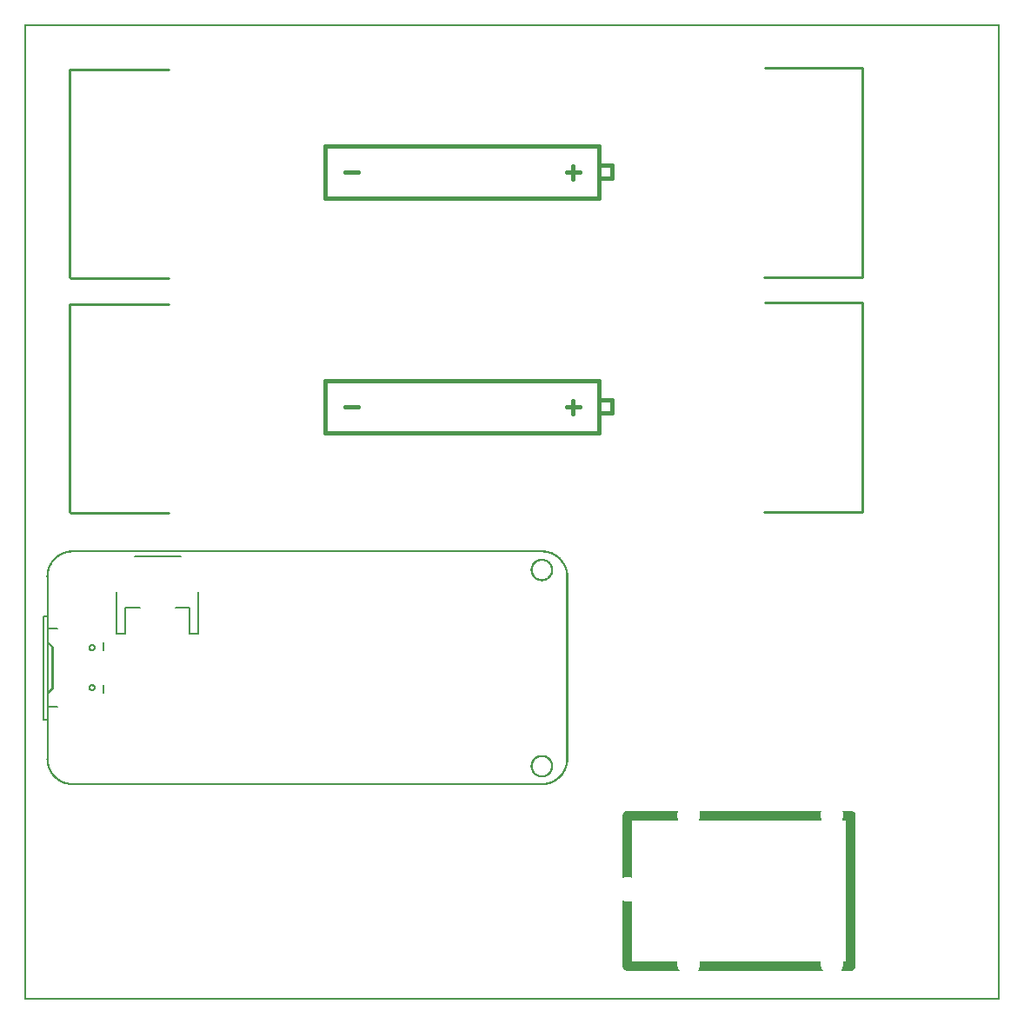
<source format=gto>
G04 MADE WITH FRITZING*
G04 WWW.FRITZING.ORG*
G04 DOUBLE SIDED*
G04 HOLES PLATED*
G04 CONTOUR ON CENTER OF CONTOUR VECTOR*
%ASAXBY*%
%FSLAX23Y23*%
%MOIN*%
%OFA0B0*%
%SFA1.0B1.0*%
%ADD10C,0.015998*%
%ADD11C,0.009998*%
%ADD12C,0.008000*%
%ADD13C,0.005000*%
%ADD14R,0.001000X0.001000*%
%LNSILK1*%
G90*
G70*
G54D10*
X1153Y3073D02*
X2203Y3073D01*
D02*
X2203Y3073D02*
X2203Y3150D01*
D02*
X2203Y3150D02*
X2203Y3200D01*
D02*
X2203Y3200D02*
X2203Y3273D01*
D02*
X2203Y3273D02*
X1153Y3273D01*
D02*
X1153Y3273D02*
X1153Y3073D01*
D02*
X2203Y3150D02*
X2253Y3150D01*
D02*
X2253Y3150D02*
X2253Y3200D01*
D02*
X2253Y3200D02*
X2203Y3200D01*
D02*
X1228Y3173D02*
X1278Y3173D01*
D02*
X2078Y3173D02*
X2128Y3173D01*
D02*
X2103Y3148D02*
X2103Y3198D01*
G54D11*
D02*
X177Y2767D02*
X552Y2767D01*
D02*
X552Y3568D02*
X177Y3568D01*
D02*
X174Y3567D02*
X174Y2769D01*
D02*
X2838Y3573D02*
X3213Y3573D01*
D02*
X3213Y3573D02*
X3213Y2772D01*
D02*
X3212Y2769D02*
X2837Y2769D01*
G54D10*
D02*
X1153Y2173D02*
X2203Y2173D01*
D02*
X2203Y2173D02*
X2203Y2250D01*
D02*
X2203Y2250D02*
X2203Y2300D01*
D02*
X2203Y2300D02*
X2203Y2373D01*
D02*
X2203Y2373D02*
X1153Y2373D01*
D02*
X1153Y2373D02*
X1153Y2173D01*
D02*
X2203Y2250D02*
X2253Y2250D01*
D02*
X2253Y2250D02*
X2253Y2300D01*
D02*
X2253Y2300D02*
X2203Y2300D01*
D02*
X1228Y2273D02*
X1278Y2273D01*
D02*
X2078Y2273D02*
X2128Y2273D01*
D02*
X2103Y2248D02*
X2103Y2298D01*
G54D11*
D02*
X177Y1867D02*
X552Y1867D01*
D02*
X552Y2668D02*
X177Y2668D01*
D02*
X174Y2667D02*
X174Y1869D01*
D02*
X2838Y2673D02*
X3213Y2673D01*
D02*
X3213Y2673D02*
X3213Y1872D01*
D02*
X3212Y1869D02*
X2837Y1869D01*
G54D12*
D02*
X421Y1701D02*
X598Y1701D01*
D02*
X667Y1563D02*
X667Y1405D01*
D02*
X667Y1405D02*
X634Y1405D01*
D02*
X634Y1405D02*
X634Y1504D01*
D02*
X634Y1504D02*
X578Y1504D01*
D02*
X441Y1504D02*
X386Y1504D01*
D02*
X386Y1504D02*
X386Y1405D01*
D02*
X386Y1405D02*
X352Y1405D01*
D02*
X352Y1405D02*
X352Y1563D01*
G54D13*
D02*
X303Y1371D02*
X303Y1340D01*
D02*
X126Y1422D02*
X90Y1422D01*
D02*
X90Y1422D02*
X90Y1123D01*
D02*
X90Y1123D02*
X126Y1123D01*
G54D12*
D02*
X71Y1074D02*
X85Y1074D01*
D02*
X71Y1471D02*
X85Y1471D01*
D02*
X71Y1074D02*
X71Y1471D01*
G54D14*
X0Y3740D02*
X3739Y3740D01*
X0Y3739D02*
X3739Y3739D01*
X0Y3738D02*
X3739Y3738D01*
X0Y3737D02*
X3739Y3737D01*
X0Y3736D02*
X3739Y3736D01*
X0Y3735D02*
X3739Y3735D01*
X0Y3734D02*
X3739Y3734D01*
X0Y3733D02*
X3739Y3733D01*
X0Y3732D02*
X7Y3732D01*
X3732Y3732D02*
X3739Y3732D01*
X0Y3731D02*
X7Y3731D01*
X3732Y3731D02*
X3739Y3731D01*
X0Y3730D02*
X7Y3730D01*
X3732Y3730D02*
X3739Y3730D01*
X0Y3729D02*
X7Y3729D01*
X3732Y3729D02*
X3739Y3729D01*
X0Y3728D02*
X7Y3728D01*
X3732Y3728D02*
X3739Y3728D01*
X0Y3727D02*
X7Y3727D01*
X3732Y3727D02*
X3739Y3727D01*
X0Y3726D02*
X7Y3726D01*
X3732Y3726D02*
X3739Y3726D01*
X0Y3725D02*
X7Y3725D01*
X3732Y3725D02*
X3739Y3725D01*
X0Y3724D02*
X7Y3724D01*
X3732Y3724D02*
X3739Y3724D01*
X0Y3723D02*
X7Y3723D01*
X3732Y3723D02*
X3739Y3723D01*
X0Y3722D02*
X7Y3722D01*
X3732Y3722D02*
X3739Y3722D01*
X0Y3721D02*
X7Y3721D01*
X3732Y3721D02*
X3739Y3721D01*
X0Y3720D02*
X7Y3720D01*
X3732Y3720D02*
X3739Y3720D01*
X0Y3719D02*
X7Y3719D01*
X3732Y3719D02*
X3739Y3719D01*
X0Y3718D02*
X7Y3718D01*
X3732Y3718D02*
X3739Y3718D01*
X0Y3717D02*
X7Y3717D01*
X3732Y3717D02*
X3739Y3717D01*
X0Y3716D02*
X7Y3716D01*
X3732Y3716D02*
X3739Y3716D01*
X0Y3715D02*
X7Y3715D01*
X3732Y3715D02*
X3739Y3715D01*
X0Y3714D02*
X7Y3714D01*
X3732Y3714D02*
X3739Y3714D01*
X0Y3713D02*
X7Y3713D01*
X3732Y3713D02*
X3739Y3713D01*
X0Y3712D02*
X7Y3712D01*
X3732Y3712D02*
X3739Y3712D01*
X0Y3711D02*
X7Y3711D01*
X3732Y3711D02*
X3739Y3711D01*
X0Y3710D02*
X7Y3710D01*
X3732Y3710D02*
X3739Y3710D01*
X0Y3709D02*
X7Y3709D01*
X3732Y3709D02*
X3739Y3709D01*
X0Y3708D02*
X7Y3708D01*
X3732Y3708D02*
X3739Y3708D01*
X0Y3707D02*
X7Y3707D01*
X3732Y3707D02*
X3739Y3707D01*
X0Y3706D02*
X7Y3706D01*
X3732Y3706D02*
X3739Y3706D01*
X0Y3705D02*
X7Y3705D01*
X3732Y3705D02*
X3739Y3705D01*
X0Y3704D02*
X7Y3704D01*
X3732Y3704D02*
X3739Y3704D01*
X0Y3703D02*
X7Y3703D01*
X3732Y3703D02*
X3739Y3703D01*
X0Y3702D02*
X7Y3702D01*
X3732Y3702D02*
X3739Y3702D01*
X0Y3701D02*
X7Y3701D01*
X3732Y3701D02*
X3739Y3701D01*
X0Y3700D02*
X7Y3700D01*
X3732Y3700D02*
X3739Y3700D01*
X0Y3699D02*
X7Y3699D01*
X3732Y3699D02*
X3739Y3699D01*
X0Y3698D02*
X7Y3698D01*
X3732Y3698D02*
X3739Y3698D01*
X0Y3697D02*
X7Y3697D01*
X3732Y3697D02*
X3739Y3697D01*
X0Y3696D02*
X7Y3696D01*
X3732Y3696D02*
X3739Y3696D01*
X0Y3695D02*
X7Y3695D01*
X3732Y3695D02*
X3739Y3695D01*
X0Y3694D02*
X7Y3694D01*
X3732Y3694D02*
X3739Y3694D01*
X0Y3693D02*
X7Y3693D01*
X3732Y3693D02*
X3739Y3693D01*
X0Y3692D02*
X7Y3692D01*
X3732Y3692D02*
X3739Y3692D01*
X0Y3691D02*
X7Y3691D01*
X3732Y3691D02*
X3739Y3691D01*
X0Y3690D02*
X7Y3690D01*
X3732Y3690D02*
X3739Y3690D01*
X0Y3689D02*
X7Y3689D01*
X3732Y3689D02*
X3739Y3689D01*
X0Y3688D02*
X7Y3688D01*
X3732Y3688D02*
X3739Y3688D01*
X0Y3687D02*
X7Y3687D01*
X3732Y3687D02*
X3739Y3687D01*
X0Y3686D02*
X7Y3686D01*
X3732Y3686D02*
X3739Y3686D01*
X0Y3685D02*
X7Y3685D01*
X3732Y3685D02*
X3739Y3685D01*
X0Y3684D02*
X7Y3684D01*
X3732Y3684D02*
X3739Y3684D01*
X0Y3683D02*
X7Y3683D01*
X3732Y3683D02*
X3739Y3683D01*
X0Y3682D02*
X7Y3682D01*
X3732Y3682D02*
X3739Y3682D01*
X0Y3681D02*
X7Y3681D01*
X3732Y3681D02*
X3739Y3681D01*
X0Y3680D02*
X7Y3680D01*
X3732Y3680D02*
X3739Y3680D01*
X0Y3679D02*
X7Y3679D01*
X3732Y3679D02*
X3739Y3679D01*
X0Y3678D02*
X7Y3678D01*
X3732Y3678D02*
X3739Y3678D01*
X0Y3677D02*
X7Y3677D01*
X3732Y3677D02*
X3739Y3677D01*
X0Y3676D02*
X7Y3676D01*
X3732Y3676D02*
X3739Y3676D01*
X0Y3675D02*
X7Y3675D01*
X3732Y3675D02*
X3739Y3675D01*
X0Y3674D02*
X7Y3674D01*
X3732Y3674D02*
X3739Y3674D01*
X0Y3673D02*
X7Y3673D01*
X3732Y3673D02*
X3739Y3673D01*
X0Y3672D02*
X7Y3672D01*
X3732Y3672D02*
X3739Y3672D01*
X0Y3671D02*
X7Y3671D01*
X3732Y3671D02*
X3739Y3671D01*
X0Y3670D02*
X7Y3670D01*
X3732Y3670D02*
X3739Y3670D01*
X0Y3669D02*
X7Y3669D01*
X3732Y3669D02*
X3739Y3669D01*
X0Y3668D02*
X7Y3668D01*
X3732Y3668D02*
X3739Y3668D01*
X0Y3667D02*
X7Y3667D01*
X3732Y3667D02*
X3739Y3667D01*
X0Y3666D02*
X7Y3666D01*
X3732Y3666D02*
X3739Y3666D01*
X0Y3665D02*
X7Y3665D01*
X3732Y3665D02*
X3739Y3665D01*
X0Y3664D02*
X7Y3664D01*
X3732Y3664D02*
X3739Y3664D01*
X0Y3663D02*
X7Y3663D01*
X3732Y3663D02*
X3739Y3663D01*
X0Y3662D02*
X7Y3662D01*
X3732Y3662D02*
X3739Y3662D01*
X0Y3661D02*
X7Y3661D01*
X3732Y3661D02*
X3739Y3661D01*
X0Y3660D02*
X7Y3660D01*
X3732Y3660D02*
X3739Y3660D01*
X0Y3659D02*
X7Y3659D01*
X3732Y3659D02*
X3739Y3659D01*
X0Y3658D02*
X7Y3658D01*
X3732Y3658D02*
X3739Y3658D01*
X0Y3657D02*
X7Y3657D01*
X3732Y3657D02*
X3739Y3657D01*
X0Y3656D02*
X7Y3656D01*
X3732Y3656D02*
X3739Y3656D01*
X0Y3655D02*
X7Y3655D01*
X3732Y3655D02*
X3739Y3655D01*
X0Y3654D02*
X7Y3654D01*
X3732Y3654D02*
X3739Y3654D01*
X0Y3653D02*
X7Y3653D01*
X3732Y3653D02*
X3739Y3653D01*
X0Y3652D02*
X7Y3652D01*
X3732Y3652D02*
X3739Y3652D01*
X0Y3651D02*
X7Y3651D01*
X3732Y3651D02*
X3739Y3651D01*
X0Y3650D02*
X7Y3650D01*
X3732Y3650D02*
X3739Y3650D01*
X0Y3649D02*
X7Y3649D01*
X3732Y3649D02*
X3739Y3649D01*
X0Y3648D02*
X7Y3648D01*
X3732Y3648D02*
X3739Y3648D01*
X0Y3647D02*
X7Y3647D01*
X3732Y3647D02*
X3739Y3647D01*
X0Y3646D02*
X7Y3646D01*
X3732Y3646D02*
X3739Y3646D01*
X0Y3645D02*
X7Y3645D01*
X3732Y3645D02*
X3739Y3645D01*
X0Y3644D02*
X7Y3644D01*
X3732Y3644D02*
X3739Y3644D01*
X0Y3643D02*
X7Y3643D01*
X3732Y3643D02*
X3739Y3643D01*
X0Y3642D02*
X7Y3642D01*
X3732Y3642D02*
X3739Y3642D01*
X0Y3641D02*
X7Y3641D01*
X3732Y3641D02*
X3739Y3641D01*
X0Y3640D02*
X7Y3640D01*
X3732Y3640D02*
X3739Y3640D01*
X0Y3639D02*
X7Y3639D01*
X3732Y3639D02*
X3739Y3639D01*
X0Y3638D02*
X7Y3638D01*
X3732Y3638D02*
X3739Y3638D01*
X0Y3637D02*
X7Y3637D01*
X3732Y3637D02*
X3739Y3637D01*
X0Y3636D02*
X7Y3636D01*
X3732Y3636D02*
X3739Y3636D01*
X0Y3635D02*
X7Y3635D01*
X3732Y3635D02*
X3739Y3635D01*
X0Y3634D02*
X7Y3634D01*
X3732Y3634D02*
X3739Y3634D01*
X0Y3633D02*
X7Y3633D01*
X3732Y3633D02*
X3739Y3633D01*
X0Y3632D02*
X7Y3632D01*
X3732Y3632D02*
X3739Y3632D01*
X0Y3631D02*
X7Y3631D01*
X3732Y3631D02*
X3739Y3631D01*
X0Y3630D02*
X7Y3630D01*
X3732Y3630D02*
X3739Y3630D01*
X0Y3629D02*
X7Y3629D01*
X3732Y3629D02*
X3739Y3629D01*
X0Y3628D02*
X7Y3628D01*
X3732Y3628D02*
X3739Y3628D01*
X0Y3627D02*
X7Y3627D01*
X3732Y3627D02*
X3739Y3627D01*
X0Y3626D02*
X7Y3626D01*
X3732Y3626D02*
X3739Y3626D01*
X0Y3625D02*
X7Y3625D01*
X3732Y3625D02*
X3739Y3625D01*
X0Y3624D02*
X7Y3624D01*
X3732Y3624D02*
X3739Y3624D01*
X0Y3623D02*
X7Y3623D01*
X3732Y3623D02*
X3739Y3623D01*
X0Y3622D02*
X7Y3622D01*
X3732Y3622D02*
X3739Y3622D01*
X0Y3621D02*
X7Y3621D01*
X3732Y3621D02*
X3739Y3621D01*
X0Y3620D02*
X7Y3620D01*
X3732Y3620D02*
X3739Y3620D01*
X0Y3619D02*
X7Y3619D01*
X3732Y3619D02*
X3739Y3619D01*
X0Y3618D02*
X7Y3618D01*
X3732Y3618D02*
X3739Y3618D01*
X0Y3617D02*
X7Y3617D01*
X3732Y3617D02*
X3739Y3617D01*
X0Y3616D02*
X7Y3616D01*
X3732Y3616D02*
X3739Y3616D01*
X0Y3615D02*
X7Y3615D01*
X3732Y3615D02*
X3739Y3615D01*
X0Y3614D02*
X7Y3614D01*
X3732Y3614D02*
X3739Y3614D01*
X0Y3613D02*
X7Y3613D01*
X3732Y3613D02*
X3739Y3613D01*
X0Y3612D02*
X7Y3612D01*
X3732Y3612D02*
X3739Y3612D01*
X0Y3611D02*
X7Y3611D01*
X3732Y3611D02*
X3739Y3611D01*
X0Y3610D02*
X7Y3610D01*
X3732Y3610D02*
X3739Y3610D01*
X0Y3609D02*
X7Y3609D01*
X3732Y3609D02*
X3739Y3609D01*
X0Y3608D02*
X7Y3608D01*
X3732Y3608D02*
X3739Y3608D01*
X0Y3607D02*
X7Y3607D01*
X3732Y3607D02*
X3739Y3607D01*
X0Y3606D02*
X7Y3606D01*
X3732Y3606D02*
X3739Y3606D01*
X0Y3605D02*
X7Y3605D01*
X3732Y3605D02*
X3739Y3605D01*
X0Y3604D02*
X7Y3604D01*
X3732Y3604D02*
X3739Y3604D01*
X0Y3603D02*
X7Y3603D01*
X3732Y3603D02*
X3739Y3603D01*
X0Y3602D02*
X7Y3602D01*
X3732Y3602D02*
X3739Y3602D01*
X0Y3601D02*
X7Y3601D01*
X3732Y3601D02*
X3739Y3601D01*
X0Y3600D02*
X7Y3600D01*
X3732Y3600D02*
X3739Y3600D01*
X0Y3599D02*
X7Y3599D01*
X3732Y3599D02*
X3739Y3599D01*
X0Y3598D02*
X7Y3598D01*
X3732Y3598D02*
X3739Y3598D01*
X0Y3597D02*
X7Y3597D01*
X3732Y3597D02*
X3739Y3597D01*
X0Y3596D02*
X7Y3596D01*
X3732Y3596D02*
X3739Y3596D01*
X0Y3595D02*
X7Y3595D01*
X3732Y3595D02*
X3739Y3595D01*
X0Y3594D02*
X7Y3594D01*
X3732Y3594D02*
X3739Y3594D01*
X0Y3593D02*
X7Y3593D01*
X3732Y3593D02*
X3739Y3593D01*
X0Y3592D02*
X7Y3592D01*
X3732Y3592D02*
X3739Y3592D01*
X0Y3591D02*
X7Y3591D01*
X3732Y3591D02*
X3739Y3591D01*
X0Y3590D02*
X7Y3590D01*
X3732Y3590D02*
X3739Y3590D01*
X0Y3589D02*
X7Y3589D01*
X3732Y3589D02*
X3739Y3589D01*
X0Y3588D02*
X7Y3588D01*
X3732Y3588D02*
X3739Y3588D01*
X0Y3587D02*
X7Y3587D01*
X3732Y3587D02*
X3739Y3587D01*
X0Y3586D02*
X7Y3586D01*
X3732Y3586D02*
X3739Y3586D01*
X0Y3585D02*
X7Y3585D01*
X3732Y3585D02*
X3739Y3585D01*
X0Y3584D02*
X7Y3584D01*
X3732Y3584D02*
X3739Y3584D01*
X0Y3583D02*
X7Y3583D01*
X3732Y3583D02*
X3739Y3583D01*
X0Y3582D02*
X7Y3582D01*
X3732Y3582D02*
X3739Y3582D01*
X0Y3581D02*
X7Y3581D01*
X3732Y3581D02*
X3739Y3581D01*
X0Y3580D02*
X7Y3580D01*
X3732Y3580D02*
X3739Y3580D01*
X0Y3579D02*
X7Y3579D01*
X3732Y3579D02*
X3739Y3579D01*
X0Y3578D02*
X7Y3578D01*
X3732Y3578D02*
X3739Y3578D01*
X0Y3577D02*
X7Y3577D01*
X3732Y3577D02*
X3739Y3577D01*
X0Y3576D02*
X7Y3576D01*
X3732Y3576D02*
X3739Y3576D01*
X0Y3575D02*
X7Y3575D01*
X3732Y3575D02*
X3739Y3575D01*
X0Y3574D02*
X7Y3574D01*
X3732Y3574D02*
X3739Y3574D01*
X0Y3573D02*
X7Y3573D01*
X3732Y3573D02*
X3739Y3573D01*
X0Y3572D02*
X7Y3572D01*
X3732Y3572D02*
X3739Y3572D01*
X0Y3571D02*
X7Y3571D01*
X3732Y3571D02*
X3739Y3571D01*
X0Y3570D02*
X7Y3570D01*
X3732Y3570D02*
X3739Y3570D01*
X0Y3569D02*
X7Y3569D01*
X3732Y3569D02*
X3739Y3569D01*
X0Y3568D02*
X7Y3568D01*
X3732Y3568D02*
X3739Y3568D01*
X0Y3567D02*
X7Y3567D01*
X3732Y3567D02*
X3739Y3567D01*
X0Y3566D02*
X7Y3566D01*
X3732Y3566D02*
X3739Y3566D01*
X0Y3565D02*
X7Y3565D01*
X3732Y3565D02*
X3739Y3565D01*
X0Y3564D02*
X7Y3564D01*
X3732Y3564D02*
X3739Y3564D01*
X0Y3563D02*
X7Y3563D01*
X3732Y3563D02*
X3739Y3563D01*
X0Y3562D02*
X7Y3562D01*
X3732Y3562D02*
X3739Y3562D01*
X0Y3561D02*
X7Y3561D01*
X3732Y3561D02*
X3739Y3561D01*
X0Y3560D02*
X7Y3560D01*
X3732Y3560D02*
X3739Y3560D01*
X0Y3559D02*
X7Y3559D01*
X3732Y3559D02*
X3739Y3559D01*
X0Y3558D02*
X7Y3558D01*
X3732Y3558D02*
X3739Y3558D01*
X0Y3557D02*
X7Y3557D01*
X3732Y3557D02*
X3739Y3557D01*
X0Y3556D02*
X7Y3556D01*
X3732Y3556D02*
X3739Y3556D01*
X0Y3555D02*
X7Y3555D01*
X3732Y3555D02*
X3739Y3555D01*
X0Y3554D02*
X7Y3554D01*
X3732Y3554D02*
X3739Y3554D01*
X0Y3553D02*
X7Y3553D01*
X3732Y3553D02*
X3739Y3553D01*
X0Y3552D02*
X7Y3552D01*
X3732Y3552D02*
X3739Y3552D01*
X0Y3551D02*
X7Y3551D01*
X3732Y3551D02*
X3739Y3551D01*
X0Y3550D02*
X7Y3550D01*
X3732Y3550D02*
X3739Y3550D01*
X0Y3549D02*
X7Y3549D01*
X3732Y3549D02*
X3739Y3549D01*
X0Y3548D02*
X7Y3548D01*
X3732Y3548D02*
X3739Y3548D01*
X0Y3547D02*
X7Y3547D01*
X3732Y3547D02*
X3739Y3547D01*
X0Y3546D02*
X7Y3546D01*
X3732Y3546D02*
X3739Y3546D01*
X0Y3545D02*
X7Y3545D01*
X3732Y3545D02*
X3739Y3545D01*
X0Y3544D02*
X7Y3544D01*
X3732Y3544D02*
X3739Y3544D01*
X0Y3543D02*
X7Y3543D01*
X3732Y3543D02*
X3739Y3543D01*
X0Y3542D02*
X7Y3542D01*
X3732Y3542D02*
X3739Y3542D01*
X0Y3541D02*
X7Y3541D01*
X3732Y3541D02*
X3739Y3541D01*
X0Y3540D02*
X7Y3540D01*
X3732Y3540D02*
X3739Y3540D01*
X0Y3539D02*
X7Y3539D01*
X3732Y3539D02*
X3739Y3539D01*
X0Y3538D02*
X7Y3538D01*
X3732Y3538D02*
X3739Y3538D01*
X0Y3537D02*
X7Y3537D01*
X3732Y3537D02*
X3739Y3537D01*
X0Y3536D02*
X7Y3536D01*
X3732Y3536D02*
X3739Y3536D01*
X0Y3535D02*
X7Y3535D01*
X3732Y3535D02*
X3739Y3535D01*
X0Y3534D02*
X7Y3534D01*
X3732Y3534D02*
X3739Y3534D01*
X0Y3533D02*
X7Y3533D01*
X3732Y3533D02*
X3739Y3533D01*
X0Y3532D02*
X7Y3532D01*
X3732Y3532D02*
X3739Y3532D01*
X0Y3531D02*
X7Y3531D01*
X3732Y3531D02*
X3739Y3531D01*
X0Y3530D02*
X7Y3530D01*
X3732Y3530D02*
X3739Y3530D01*
X0Y3529D02*
X7Y3529D01*
X3732Y3529D02*
X3739Y3529D01*
X0Y3528D02*
X7Y3528D01*
X3732Y3528D02*
X3739Y3528D01*
X0Y3527D02*
X7Y3527D01*
X3732Y3527D02*
X3739Y3527D01*
X0Y3526D02*
X7Y3526D01*
X3732Y3526D02*
X3739Y3526D01*
X0Y3525D02*
X7Y3525D01*
X3732Y3525D02*
X3739Y3525D01*
X0Y3524D02*
X7Y3524D01*
X3732Y3524D02*
X3739Y3524D01*
X0Y3523D02*
X7Y3523D01*
X3732Y3523D02*
X3739Y3523D01*
X0Y3522D02*
X7Y3522D01*
X3732Y3522D02*
X3739Y3522D01*
X0Y3521D02*
X7Y3521D01*
X3732Y3521D02*
X3739Y3521D01*
X0Y3520D02*
X7Y3520D01*
X3732Y3520D02*
X3739Y3520D01*
X0Y3519D02*
X7Y3519D01*
X3732Y3519D02*
X3739Y3519D01*
X0Y3518D02*
X7Y3518D01*
X3732Y3518D02*
X3739Y3518D01*
X0Y3517D02*
X7Y3517D01*
X3732Y3517D02*
X3739Y3517D01*
X0Y3516D02*
X7Y3516D01*
X3732Y3516D02*
X3739Y3516D01*
X0Y3515D02*
X7Y3515D01*
X3732Y3515D02*
X3739Y3515D01*
X0Y3514D02*
X7Y3514D01*
X3732Y3514D02*
X3739Y3514D01*
X0Y3513D02*
X7Y3513D01*
X3732Y3513D02*
X3739Y3513D01*
X0Y3512D02*
X7Y3512D01*
X3732Y3512D02*
X3739Y3512D01*
X0Y3511D02*
X7Y3511D01*
X3732Y3511D02*
X3739Y3511D01*
X0Y3510D02*
X7Y3510D01*
X3732Y3510D02*
X3739Y3510D01*
X0Y3509D02*
X7Y3509D01*
X3732Y3509D02*
X3739Y3509D01*
X0Y3508D02*
X7Y3508D01*
X3732Y3508D02*
X3739Y3508D01*
X0Y3507D02*
X7Y3507D01*
X3732Y3507D02*
X3739Y3507D01*
X0Y3506D02*
X7Y3506D01*
X3732Y3506D02*
X3739Y3506D01*
X0Y3505D02*
X7Y3505D01*
X3732Y3505D02*
X3739Y3505D01*
X0Y3504D02*
X7Y3504D01*
X3732Y3504D02*
X3739Y3504D01*
X0Y3503D02*
X7Y3503D01*
X3732Y3503D02*
X3739Y3503D01*
X0Y3502D02*
X7Y3502D01*
X3732Y3502D02*
X3739Y3502D01*
X0Y3501D02*
X7Y3501D01*
X3732Y3501D02*
X3739Y3501D01*
X0Y3500D02*
X7Y3500D01*
X3732Y3500D02*
X3739Y3500D01*
X0Y3499D02*
X7Y3499D01*
X3732Y3499D02*
X3739Y3499D01*
X0Y3498D02*
X7Y3498D01*
X3732Y3498D02*
X3739Y3498D01*
X0Y3497D02*
X7Y3497D01*
X3732Y3497D02*
X3739Y3497D01*
X0Y3496D02*
X7Y3496D01*
X3732Y3496D02*
X3739Y3496D01*
X0Y3495D02*
X7Y3495D01*
X3732Y3495D02*
X3739Y3495D01*
X0Y3494D02*
X7Y3494D01*
X3732Y3494D02*
X3739Y3494D01*
X0Y3493D02*
X7Y3493D01*
X3732Y3493D02*
X3739Y3493D01*
X0Y3492D02*
X7Y3492D01*
X3732Y3492D02*
X3739Y3492D01*
X0Y3491D02*
X7Y3491D01*
X3732Y3491D02*
X3739Y3491D01*
X0Y3490D02*
X7Y3490D01*
X3732Y3490D02*
X3739Y3490D01*
X0Y3489D02*
X7Y3489D01*
X3732Y3489D02*
X3739Y3489D01*
X0Y3488D02*
X7Y3488D01*
X3732Y3488D02*
X3739Y3488D01*
X0Y3487D02*
X7Y3487D01*
X3732Y3487D02*
X3739Y3487D01*
X0Y3486D02*
X7Y3486D01*
X3732Y3486D02*
X3739Y3486D01*
X0Y3485D02*
X7Y3485D01*
X3732Y3485D02*
X3739Y3485D01*
X0Y3484D02*
X7Y3484D01*
X3732Y3484D02*
X3739Y3484D01*
X0Y3483D02*
X7Y3483D01*
X3732Y3483D02*
X3739Y3483D01*
X0Y3482D02*
X7Y3482D01*
X3732Y3482D02*
X3739Y3482D01*
X0Y3481D02*
X7Y3481D01*
X3732Y3481D02*
X3739Y3481D01*
X0Y3480D02*
X7Y3480D01*
X3732Y3480D02*
X3739Y3480D01*
X0Y3479D02*
X7Y3479D01*
X3732Y3479D02*
X3739Y3479D01*
X0Y3478D02*
X7Y3478D01*
X3732Y3478D02*
X3739Y3478D01*
X0Y3477D02*
X7Y3477D01*
X3732Y3477D02*
X3739Y3477D01*
X0Y3476D02*
X7Y3476D01*
X3732Y3476D02*
X3739Y3476D01*
X0Y3475D02*
X7Y3475D01*
X3732Y3475D02*
X3739Y3475D01*
X0Y3474D02*
X7Y3474D01*
X3732Y3474D02*
X3739Y3474D01*
X0Y3473D02*
X7Y3473D01*
X3732Y3473D02*
X3739Y3473D01*
X0Y3472D02*
X7Y3472D01*
X3732Y3472D02*
X3739Y3472D01*
X0Y3471D02*
X7Y3471D01*
X3732Y3471D02*
X3739Y3471D01*
X0Y3470D02*
X7Y3470D01*
X3732Y3470D02*
X3739Y3470D01*
X0Y3469D02*
X7Y3469D01*
X3732Y3469D02*
X3739Y3469D01*
X0Y3468D02*
X7Y3468D01*
X3732Y3468D02*
X3739Y3468D01*
X0Y3467D02*
X7Y3467D01*
X3732Y3467D02*
X3739Y3467D01*
X0Y3466D02*
X7Y3466D01*
X3732Y3466D02*
X3739Y3466D01*
X0Y3465D02*
X7Y3465D01*
X3732Y3465D02*
X3739Y3465D01*
X0Y3464D02*
X7Y3464D01*
X3732Y3464D02*
X3739Y3464D01*
X0Y3463D02*
X7Y3463D01*
X3732Y3463D02*
X3739Y3463D01*
X0Y3462D02*
X7Y3462D01*
X3732Y3462D02*
X3739Y3462D01*
X0Y3461D02*
X7Y3461D01*
X3732Y3461D02*
X3739Y3461D01*
X0Y3460D02*
X7Y3460D01*
X3732Y3460D02*
X3739Y3460D01*
X0Y3459D02*
X7Y3459D01*
X3732Y3459D02*
X3739Y3459D01*
X0Y3458D02*
X7Y3458D01*
X3732Y3458D02*
X3739Y3458D01*
X0Y3457D02*
X7Y3457D01*
X3732Y3457D02*
X3739Y3457D01*
X0Y3456D02*
X7Y3456D01*
X3732Y3456D02*
X3739Y3456D01*
X0Y3455D02*
X7Y3455D01*
X3732Y3455D02*
X3739Y3455D01*
X0Y3454D02*
X7Y3454D01*
X3732Y3454D02*
X3739Y3454D01*
X0Y3453D02*
X7Y3453D01*
X3732Y3453D02*
X3739Y3453D01*
X0Y3452D02*
X7Y3452D01*
X3732Y3452D02*
X3739Y3452D01*
X0Y3451D02*
X7Y3451D01*
X3732Y3451D02*
X3739Y3451D01*
X0Y3450D02*
X7Y3450D01*
X3732Y3450D02*
X3739Y3450D01*
X0Y3449D02*
X7Y3449D01*
X3732Y3449D02*
X3739Y3449D01*
X0Y3448D02*
X7Y3448D01*
X3732Y3448D02*
X3739Y3448D01*
X0Y3447D02*
X7Y3447D01*
X3732Y3447D02*
X3739Y3447D01*
X0Y3446D02*
X7Y3446D01*
X3732Y3446D02*
X3739Y3446D01*
X0Y3445D02*
X7Y3445D01*
X3732Y3445D02*
X3739Y3445D01*
X0Y3444D02*
X7Y3444D01*
X3732Y3444D02*
X3739Y3444D01*
X0Y3443D02*
X7Y3443D01*
X3732Y3443D02*
X3739Y3443D01*
X0Y3442D02*
X7Y3442D01*
X3732Y3442D02*
X3739Y3442D01*
X0Y3441D02*
X7Y3441D01*
X3732Y3441D02*
X3739Y3441D01*
X0Y3440D02*
X7Y3440D01*
X3732Y3440D02*
X3739Y3440D01*
X0Y3439D02*
X7Y3439D01*
X3732Y3439D02*
X3739Y3439D01*
X0Y3438D02*
X7Y3438D01*
X3732Y3438D02*
X3739Y3438D01*
X0Y3437D02*
X7Y3437D01*
X3732Y3437D02*
X3739Y3437D01*
X0Y3436D02*
X7Y3436D01*
X3732Y3436D02*
X3739Y3436D01*
X0Y3435D02*
X7Y3435D01*
X3732Y3435D02*
X3739Y3435D01*
X0Y3434D02*
X7Y3434D01*
X3732Y3434D02*
X3739Y3434D01*
X0Y3433D02*
X7Y3433D01*
X3732Y3433D02*
X3739Y3433D01*
X0Y3432D02*
X7Y3432D01*
X3732Y3432D02*
X3739Y3432D01*
X0Y3431D02*
X7Y3431D01*
X3732Y3431D02*
X3739Y3431D01*
X0Y3430D02*
X7Y3430D01*
X3732Y3430D02*
X3739Y3430D01*
X0Y3429D02*
X7Y3429D01*
X3732Y3429D02*
X3739Y3429D01*
X0Y3428D02*
X7Y3428D01*
X3732Y3428D02*
X3739Y3428D01*
X0Y3427D02*
X7Y3427D01*
X3732Y3427D02*
X3739Y3427D01*
X0Y3426D02*
X7Y3426D01*
X3732Y3426D02*
X3739Y3426D01*
X0Y3425D02*
X7Y3425D01*
X3732Y3425D02*
X3739Y3425D01*
X0Y3424D02*
X7Y3424D01*
X3732Y3424D02*
X3739Y3424D01*
X0Y3423D02*
X7Y3423D01*
X3732Y3423D02*
X3739Y3423D01*
X0Y3422D02*
X7Y3422D01*
X3732Y3422D02*
X3739Y3422D01*
X0Y3421D02*
X7Y3421D01*
X3732Y3421D02*
X3739Y3421D01*
X0Y3420D02*
X7Y3420D01*
X3732Y3420D02*
X3739Y3420D01*
X0Y3419D02*
X7Y3419D01*
X3732Y3419D02*
X3739Y3419D01*
X0Y3418D02*
X7Y3418D01*
X3732Y3418D02*
X3739Y3418D01*
X0Y3417D02*
X7Y3417D01*
X3732Y3417D02*
X3739Y3417D01*
X0Y3416D02*
X7Y3416D01*
X3732Y3416D02*
X3739Y3416D01*
X0Y3415D02*
X7Y3415D01*
X3732Y3415D02*
X3739Y3415D01*
X0Y3414D02*
X7Y3414D01*
X3732Y3414D02*
X3739Y3414D01*
X0Y3413D02*
X7Y3413D01*
X3732Y3413D02*
X3739Y3413D01*
X0Y3412D02*
X7Y3412D01*
X3732Y3412D02*
X3739Y3412D01*
X0Y3411D02*
X7Y3411D01*
X3732Y3411D02*
X3739Y3411D01*
X0Y3410D02*
X7Y3410D01*
X3732Y3410D02*
X3739Y3410D01*
X0Y3409D02*
X7Y3409D01*
X3732Y3409D02*
X3739Y3409D01*
X0Y3408D02*
X7Y3408D01*
X3732Y3408D02*
X3739Y3408D01*
X0Y3407D02*
X7Y3407D01*
X3732Y3407D02*
X3739Y3407D01*
X0Y3406D02*
X7Y3406D01*
X3732Y3406D02*
X3739Y3406D01*
X0Y3405D02*
X7Y3405D01*
X3732Y3405D02*
X3739Y3405D01*
X0Y3404D02*
X7Y3404D01*
X3732Y3404D02*
X3739Y3404D01*
X0Y3403D02*
X7Y3403D01*
X3732Y3403D02*
X3739Y3403D01*
X0Y3402D02*
X7Y3402D01*
X3732Y3402D02*
X3739Y3402D01*
X0Y3401D02*
X7Y3401D01*
X3732Y3401D02*
X3739Y3401D01*
X0Y3400D02*
X7Y3400D01*
X3732Y3400D02*
X3739Y3400D01*
X0Y3399D02*
X7Y3399D01*
X3732Y3399D02*
X3739Y3399D01*
X0Y3398D02*
X7Y3398D01*
X3732Y3398D02*
X3739Y3398D01*
X0Y3397D02*
X7Y3397D01*
X3732Y3397D02*
X3739Y3397D01*
X0Y3396D02*
X7Y3396D01*
X3732Y3396D02*
X3739Y3396D01*
X0Y3395D02*
X7Y3395D01*
X3732Y3395D02*
X3739Y3395D01*
X0Y3394D02*
X7Y3394D01*
X3732Y3394D02*
X3739Y3394D01*
X0Y3393D02*
X7Y3393D01*
X3732Y3393D02*
X3739Y3393D01*
X0Y3392D02*
X7Y3392D01*
X3732Y3392D02*
X3739Y3392D01*
X0Y3391D02*
X7Y3391D01*
X3732Y3391D02*
X3739Y3391D01*
X0Y3390D02*
X7Y3390D01*
X3732Y3390D02*
X3739Y3390D01*
X0Y3389D02*
X7Y3389D01*
X3732Y3389D02*
X3739Y3389D01*
X0Y3388D02*
X7Y3388D01*
X3732Y3388D02*
X3739Y3388D01*
X0Y3387D02*
X7Y3387D01*
X3732Y3387D02*
X3739Y3387D01*
X0Y3386D02*
X7Y3386D01*
X3732Y3386D02*
X3739Y3386D01*
X0Y3385D02*
X7Y3385D01*
X3732Y3385D02*
X3739Y3385D01*
X0Y3384D02*
X7Y3384D01*
X3732Y3384D02*
X3739Y3384D01*
X0Y3383D02*
X7Y3383D01*
X3732Y3383D02*
X3739Y3383D01*
X0Y3382D02*
X7Y3382D01*
X3732Y3382D02*
X3739Y3382D01*
X0Y3381D02*
X7Y3381D01*
X3732Y3381D02*
X3739Y3381D01*
X0Y3380D02*
X7Y3380D01*
X3732Y3380D02*
X3739Y3380D01*
X0Y3379D02*
X7Y3379D01*
X3732Y3379D02*
X3739Y3379D01*
X0Y3378D02*
X7Y3378D01*
X3732Y3378D02*
X3739Y3378D01*
X0Y3377D02*
X7Y3377D01*
X3732Y3377D02*
X3739Y3377D01*
X0Y3376D02*
X7Y3376D01*
X3732Y3376D02*
X3739Y3376D01*
X0Y3375D02*
X7Y3375D01*
X3732Y3375D02*
X3739Y3375D01*
X0Y3374D02*
X7Y3374D01*
X3732Y3374D02*
X3739Y3374D01*
X0Y3373D02*
X7Y3373D01*
X3732Y3373D02*
X3739Y3373D01*
X0Y3372D02*
X7Y3372D01*
X3732Y3372D02*
X3739Y3372D01*
X0Y3371D02*
X7Y3371D01*
X3732Y3371D02*
X3739Y3371D01*
X0Y3370D02*
X7Y3370D01*
X3732Y3370D02*
X3739Y3370D01*
X0Y3369D02*
X7Y3369D01*
X3732Y3369D02*
X3739Y3369D01*
X0Y3368D02*
X7Y3368D01*
X3732Y3368D02*
X3739Y3368D01*
X0Y3367D02*
X7Y3367D01*
X3732Y3367D02*
X3739Y3367D01*
X0Y3366D02*
X7Y3366D01*
X3732Y3366D02*
X3739Y3366D01*
X0Y3365D02*
X7Y3365D01*
X3732Y3365D02*
X3739Y3365D01*
X0Y3364D02*
X7Y3364D01*
X3732Y3364D02*
X3739Y3364D01*
X0Y3363D02*
X7Y3363D01*
X3732Y3363D02*
X3739Y3363D01*
X0Y3362D02*
X7Y3362D01*
X3732Y3362D02*
X3739Y3362D01*
X0Y3361D02*
X7Y3361D01*
X3732Y3361D02*
X3739Y3361D01*
X0Y3360D02*
X7Y3360D01*
X3732Y3360D02*
X3739Y3360D01*
X0Y3359D02*
X7Y3359D01*
X3732Y3359D02*
X3739Y3359D01*
X0Y3358D02*
X7Y3358D01*
X3732Y3358D02*
X3739Y3358D01*
X0Y3357D02*
X7Y3357D01*
X3732Y3357D02*
X3739Y3357D01*
X0Y3356D02*
X7Y3356D01*
X3732Y3356D02*
X3739Y3356D01*
X0Y3355D02*
X7Y3355D01*
X3732Y3355D02*
X3739Y3355D01*
X0Y3354D02*
X7Y3354D01*
X3732Y3354D02*
X3739Y3354D01*
X0Y3353D02*
X7Y3353D01*
X3732Y3353D02*
X3739Y3353D01*
X0Y3352D02*
X7Y3352D01*
X3732Y3352D02*
X3739Y3352D01*
X0Y3351D02*
X7Y3351D01*
X3732Y3351D02*
X3739Y3351D01*
X0Y3350D02*
X7Y3350D01*
X3732Y3350D02*
X3739Y3350D01*
X0Y3349D02*
X7Y3349D01*
X3732Y3349D02*
X3739Y3349D01*
X0Y3348D02*
X7Y3348D01*
X3732Y3348D02*
X3739Y3348D01*
X0Y3347D02*
X7Y3347D01*
X3732Y3347D02*
X3739Y3347D01*
X0Y3346D02*
X7Y3346D01*
X3732Y3346D02*
X3739Y3346D01*
X0Y3345D02*
X7Y3345D01*
X3732Y3345D02*
X3739Y3345D01*
X0Y3344D02*
X7Y3344D01*
X3732Y3344D02*
X3739Y3344D01*
X0Y3343D02*
X7Y3343D01*
X3732Y3343D02*
X3739Y3343D01*
X0Y3342D02*
X7Y3342D01*
X3732Y3342D02*
X3739Y3342D01*
X0Y3341D02*
X7Y3341D01*
X3732Y3341D02*
X3739Y3341D01*
X0Y3340D02*
X7Y3340D01*
X3732Y3340D02*
X3739Y3340D01*
X0Y3339D02*
X7Y3339D01*
X3732Y3339D02*
X3739Y3339D01*
X0Y3338D02*
X7Y3338D01*
X3732Y3338D02*
X3739Y3338D01*
X0Y3337D02*
X7Y3337D01*
X3732Y3337D02*
X3739Y3337D01*
X0Y3336D02*
X7Y3336D01*
X3732Y3336D02*
X3739Y3336D01*
X0Y3335D02*
X7Y3335D01*
X3732Y3335D02*
X3739Y3335D01*
X0Y3334D02*
X7Y3334D01*
X3732Y3334D02*
X3739Y3334D01*
X0Y3333D02*
X7Y3333D01*
X3732Y3333D02*
X3739Y3333D01*
X0Y3332D02*
X7Y3332D01*
X3732Y3332D02*
X3739Y3332D01*
X0Y3331D02*
X7Y3331D01*
X3732Y3331D02*
X3739Y3331D01*
X0Y3330D02*
X7Y3330D01*
X3732Y3330D02*
X3739Y3330D01*
X0Y3329D02*
X7Y3329D01*
X3732Y3329D02*
X3739Y3329D01*
X0Y3328D02*
X7Y3328D01*
X3732Y3328D02*
X3739Y3328D01*
X0Y3327D02*
X7Y3327D01*
X3732Y3327D02*
X3739Y3327D01*
X0Y3326D02*
X7Y3326D01*
X3732Y3326D02*
X3739Y3326D01*
X0Y3325D02*
X7Y3325D01*
X3732Y3325D02*
X3739Y3325D01*
X0Y3324D02*
X7Y3324D01*
X3732Y3324D02*
X3739Y3324D01*
X0Y3323D02*
X7Y3323D01*
X3732Y3323D02*
X3739Y3323D01*
X0Y3322D02*
X7Y3322D01*
X3732Y3322D02*
X3739Y3322D01*
X0Y3321D02*
X7Y3321D01*
X3732Y3321D02*
X3739Y3321D01*
X0Y3320D02*
X7Y3320D01*
X3732Y3320D02*
X3739Y3320D01*
X0Y3319D02*
X7Y3319D01*
X3732Y3319D02*
X3739Y3319D01*
X0Y3318D02*
X7Y3318D01*
X3732Y3318D02*
X3739Y3318D01*
X0Y3317D02*
X7Y3317D01*
X3732Y3317D02*
X3739Y3317D01*
X0Y3316D02*
X7Y3316D01*
X3732Y3316D02*
X3739Y3316D01*
X0Y3315D02*
X7Y3315D01*
X3732Y3315D02*
X3739Y3315D01*
X0Y3314D02*
X7Y3314D01*
X3732Y3314D02*
X3739Y3314D01*
X0Y3313D02*
X7Y3313D01*
X3732Y3313D02*
X3739Y3313D01*
X0Y3312D02*
X7Y3312D01*
X3732Y3312D02*
X3739Y3312D01*
X0Y3311D02*
X7Y3311D01*
X3732Y3311D02*
X3739Y3311D01*
X0Y3310D02*
X7Y3310D01*
X3732Y3310D02*
X3739Y3310D01*
X0Y3309D02*
X7Y3309D01*
X3732Y3309D02*
X3739Y3309D01*
X0Y3308D02*
X7Y3308D01*
X3732Y3308D02*
X3739Y3308D01*
X0Y3307D02*
X7Y3307D01*
X3732Y3307D02*
X3739Y3307D01*
X0Y3306D02*
X7Y3306D01*
X3732Y3306D02*
X3739Y3306D01*
X0Y3305D02*
X7Y3305D01*
X3732Y3305D02*
X3739Y3305D01*
X0Y3304D02*
X7Y3304D01*
X3732Y3304D02*
X3739Y3304D01*
X0Y3303D02*
X7Y3303D01*
X3732Y3303D02*
X3739Y3303D01*
X0Y3302D02*
X7Y3302D01*
X3732Y3302D02*
X3739Y3302D01*
X0Y3301D02*
X7Y3301D01*
X3732Y3301D02*
X3739Y3301D01*
X0Y3300D02*
X7Y3300D01*
X3732Y3300D02*
X3739Y3300D01*
X0Y3299D02*
X7Y3299D01*
X3732Y3299D02*
X3739Y3299D01*
X0Y3298D02*
X7Y3298D01*
X3732Y3298D02*
X3739Y3298D01*
X0Y3297D02*
X7Y3297D01*
X3732Y3297D02*
X3739Y3297D01*
X0Y3296D02*
X7Y3296D01*
X3732Y3296D02*
X3739Y3296D01*
X0Y3295D02*
X7Y3295D01*
X3732Y3295D02*
X3739Y3295D01*
X0Y3294D02*
X7Y3294D01*
X3732Y3294D02*
X3739Y3294D01*
X0Y3293D02*
X7Y3293D01*
X3732Y3293D02*
X3739Y3293D01*
X0Y3292D02*
X7Y3292D01*
X3732Y3292D02*
X3739Y3292D01*
X0Y3291D02*
X7Y3291D01*
X3732Y3291D02*
X3739Y3291D01*
X0Y3290D02*
X7Y3290D01*
X3732Y3290D02*
X3739Y3290D01*
X0Y3289D02*
X7Y3289D01*
X3732Y3289D02*
X3739Y3289D01*
X0Y3288D02*
X7Y3288D01*
X3732Y3288D02*
X3739Y3288D01*
X0Y3287D02*
X7Y3287D01*
X3732Y3287D02*
X3739Y3287D01*
X0Y3286D02*
X7Y3286D01*
X3732Y3286D02*
X3739Y3286D01*
X0Y3285D02*
X7Y3285D01*
X3732Y3285D02*
X3739Y3285D01*
X0Y3284D02*
X7Y3284D01*
X3732Y3284D02*
X3739Y3284D01*
X0Y3283D02*
X7Y3283D01*
X3732Y3283D02*
X3739Y3283D01*
X0Y3282D02*
X7Y3282D01*
X3732Y3282D02*
X3739Y3282D01*
X0Y3281D02*
X7Y3281D01*
X3732Y3281D02*
X3739Y3281D01*
X0Y3280D02*
X7Y3280D01*
X3732Y3280D02*
X3739Y3280D01*
X0Y3279D02*
X7Y3279D01*
X3732Y3279D02*
X3739Y3279D01*
X0Y3278D02*
X7Y3278D01*
X3732Y3278D02*
X3739Y3278D01*
X0Y3277D02*
X7Y3277D01*
X3732Y3277D02*
X3739Y3277D01*
X0Y3276D02*
X7Y3276D01*
X3732Y3276D02*
X3739Y3276D01*
X0Y3275D02*
X7Y3275D01*
X3732Y3275D02*
X3739Y3275D01*
X0Y3274D02*
X7Y3274D01*
X3732Y3274D02*
X3739Y3274D01*
X0Y3273D02*
X7Y3273D01*
X3732Y3273D02*
X3739Y3273D01*
X0Y3272D02*
X7Y3272D01*
X3732Y3272D02*
X3739Y3272D01*
X0Y3271D02*
X7Y3271D01*
X3732Y3271D02*
X3739Y3271D01*
X0Y3270D02*
X7Y3270D01*
X3732Y3270D02*
X3739Y3270D01*
X0Y3269D02*
X7Y3269D01*
X3732Y3269D02*
X3739Y3269D01*
X0Y3268D02*
X7Y3268D01*
X3732Y3268D02*
X3739Y3268D01*
X0Y3267D02*
X7Y3267D01*
X3732Y3267D02*
X3739Y3267D01*
X0Y3266D02*
X7Y3266D01*
X3732Y3266D02*
X3739Y3266D01*
X0Y3265D02*
X7Y3265D01*
X3732Y3265D02*
X3739Y3265D01*
X0Y3264D02*
X7Y3264D01*
X3732Y3264D02*
X3739Y3264D01*
X0Y3263D02*
X7Y3263D01*
X3732Y3263D02*
X3739Y3263D01*
X0Y3262D02*
X7Y3262D01*
X3732Y3262D02*
X3739Y3262D01*
X0Y3261D02*
X7Y3261D01*
X3732Y3261D02*
X3739Y3261D01*
X0Y3260D02*
X7Y3260D01*
X3732Y3260D02*
X3739Y3260D01*
X0Y3259D02*
X7Y3259D01*
X3732Y3259D02*
X3739Y3259D01*
X0Y3258D02*
X7Y3258D01*
X3732Y3258D02*
X3739Y3258D01*
X0Y3257D02*
X7Y3257D01*
X3732Y3257D02*
X3739Y3257D01*
X0Y3256D02*
X7Y3256D01*
X3732Y3256D02*
X3739Y3256D01*
X0Y3255D02*
X7Y3255D01*
X3732Y3255D02*
X3739Y3255D01*
X0Y3254D02*
X7Y3254D01*
X3732Y3254D02*
X3739Y3254D01*
X0Y3253D02*
X7Y3253D01*
X3732Y3253D02*
X3739Y3253D01*
X0Y3252D02*
X7Y3252D01*
X3732Y3252D02*
X3739Y3252D01*
X0Y3251D02*
X7Y3251D01*
X3732Y3251D02*
X3739Y3251D01*
X0Y3250D02*
X7Y3250D01*
X3732Y3250D02*
X3739Y3250D01*
X0Y3249D02*
X7Y3249D01*
X3732Y3249D02*
X3739Y3249D01*
X0Y3248D02*
X7Y3248D01*
X3732Y3248D02*
X3739Y3248D01*
X0Y3247D02*
X7Y3247D01*
X3732Y3247D02*
X3739Y3247D01*
X0Y3246D02*
X7Y3246D01*
X3732Y3246D02*
X3739Y3246D01*
X0Y3245D02*
X7Y3245D01*
X3732Y3245D02*
X3739Y3245D01*
X0Y3244D02*
X7Y3244D01*
X3732Y3244D02*
X3739Y3244D01*
X0Y3243D02*
X7Y3243D01*
X3732Y3243D02*
X3739Y3243D01*
X0Y3242D02*
X7Y3242D01*
X3732Y3242D02*
X3739Y3242D01*
X0Y3241D02*
X7Y3241D01*
X3732Y3241D02*
X3739Y3241D01*
X0Y3240D02*
X7Y3240D01*
X3732Y3240D02*
X3739Y3240D01*
X0Y3239D02*
X7Y3239D01*
X3732Y3239D02*
X3739Y3239D01*
X0Y3238D02*
X7Y3238D01*
X3732Y3238D02*
X3739Y3238D01*
X0Y3237D02*
X7Y3237D01*
X3732Y3237D02*
X3739Y3237D01*
X0Y3236D02*
X7Y3236D01*
X3732Y3236D02*
X3739Y3236D01*
X0Y3235D02*
X7Y3235D01*
X3732Y3235D02*
X3739Y3235D01*
X0Y3234D02*
X7Y3234D01*
X3732Y3234D02*
X3739Y3234D01*
X0Y3233D02*
X7Y3233D01*
X3732Y3233D02*
X3739Y3233D01*
X0Y3232D02*
X7Y3232D01*
X3732Y3232D02*
X3739Y3232D01*
X0Y3231D02*
X7Y3231D01*
X3732Y3231D02*
X3739Y3231D01*
X0Y3230D02*
X7Y3230D01*
X3732Y3230D02*
X3739Y3230D01*
X0Y3229D02*
X7Y3229D01*
X3732Y3229D02*
X3739Y3229D01*
X0Y3228D02*
X7Y3228D01*
X3732Y3228D02*
X3739Y3228D01*
X0Y3227D02*
X7Y3227D01*
X3732Y3227D02*
X3739Y3227D01*
X0Y3226D02*
X7Y3226D01*
X3732Y3226D02*
X3739Y3226D01*
X0Y3225D02*
X7Y3225D01*
X3732Y3225D02*
X3739Y3225D01*
X0Y3224D02*
X7Y3224D01*
X3732Y3224D02*
X3739Y3224D01*
X0Y3223D02*
X7Y3223D01*
X3732Y3223D02*
X3739Y3223D01*
X0Y3222D02*
X7Y3222D01*
X3732Y3222D02*
X3739Y3222D01*
X0Y3221D02*
X7Y3221D01*
X3732Y3221D02*
X3739Y3221D01*
X0Y3220D02*
X7Y3220D01*
X3732Y3220D02*
X3739Y3220D01*
X0Y3219D02*
X7Y3219D01*
X3732Y3219D02*
X3739Y3219D01*
X0Y3218D02*
X7Y3218D01*
X3732Y3218D02*
X3739Y3218D01*
X0Y3217D02*
X7Y3217D01*
X3732Y3217D02*
X3739Y3217D01*
X0Y3216D02*
X7Y3216D01*
X3732Y3216D02*
X3739Y3216D01*
X0Y3215D02*
X7Y3215D01*
X3732Y3215D02*
X3739Y3215D01*
X0Y3214D02*
X7Y3214D01*
X3732Y3214D02*
X3739Y3214D01*
X0Y3213D02*
X7Y3213D01*
X3732Y3213D02*
X3739Y3213D01*
X0Y3212D02*
X7Y3212D01*
X3732Y3212D02*
X3739Y3212D01*
X0Y3211D02*
X7Y3211D01*
X3732Y3211D02*
X3739Y3211D01*
X0Y3210D02*
X7Y3210D01*
X3732Y3210D02*
X3739Y3210D01*
X0Y3209D02*
X7Y3209D01*
X3732Y3209D02*
X3739Y3209D01*
X0Y3208D02*
X7Y3208D01*
X3732Y3208D02*
X3739Y3208D01*
X0Y3207D02*
X7Y3207D01*
X3732Y3207D02*
X3739Y3207D01*
X0Y3206D02*
X7Y3206D01*
X3732Y3206D02*
X3739Y3206D01*
X0Y3205D02*
X7Y3205D01*
X3732Y3205D02*
X3739Y3205D01*
X0Y3204D02*
X7Y3204D01*
X3732Y3204D02*
X3739Y3204D01*
X0Y3203D02*
X7Y3203D01*
X3732Y3203D02*
X3739Y3203D01*
X0Y3202D02*
X7Y3202D01*
X3732Y3202D02*
X3739Y3202D01*
X0Y3201D02*
X7Y3201D01*
X3732Y3201D02*
X3739Y3201D01*
X0Y3200D02*
X7Y3200D01*
X3732Y3200D02*
X3739Y3200D01*
X0Y3199D02*
X7Y3199D01*
X3732Y3199D02*
X3739Y3199D01*
X0Y3198D02*
X7Y3198D01*
X3732Y3198D02*
X3739Y3198D01*
X0Y3197D02*
X7Y3197D01*
X3732Y3197D02*
X3739Y3197D01*
X0Y3196D02*
X7Y3196D01*
X3732Y3196D02*
X3739Y3196D01*
X0Y3195D02*
X7Y3195D01*
X3732Y3195D02*
X3739Y3195D01*
X0Y3194D02*
X7Y3194D01*
X3732Y3194D02*
X3739Y3194D01*
X0Y3193D02*
X7Y3193D01*
X3732Y3193D02*
X3739Y3193D01*
X0Y3192D02*
X7Y3192D01*
X3732Y3192D02*
X3739Y3192D01*
X0Y3191D02*
X7Y3191D01*
X3732Y3191D02*
X3739Y3191D01*
X0Y3190D02*
X7Y3190D01*
X3732Y3190D02*
X3739Y3190D01*
X0Y3189D02*
X7Y3189D01*
X3732Y3189D02*
X3739Y3189D01*
X0Y3188D02*
X7Y3188D01*
X3732Y3188D02*
X3739Y3188D01*
X0Y3187D02*
X7Y3187D01*
X3732Y3187D02*
X3739Y3187D01*
X0Y3186D02*
X7Y3186D01*
X3732Y3186D02*
X3739Y3186D01*
X0Y3185D02*
X7Y3185D01*
X3732Y3185D02*
X3739Y3185D01*
X0Y3184D02*
X7Y3184D01*
X3732Y3184D02*
X3739Y3184D01*
X0Y3183D02*
X7Y3183D01*
X3732Y3183D02*
X3739Y3183D01*
X0Y3182D02*
X7Y3182D01*
X3732Y3182D02*
X3739Y3182D01*
X0Y3181D02*
X7Y3181D01*
X3732Y3181D02*
X3739Y3181D01*
X0Y3180D02*
X7Y3180D01*
X3732Y3180D02*
X3739Y3180D01*
X0Y3179D02*
X7Y3179D01*
X3732Y3179D02*
X3739Y3179D01*
X0Y3178D02*
X7Y3178D01*
X3732Y3178D02*
X3739Y3178D01*
X0Y3177D02*
X7Y3177D01*
X3732Y3177D02*
X3739Y3177D01*
X0Y3176D02*
X7Y3176D01*
X3732Y3176D02*
X3739Y3176D01*
X0Y3175D02*
X7Y3175D01*
X3732Y3175D02*
X3739Y3175D01*
X0Y3174D02*
X7Y3174D01*
X3732Y3174D02*
X3739Y3174D01*
X0Y3173D02*
X7Y3173D01*
X3732Y3173D02*
X3739Y3173D01*
X0Y3172D02*
X7Y3172D01*
X3732Y3172D02*
X3739Y3172D01*
X0Y3171D02*
X7Y3171D01*
X3732Y3171D02*
X3739Y3171D01*
X0Y3170D02*
X7Y3170D01*
X3732Y3170D02*
X3739Y3170D01*
X0Y3169D02*
X7Y3169D01*
X3732Y3169D02*
X3739Y3169D01*
X0Y3168D02*
X7Y3168D01*
X3732Y3168D02*
X3739Y3168D01*
X0Y3167D02*
X7Y3167D01*
X3732Y3167D02*
X3739Y3167D01*
X0Y3166D02*
X7Y3166D01*
X3732Y3166D02*
X3739Y3166D01*
X0Y3165D02*
X7Y3165D01*
X3732Y3165D02*
X3739Y3165D01*
X0Y3164D02*
X7Y3164D01*
X3732Y3164D02*
X3739Y3164D01*
X0Y3163D02*
X7Y3163D01*
X3732Y3163D02*
X3739Y3163D01*
X0Y3162D02*
X7Y3162D01*
X3732Y3162D02*
X3739Y3162D01*
X0Y3161D02*
X7Y3161D01*
X3732Y3161D02*
X3739Y3161D01*
X0Y3160D02*
X7Y3160D01*
X3732Y3160D02*
X3739Y3160D01*
X0Y3159D02*
X7Y3159D01*
X3732Y3159D02*
X3739Y3159D01*
X0Y3158D02*
X7Y3158D01*
X3732Y3158D02*
X3739Y3158D01*
X0Y3157D02*
X7Y3157D01*
X3732Y3157D02*
X3739Y3157D01*
X0Y3156D02*
X7Y3156D01*
X3732Y3156D02*
X3739Y3156D01*
X0Y3155D02*
X7Y3155D01*
X3732Y3155D02*
X3739Y3155D01*
X0Y3154D02*
X7Y3154D01*
X3732Y3154D02*
X3739Y3154D01*
X0Y3153D02*
X7Y3153D01*
X3732Y3153D02*
X3739Y3153D01*
X0Y3152D02*
X7Y3152D01*
X3732Y3152D02*
X3739Y3152D01*
X0Y3151D02*
X7Y3151D01*
X3732Y3151D02*
X3739Y3151D01*
X0Y3150D02*
X7Y3150D01*
X3732Y3150D02*
X3739Y3150D01*
X0Y3149D02*
X7Y3149D01*
X3732Y3149D02*
X3739Y3149D01*
X0Y3148D02*
X7Y3148D01*
X3732Y3148D02*
X3739Y3148D01*
X0Y3147D02*
X7Y3147D01*
X3732Y3147D02*
X3739Y3147D01*
X0Y3146D02*
X7Y3146D01*
X3732Y3146D02*
X3739Y3146D01*
X0Y3145D02*
X7Y3145D01*
X3732Y3145D02*
X3739Y3145D01*
X0Y3144D02*
X7Y3144D01*
X3732Y3144D02*
X3739Y3144D01*
X0Y3143D02*
X7Y3143D01*
X3732Y3143D02*
X3739Y3143D01*
X0Y3142D02*
X7Y3142D01*
X3732Y3142D02*
X3739Y3142D01*
X0Y3141D02*
X7Y3141D01*
X3732Y3141D02*
X3739Y3141D01*
X0Y3140D02*
X7Y3140D01*
X3732Y3140D02*
X3739Y3140D01*
X0Y3139D02*
X7Y3139D01*
X3732Y3139D02*
X3739Y3139D01*
X0Y3138D02*
X7Y3138D01*
X3732Y3138D02*
X3739Y3138D01*
X0Y3137D02*
X7Y3137D01*
X3732Y3137D02*
X3739Y3137D01*
X0Y3136D02*
X7Y3136D01*
X3732Y3136D02*
X3739Y3136D01*
X0Y3135D02*
X7Y3135D01*
X3732Y3135D02*
X3739Y3135D01*
X0Y3134D02*
X7Y3134D01*
X3732Y3134D02*
X3739Y3134D01*
X0Y3133D02*
X7Y3133D01*
X3732Y3133D02*
X3739Y3133D01*
X0Y3132D02*
X7Y3132D01*
X3732Y3132D02*
X3739Y3132D01*
X0Y3131D02*
X7Y3131D01*
X3732Y3131D02*
X3739Y3131D01*
X0Y3130D02*
X7Y3130D01*
X3732Y3130D02*
X3739Y3130D01*
X0Y3129D02*
X7Y3129D01*
X3732Y3129D02*
X3739Y3129D01*
X0Y3128D02*
X7Y3128D01*
X3732Y3128D02*
X3739Y3128D01*
X0Y3127D02*
X7Y3127D01*
X3732Y3127D02*
X3739Y3127D01*
X0Y3126D02*
X7Y3126D01*
X3732Y3126D02*
X3739Y3126D01*
X0Y3125D02*
X7Y3125D01*
X3732Y3125D02*
X3739Y3125D01*
X0Y3124D02*
X7Y3124D01*
X3732Y3124D02*
X3739Y3124D01*
X0Y3123D02*
X7Y3123D01*
X3732Y3123D02*
X3739Y3123D01*
X0Y3122D02*
X7Y3122D01*
X3732Y3122D02*
X3739Y3122D01*
X0Y3121D02*
X7Y3121D01*
X3732Y3121D02*
X3739Y3121D01*
X0Y3120D02*
X7Y3120D01*
X3732Y3120D02*
X3739Y3120D01*
X0Y3119D02*
X7Y3119D01*
X3732Y3119D02*
X3739Y3119D01*
X0Y3118D02*
X7Y3118D01*
X3732Y3118D02*
X3739Y3118D01*
X0Y3117D02*
X7Y3117D01*
X3732Y3117D02*
X3739Y3117D01*
X0Y3116D02*
X7Y3116D01*
X3732Y3116D02*
X3739Y3116D01*
X0Y3115D02*
X7Y3115D01*
X3732Y3115D02*
X3739Y3115D01*
X0Y3114D02*
X7Y3114D01*
X3732Y3114D02*
X3739Y3114D01*
X0Y3113D02*
X7Y3113D01*
X3732Y3113D02*
X3739Y3113D01*
X0Y3112D02*
X7Y3112D01*
X3732Y3112D02*
X3739Y3112D01*
X0Y3111D02*
X7Y3111D01*
X3732Y3111D02*
X3739Y3111D01*
X0Y3110D02*
X7Y3110D01*
X3732Y3110D02*
X3739Y3110D01*
X0Y3109D02*
X7Y3109D01*
X3732Y3109D02*
X3739Y3109D01*
X0Y3108D02*
X7Y3108D01*
X3732Y3108D02*
X3739Y3108D01*
X0Y3107D02*
X7Y3107D01*
X3732Y3107D02*
X3739Y3107D01*
X0Y3106D02*
X7Y3106D01*
X3732Y3106D02*
X3739Y3106D01*
X0Y3105D02*
X7Y3105D01*
X3732Y3105D02*
X3739Y3105D01*
X0Y3104D02*
X7Y3104D01*
X3732Y3104D02*
X3739Y3104D01*
X0Y3103D02*
X7Y3103D01*
X3732Y3103D02*
X3739Y3103D01*
X0Y3102D02*
X7Y3102D01*
X3732Y3102D02*
X3739Y3102D01*
X0Y3101D02*
X7Y3101D01*
X3732Y3101D02*
X3739Y3101D01*
X0Y3100D02*
X7Y3100D01*
X3732Y3100D02*
X3739Y3100D01*
X0Y3099D02*
X7Y3099D01*
X3732Y3099D02*
X3739Y3099D01*
X0Y3098D02*
X7Y3098D01*
X3732Y3098D02*
X3739Y3098D01*
X0Y3097D02*
X7Y3097D01*
X3732Y3097D02*
X3739Y3097D01*
X0Y3096D02*
X7Y3096D01*
X3732Y3096D02*
X3739Y3096D01*
X0Y3095D02*
X7Y3095D01*
X3732Y3095D02*
X3739Y3095D01*
X0Y3094D02*
X7Y3094D01*
X3732Y3094D02*
X3739Y3094D01*
X0Y3093D02*
X7Y3093D01*
X3732Y3093D02*
X3739Y3093D01*
X0Y3092D02*
X7Y3092D01*
X3732Y3092D02*
X3739Y3092D01*
X0Y3091D02*
X7Y3091D01*
X3732Y3091D02*
X3739Y3091D01*
X0Y3090D02*
X7Y3090D01*
X3732Y3090D02*
X3739Y3090D01*
X0Y3089D02*
X7Y3089D01*
X3732Y3089D02*
X3739Y3089D01*
X0Y3088D02*
X7Y3088D01*
X3732Y3088D02*
X3739Y3088D01*
X0Y3087D02*
X7Y3087D01*
X3732Y3087D02*
X3739Y3087D01*
X0Y3086D02*
X7Y3086D01*
X3732Y3086D02*
X3739Y3086D01*
X0Y3085D02*
X7Y3085D01*
X3732Y3085D02*
X3739Y3085D01*
X0Y3084D02*
X7Y3084D01*
X3732Y3084D02*
X3739Y3084D01*
X0Y3083D02*
X7Y3083D01*
X3732Y3083D02*
X3739Y3083D01*
X0Y3082D02*
X7Y3082D01*
X3732Y3082D02*
X3739Y3082D01*
X0Y3081D02*
X7Y3081D01*
X3732Y3081D02*
X3739Y3081D01*
X0Y3080D02*
X7Y3080D01*
X3732Y3080D02*
X3739Y3080D01*
X0Y3079D02*
X7Y3079D01*
X3732Y3079D02*
X3739Y3079D01*
X0Y3078D02*
X7Y3078D01*
X3732Y3078D02*
X3739Y3078D01*
X0Y3077D02*
X7Y3077D01*
X3732Y3077D02*
X3739Y3077D01*
X0Y3076D02*
X7Y3076D01*
X3732Y3076D02*
X3739Y3076D01*
X0Y3075D02*
X7Y3075D01*
X3732Y3075D02*
X3739Y3075D01*
X0Y3074D02*
X7Y3074D01*
X3732Y3074D02*
X3739Y3074D01*
X0Y3073D02*
X7Y3073D01*
X3732Y3073D02*
X3739Y3073D01*
X0Y3072D02*
X7Y3072D01*
X3732Y3072D02*
X3739Y3072D01*
X0Y3071D02*
X7Y3071D01*
X3732Y3071D02*
X3739Y3071D01*
X0Y3070D02*
X7Y3070D01*
X3732Y3070D02*
X3739Y3070D01*
X0Y3069D02*
X7Y3069D01*
X3732Y3069D02*
X3739Y3069D01*
X0Y3068D02*
X7Y3068D01*
X3732Y3068D02*
X3739Y3068D01*
X0Y3067D02*
X7Y3067D01*
X3732Y3067D02*
X3739Y3067D01*
X0Y3066D02*
X7Y3066D01*
X3732Y3066D02*
X3739Y3066D01*
X0Y3065D02*
X7Y3065D01*
X3732Y3065D02*
X3739Y3065D01*
X0Y3064D02*
X7Y3064D01*
X3732Y3064D02*
X3739Y3064D01*
X0Y3063D02*
X7Y3063D01*
X3732Y3063D02*
X3739Y3063D01*
X0Y3062D02*
X7Y3062D01*
X3732Y3062D02*
X3739Y3062D01*
X0Y3061D02*
X7Y3061D01*
X3732Y3061D02*
X3739Y3061D01*
X0Y3060D02*
X7Y3060D01*
X3732Y3060D02*
X3739Y3060D01*
X0Y3059D02*
X7Y3059D01*
X3732Y3059D02*
X3739Y3059D01*
X0Y3058D02*
X7Y3058D01*
X3732Y3058D02*
X3739Y3058D01*
X0Y3057D02*
X7Y3057D01*
X3732Y3057D02*
X3739Y3057D01*
X0Y3056D02*
X7Y3056D01*
X3732Y3056D02*
X3739Y3056D01*
X0Y3055D02*
X7Y3055D01*
X3732Y3055D02*
X3739Y3055D01*
X0Y3054D02*
X7Y3054D01*
X3732Y3054D02*
X3739Y3054D01*
X0Y3053D02*
X7Y3053D01*
X3732Y3053D02*
X3739Y3053D01*
X0Y3052D02*
X7Y3052D01*
X3732Y3052D02*
X3739Y3052D01*
X0Y3051D02*
X7Y3051D01*
X3732Y3051D02*
X3739Y3051D01*
X0Y3050D02*
X7Y3050D01*
X3732Y3050D02*
X3739Y3050D01*
X0Y3049D02*
X7Y3049D01*
X3732Y3049D02*
X3739Y3049D01*
X0Y3048D02*
X7Y3048D01*
X3732Y3048D02*
X3739Y3048D01*
X0Y3047D02*
X7Y3047D01*
X3732Y3047D02*
X3739Y3047D01*
X0Y3046D02*
X7Y3046D01*
X3732Y3046D02*
X3739Y3046D01*
X0Y3045D02*
X7Y3045D01*
X3732Y3045D02*
X3739Y3045D01*
X0Y3044D02*
X7Y3044D01*
X3732Y3044D02*
X3739Y3044D01*
X0Y3043D02*
X7Y3043D01*
X3732Y3043D02*
X3739Y3043D01*
X0Y3042D02*
X7Y3042D01*
X3732Y3042D02*
X3739Y3042D01*
X0Y3041D02*
X7Y3041D01*
X3732Y3041D02*
X3739Y3041D01*
X0Y3040D02*
X7Y3040D01*
X3732Y3040D02*
X3739Y3040D01*
X0Y3039D02*
X7Y3039D01*
X3732Y3039D02*
X3739Y3039D01*
X0Y3038D02*
X7Y3038D01*
X3732Y3038D02*
X3739Y3038D01*
X0Y3037D02*
X7Y3037D01*
X3732Y3037D02*
X3739Y3037D01*
X0Y3036D02*
X7Y3036D01*
X3732Y3036D02*
X3739Y3036D01*
X0Y3035D02*
X7Y3035D01*
X3732Y3035D02*
X3739Y3035D01*
X0Y3034D02*
X7Y3034D01*
X3732Y3034D02*
X3739Y3034D01*
X0Y3033D02*
X7Y3033D01*
X3732Y3033D02*
X3739Y3033D01*
X0Y3032D02*
X7Y3032D01*
X3732Y3032D02*
X3739Y3032D01*
X0Y3031D02*
X7Y3031D01*
X3732Y3031D02*
X3739Y3031D01*
X0Y3030D02*
X7Y3030D01*
X3732Y3030D02*
X3739Y3030D01*
X0Y3029D02*
X7Y3029D01*
X3732Y3029D02*
X3739Y3029D01*
X0Y3028D02*
X7Y3028D01*
X3732Y3028D02*
X3739Y3028D01*
X0Y3027D02*
X7Y3027D01*
X3732Y3027D02*
X3739Y3027D01*
X0Y3026D02*
X7Y3026D01*
X3732Y3026D02*
X3739Y3026D01*
X0Y3025D02*
X7Y3025D01*
X3732Y3025D02*
X3739Y3025D01*
X0Y3024D02*
X7Y3024D01*
X3732Y3024D02*
X3739Y3024D01*
X0Y3023D02*
X7Y3023D01*
X3732Y3023D02*
X3739Y3023D01*
X0Y3022D02*
X7Y3022D01*
X3732Y3022D02*
X3739Y3022D01*
X0Y3021D02*
X7Y3021D01*
X3732Y3021D02*
X3739Y3021D01*
X0Y3020D02*
X7Y3020D01*
X3732Y3020D02*
X3739Y3020D01*
X0Y3019D02*
X7Y3019D01*
X3732Y3019D02*
X3739Y3019D01*
X0Y3018D02*
X7Y3018D01*
X3732Y3018D02*
X3739Y3018D01*
X0Y3017D02*
X7Y3017D01*
X3732Y3017D02*
X3739Y3017D01*
X0Y3016D02*
X7Y3016D01*
X3732Y3016D02*
X3739Y3016D01*
X0Y3015D02*
X7Y3015D01*
X3732Y3015D02*
X3739Y3015D01*
X0Y3014D02*
X7Y3014D01*
X3732Y3014D02*
X3739Y3014D01*
X0Y3013D02*
X7Y3013D01*
X3732Y3013D02*
X3739Y3013D01*
X0Y3012D02*
X7Y3012D01*
X3732Y3012D02*
X3739Y3012D01*
X0Y3011D02*
X7Y3011D01*
X3732Y3011D02*
X3739Y3011D01*
X0Y3010D02*
X7Y3010D01*
X3732Y3010D02*
X3739Y3010D01*
X0Y3009D02*
X7Y3009D01*
X3732Y3009D02*
X3739Y3009D01*
X0Y3008D02*
X7Y3008D01*
X3732Y3008D02*
X3739Y3008D01*
X0Y3007D02*
X7Y3007D01*
X3732Y3007D02*
X3739Y3007D01*
X0Y3006D02*
X7Y3006D01*
X3732Y3006D02*
X3739Y3006D01*
X0Y3005D02*
X7Y3005D01*
X3732Y3005D02*
X3739Y3005D01*
X0Y3004D02*
X7Y3004D01*
X3732Y3004D02*
X3739Y3004D01*
X0Y3003D02*
X7Y3003D01*
X3732Y3003D02*
X3739Y3003D01*
X0Y3002D02*
X7Y3002D01*
X3732Y3002D02*
X3739Y3002D01*
X0Y3001D02*
X7Y3001D01*
X3732Y3001D02*
X3739Y3001D01*
X0Y3000D02*
X7Y3000D01*
X3732Y3000D02*
X3739Y3000D01*
X0Y2999D02*
X7Y2999D01*
X3732Y2999D02*
X3739Y2999D01*
X0Y2998D02*
X7Y2998D01*
X3732Y2998D02*
X3739Y2998D01*
X0Y2997D02*
X7Y2997D01*
X3732Y2997D02*
X3739Y2997D01*
X0Y2996D02*
X7Y2996D01*
X3732Y2996D02*
X3739Y2996D01*
X0Y2995D02*
X7Y2995D01*
X3732Y2995D02*
X3739Y2995D01*
X0Y2994D02*
X7Y2994D01*
X3732Y2994D02*
X3739Y2994D01*
X0Y2993D02*
X7Y2993D01*
X3732Y2993D02*
X3739Y2993D01*
X0Y2992D02*
X7Y2992D01*
X3732Y2992D02*
X3739Y2992D01*
X0Y2991D02*
X7Y2991D01*
X3732Y2991D02*
X3739Y2991D01*
X0Y2990D02*
X7Y2990D01*
X3732Y2990D02*
X3739Y2990D01*
X0Y2989D02*
X7Y2989D01*
X3732Y2989D02*
X3739Y2989D01*
X0Y2988D02*
X7Y2988D01*
X3732Y2988D02*
X3739Y2988D01*
X0Y2987D02*
X7Y2987D01*
X3732Y2987D02*
X3739Y2987D01*
X0Y2986D02*
X7Y2986D01*
X3732Y2986D02*
X3739Y2986D01*
X0Y2985D02*
X7Y2985D01*
X3732Y2985D02*
X3739Y2985D01*
X0Y2984D02*
X7Y2984D01*
X3732Y2984D02*
X3739Y2984D01*
X0Y2983D02*
X7Y2983D01*
X3732Y2983D02*
X3739Y2983D01*
X0Y2982D02*
X7Y2982D01*
X3732Y2982D02*
X3739Y2982D01*
X0Y2981D02*
X7Y2981D01*
X3732Y2981D02*
X3739Y2981D01*
X0Y2980D02*
X7Y2980D01*
X3732Y2980D02*
X3739Y2980D01*
X0Y2979D02*
X7Y2979D01*
X3732Y2979D02*
X3739Y2979D01*
X0Y2978D02*
X7Y2978D01*
X3732Y2978D02*
X3739Y2978D01*
X0Y2977D02*
X7Y2977D01*
X3732Y2977D02*
X3739Y2977D01*
X0Y2976D02*
X7Y2976D01*
X3732Y2976D02*
X3739Y2976D01*
X0Y2975D02*
X7Y2975D01*
X3732Y2975D02*
X3739Y2975D01*
X0Y2974D02*
X7Y2974D01*
X3732Y2974D02*
X3739Y2974D01*
X0Y2973D02*
X7Y2973D01*
X3732Y2973D02*
X3739Y2973D01*
X0Y2972D02*
X7Y2972D01*
X3732Y2972D02*
X3739Y2972D01*
X0Y2971D02*
X7Y2971D01*
X3732Y2971D02*
X3739Y2971D01*
X0Y2970D02*
X7Y2970D01*
X3732Y2970D02*
X3739Y2970D01*
X0Y2969D02*
X7Y2969D01*
X3732Y2969D02*
X3739Y2969D01*
X0Y2968D02*
X7Y2968D01*
X3732Y2968D02*
X3739Y2968D01*
X0Y2967D02*
X7Y2967D01*
X3732Y2967D02*
X3739Y2967D01*
X0Y2966D02*
X7Y2966D01*
X3732Y2966D02*
X3739Y2966D01*
X0Y2965D02*
X7Y2965D01*
X3732Y2965D02*
X3739Y2965D01*
X0Y2964D02*
X7Y2964D01*
X3732Y2964D02*
X3739Y2964D01*
X0Y2963D02*
X7Y2963D01*
X3732Y2963D02*
X3739Y2963D01*
X0Y2962D02*
X7Y2962D01*
X3732Y2962D02*
X3739Y2962D01*
X0Y2961D02*
X7Y2961D01*
X3732Y2961D02*
X3739Y2961D01*
X0Y2960D02*
X7Y2960D01*
X3732Y2960D02*
X3739Y2960D01*
X0Y2959D02*
X7Y2959D01*
X3732Y2959D02*
X3739Y2959D01*
X0Y2958D02*
X7Y2958D01*
X3732Y2958D02*
X3739Y2958D01*
X0Y2957D02*
X7Y2957D01*
X3732Y2957D02*
X3739Y2957D01*
X0Y2956D02*
X7Y2956D01*
X3732Y2956D02*
X3739Y2956D01*
X0Y2955D02*
X7Y2955D01*
X3732Y2955D02*
X3739Y2955D01*
X0Y2954D02*
X7Y2954D01*
X3732Y2954D02*
X3739Y2954D01*
X0Y2953D02*
X7Y2953D01*
X3732Y2953D02*
X3739Y2953D01*
X0Y2952D02*
X7Y2952D01*
X3732Y2952D02*
X3739Y2952D01*
X0Y2951D02*
X7Y2951D01*
X3732Y2951D02*
X3739Y2951D01*
X0Y2950D02*
X7Y2950D01*
X3732Y2950D02*
X3739Y2950D01*
X0Y2949D02*
X7Y2949D01*
X3732Y2949D02*
X3739Y2949D01*
X0Y2948D02*
X7Y2948D01*
X3732Y2948D02*
X3739Y2948D01*
X0Y2947D02*
X7Y2947D01*
X3732Y2947D02*
X3739Y2947D01*
X0Y2946D02*
X7Y2946D01*
X3732Y2946D02*
X3739Y2946D01*
X0Y2945D02*
X7Y2945D01*
X3732Y2945D02*
X3739Y2945D01*
X0Y2944D02*
X7Y2944D01*
X3732Y2944D02*
X3739Y2944D01*
X0Y2943D02*
X7Y2943D01*
X3732Y2943D02*
X3739Y2943D01*
X0Y2942D02*
X7Y2942D01*
X3732Y2942D02*
X3739Y2942D01*
X0Y2941D02*
X7Y2941D01*
X3732Y2941D02*
X3739Y2941D01*
X0Y2940D02*
X7Y2940D01*
X3732Y2940D02*
X3739Y2940D01*
X0Y2939D02*
X7Y2939D01*
X3732Y2939D02*
X3739Y2939D01*
X0Y2938D02*
X7Y2938D01*
X3732Y2938D02*
X3739Y2938D01*
X0Y2937D02*
X7Y2937D01*
X3732Y2937D02*
X3739Y2937D01*
X0Y2936D02*
X7Y2936D01*
X3732Y2936D02*
X3739Y2936D01*
X0Y2935D02*
X7Y2935D01*
X3732Y2935D02*
X3739Y2935D01*
X0Y2934D02*
X7Y2934D01*
X3732Y2934D02*
X3739Y2934D01*
X0Y2933D02*
X7Y2933D01*
X3732Y2933D02*
X3739Y2933D01*
X0Y2932D02*
X7Y2932D01*
X3732Y2932D02*
X3739Y2932D01*
X0Y2931D02*
X7Y2931D01*
X3732Y2931D02*
X3739Y2931D01*
X0Y2930D02*
X7Y2930D01*
X3732Y2930D02*
X3739Y2930D01*
X0Y2929D02*
X7Y2929D01*
X3732Y2929D02*
X3739Y2929D01*
X0Y2928D02*
X7Y2928D01*
X3732Y2928D02*
X3739Y2928D01*
X0Y2927D02*
X7Y2927D01*
X3732Y2927D02*
X3739Y2927D01*
X0Y2926D02*
X7Y2926D01*
X3732Y2926D02*
X3739Y2926D01*
X0Y2925D02*
X7Y2925D01*
X3732Y2925D02*
X3739Y2925D01*
X0Y2924D02*
X7Y2924D01*
X3732Y2924D02*
X3739Y2924D01*
X0Y2923D02*
X7Y2923D01*
X3732Y2923D02*
X3739Y2923D01*
X0Y2922D02*
X7Y2922D01*
X3732Y2922D02*
X3739Y2922D01*
X0Y2921D02*
X7Y2921D01*
X3732Y2921D02*
X3739Y2921D01*
X0Y2920D02*
X7Y2920D01*
X3732Y2920D02*
X3739Y2920D01*
X0Y2919D02*
X7Y2919D01*
X3732Y2919D02*
X3739Y2919D01*
X0Y2918D02*
X7Y2918D01*
X3732Y2918D02*
X3739Y2918D01*
X0Y2917D02*
X7Y2917D01*
X3732Y2917D02*
X3739Y2917D01*
X0Y2916D02*
X7Y2916D01*
X3732Y2916D02*
X3739Y2916D01*
X0Y2915D02*
X7Y2915D01*
X3732Y2915D02*
X3739Y2915D01*
X0Y2914D02*
X7Y2914D01*
X3732Y2914D02*
X3739Y2914D01*
X0Y2913D02*
X7Y2913D01*
X3732Y2913D02*
X3739Y2913D01*
X0Y2912D02*
X7Y2912D01*
X3732Y2912D02*
X3739Y2912D01*
X0Y2911D02*
X7Y2911D01*
X3732Y2911D02*
X3739Y2911D01*
X0Y2910D02*
X7Y2910D01*
X3732Y2910D02*
X3739Y2910D01*
X0Y2909D02*
X7Y2909D01*
X3732Y2909D02*
X3739Y2909D01*
X0Y2908D02*
X7Y2908D01*
X3732Y2908D02*
X3739Y2908D01*
X0Y2907D02*
X7Y2907D01*
X3732Y2907D02*
X3739Y2907D01*
X0Y2906D02*
X7Y2906D01*
X3732Y2906D02*
X3739Y2906D01*
X0Y2905D02*
X7Y2905D01*
X3732Y2905D02*
X3739Y2905D01*
X0Y2904D02*
X7Y2904D01*
X3732Y2904D02*
X3739Y2904D01*
X0Y2903D02*
X7Y2903D01*
X3732Y2903D02*
X3739Y2903D01*
X0Y2902D02*
X7Y2902D01*
X3732Y2902D02*
X3739Y2902D01*
X0Y2901D02*
X7Y2901D01*
X3732Y2901D02*
X3739Y2901D01*
X0Y2900D02*
X7Y2900D01*
X3732Y2900D02*
X3739Y2900D01*
X0Y2899D02*
X7Y2899D01*
X3732Y2899D02*
X3739Y2899D01*
X0Y2898D02*
X7Y2898D01*
X3732Y2898D02*
X3739Y2898D01*
X0Y2897D02*
X7Y2897D01*
X3732Y2897D02*
X3739Y2897D01*
X0Y2896D02*
X7Y2896D01*
X3732Y2896D02*
X3739Y2896D01*
X0Y2895D02*
X7Y2895D01*
X3732Y2895D02*
X3739Y2895D01*
X0Y2894D02*
X7Y2894D01*
X3732Y2894D02*
X3739Y2894D01*
X0Y2893D02*
X7Y2893D01*
X3732Y2893D02*
X3739Y2893D01*
X0Y2892D02*
X7Y2892D01*
X3732Y2892D02*
X3739Y2892D01*
X0Y2891D02*
X7Y2891D01*
X3732Y2891D02*
X3739Y2891D01*
X0Y2890D02*
X7Y2890D01*
X3732Y2890D02*
X3739Y2890D01*
X0Y2889D02*
X7Y2889D01*
X3732Y2889D02*
X3739Y2889D01*
X0Y2888D02*
X7Y2888D01*
X3732Y2888D02*
X3739Y2888D01*
X0Y2887D02*
X7Y2887D01*
X3732Y2887D02*
X3739Y2887D01*
X0Y2886D02*
X7Y2886D01*
X3732Y2886D02*
X3739Y2886D01*
X0Y2885D02*
X7Y2885D01*
X3732Y2885D02*
X3739Y2885D01*
X0Y2884D02*
X7Y2884D01*
X3732Y2884D02*
X3739Y2884D01*
X0Y2883D02*
X7Y2883D01*
X3732Y2883D02*
X3739Y2883D01*
X0Y2882D02*
X7Y2882D01*
X3732Y2882D02*
X3739Y2882D01*
X0Y2881D02*
X7Y2881D01*
X3732Y2881D02*
X3739Y2881D01*
X0Y2880D02*
X7Y2880D01*
X3732Y2880D02*
X3739Y2880D01*
X0Y2879D02*
X7Y2879D01*
X3732Y2879D02*
X3739Y2879D01*
X0Y2878D02*
X7Y2878D01*
X3732Y2878D02*
X3739Y2878D01*
X0Y2877D02*
X7Y2877D01*
X3732Y2877D02*
X3739Y2877D01*
X0Y2876D02*
X7Y2876D01*
X3732Y2876D02*
X3739Y2876D01*
X0Y2875D02*
X7Y2875D01*
X3732Y2875D02*
X3739Y2875D01*
X0Y2874D02*
X7Y2874D01*
X3732Y2874D02*
X3739Y2874D01*
X0Y2873D02*
X7Y2873D01*
X3732Y2873D02*
X3739Y2873D01*
X0Y2872D02*
X7Y2872D01*
X3732Y2872D02*
X3739Y2872D01*
X0Y2871D02*
X7Y2871D01*
X3732Y2871D02*
X3739Y2871D01*
X0Y2870D02*
X7Y2870D01*
X3732Y2870D02*
X3739Y2870D01*
X0Y2869D02*
X7Y2869D01*
X3732Y2869D02*
X3739Y2869D01*
X0Y2868D02*
X7Y2868D01*
X3732Y2868D02*
X3739Y2868D01*
X0Y2867D02*
X7Y2867D01*
X3732Y2867D02*
X3739Y2867D01*
X0Y2866D02*
X7Y2866D01*
X3732Y2866D02*
X3739Y2866D01*
X0Y2865D02*
X7Y2865D01*
X3732Y2865D02*
X3739Y2865D01*
X0Y2864D02*
X7Y2864D01*
X3732Y2864D02*
X3739Y2864D01*
X0Y2863D02*
X7Y2863D01*
X3732Y2863D02*
X3739Y2863D01*
X0Y2862D02*
X7Y2862D01*
X3732Y2862D02*
X3739Y2862D01*
X0Y2861D02*
X7Y2861D01*
X3732Y2861D02*
X3739Y2861D01*
X0Y2860D02*
X7Y2860D01*
X3732Y2860D02*
X3739Y2860D01*
X0Y2859D02*
X7Y2859D01*
X3732Y2859D02*
X3739Y2859D01*
X0Y2858D02*
X7Y2858D01*
X3732Y2858D02*
X3739Y2858D01*
X0Y2857D02*
X7Y2857D01*
X3732Y2857D02*
X3739Y2857D01*
X0Y2856D02*
X7Y2856D01*
X3732Y2856D02*
X3739Y2856D01*
X0Y2855D02*
X7Y2855D01*
X3732Y2855D02*
X3739Y2855D01*
X0Y2854D02*
X7Y2854D01*
X3732Y2854D02*
X3739Y2854D01*
X0Y2853D02*
X7Y2853D01*
X3732Y2853D02*
X3739Y2853D01*
X0Y2852D02*
X7Y2852D01*
X3732Y2852D02*
X3739Y2852D01*
X0Y2851D02*
X7Y2851D01*
X3732Y2851D02*
X3739Y2851D01*
X0Y2850D02*
X7Y2850D01*
X3732Y2850D02*
X3739Y2850D01*
X0Y2849D02*
X7Y2849D01*
X3732Y2849D02*
X3739Y2849D01*
X0Y2848D02*
X7Y2848D01*
X3732Y2848D02*
X3739Y2848D01*
X0Y2847D02*
X7Y2847D01*
X3732Y2847D02*
X3739Y2847D01*
X0Y2846D02*
X7Y2846D01*
X3732Y2846D02*
X3739Y2846D01*
X0Y2845D02*
X7Y2845D01*
X3732Y2845D02*
X3739Y2845D01*
X0Y2844D02*
X7Y2844D01*
X3732Y2844D02*
X3739Y2844D01*
X0Y2843D02*
X7Y2843D01*
X3732Y2843D02*
X3739Y2843D01*
X0Y2842D02*
X7Y2842D01*
X3732Y2842D02*
X3739Y2842D01*
X0Y2841D02*
X7Y2841D01*
X3732Y2841D02*
X3739Y2841D01*
X0Y2840D02*
X7Y2840D01*
X3732Y2840D02*
X3739Y2840D01*
X0Y2839D02*
X7Y2839D01*
X3732Y2839D02*
X3739Y2839D01*
X0Y2838D02*
X7Y2838D01*
X3732Y2838D02*
X3739Y2838D01*
X0Y2837D02*
X7Y2837D01*
X3732Y2837D02*
X3739Y2837D01*
X0Y2836D02*
X7Y2836D01*
X3732Y2836D02*
X3739Y2836D01*
X0Y2835D02*
X7Y2835D01*
X3732Y2835D02*
X3739Y2835D01*
X0Y2834D02*
X7Y2834D01*
X3732Y2834D02*
X3739Y2834D01*
X0Y2833D02*
X7Y2833D01*
X3732Y2833D02*
X3739Y2833D01*
X0Y2832D02*
X7Y2832D01*
X3732Y2832D02*
X3739Y2832D01*
X0Y2831D02*
X7Y2831D01*
X3732Y2831D02*
X3739Y2831D01*
X0Y2830D02*
X7Y2830D01*
X3732Y2830D02*
X3739Y2830D01*
X0Y2829D02*
X7Y2829D01*
X3732Y2829D02*
X3739Y2829D01*
X0Y2828D02*
X7Y2828D01*
X3732Y2828D02*
X3739Y2828D01*
X0Y2827D02*
X7Y2827D01*
X3732Y2827D02*
X3739Y2827D01*
X0Y2826D02*
X7Y2826D01*
X3732Y2826D02*
X3739Y2826D01*
X0Y2825D02*
X7Y2825D01*
X3732Y2825D02*
X3739Y2825D01*
X0Y2824D02*
X7Y2824D01*
X3732Y2824D02*
X3739Y2824D01*
X0Y2823D02*
X7Y2823D01*
X3732Y2823D02*
X3739Y2823D01*
X0Y2822D02*
X7Y2822D01*
X3732Y2822D02*
X3739Y2822D01*
X0Y2821D02*
X7Y2821D01*
X3732Y2821D02*
X3739Y2821D01*
X0Y2820D02*
X7Y2820D01*
X3732Y2820D02*
X3739Y2820D01*
X0Y2819D02*
X7Y2819D01*
X3732Y2819D02*
X3739Y2819D01*
X0Y2818D02*
X7Y2818D01*
X3732Y2818D02*
X3739Y2818D01*
X0Y2817D02*
X7Y2817D01*
X3732Y2817D02*
X3739Y2817D01*
X0Y2816D02*
X7Y2816D01*
X3732Y2816D02*
X3739Y2816D01*
X0Y2815D02*
X7Y2815D01*
X3732Y2815D02*
X3739Y2815D01*
X0Y2814D02*
X7Y2814D01*
X3732Y2814D02*
X3739Y2814D01*
X0Y2813D02*
X7Y2813D01*
X3732Y2813D02*
X3739Y2813D01*
X0Y2812D02*
X7Y2812D01*
X3732Y2812D02*
X3739Y2812D01*
X0Y2811D02*
X7Y2811D01*
X3732Y2811D02*
X3739Y2811D01*
X0Y2810D02*
X7Y2810D01*
X3732Y2810D02*
X3739Y2810D01*
X0Y2809D02*
X7Y2809D01*
X3732Y2809D02*
X3739Y2809D01*
X0Y2808D02*
X7Y2808D01*
X3732Y2808D02*
X3739Y2808D01*
X0Y2807D02*
X7Y2807D01*
X3732Y2807D02*
X3739Y2807D01*
X0Y2806D02*
X7Y2806D01*
X3732Y2806D02*
X3739Y2806D01*
X0Y2805D02*
X7Y2805D01*
X3732Y2805D02*
X3739Y2805D01*
X0Y2804D02*
X7Y2804D01*
X3732Y2804D02*
X3739Y2804D01*
X0Y2803D02*
X7Y2803D01*
X3732Y2803D02*
X3739Y2803D01*
X0Y2802D02*
X7Y2802D01*
X3732Y2802D02*
X3739Y2802D01*
X0Y2801D02*
X7Y2801D01*
X3732Y2801D02*
X3739Y2801D01*
X0Y2800D02*
X7Y2800D01*
X3732Y2800D02*
X3739Y2800D01*
X0Y2799D02*
X7Y2799D01*
X3732Y2799D02*
X3739Y2799D01*
X0Y2798D02*
X7Y2798D01*
X3732Y2798D02*
X3739Y2798D01*
X0Y2797D02*
X7Y2797D01*
X3732Y2797D02*
X3739Y2797D01*
X0Y2796D02*
X7Y2796D01*
X3732Y2796D02*
X3739Y2796D01*
X0Y2795D02*
X7Y2795D01*
X3732Y2795D02*
X3739Y2795D01*
X0Y2794D02*
X7Y2794D01*
X3732Y2794D02*
X3739Y2794D01*
X0Y2793D02*
X7Y2793D01*
X3732Y2793D02*
X3739Y2793D01*
X0Y2792D02*
X7Y2792D01*
X3732Y2792D02*
X3739Y2792D01*
X0Y2791D02*
X7Y2791D01*
X3732Y2791D02*
X3739Y2791D01*
X0Y2790D02*
X7Y2790D01*
X3732Y2790D02*
X3739Y2790D01*
X0Y2789D02*
X7Y2789D01*
X3732Y2789D02*
X3739Y2789D01*
X0Y2788D02*
X7Y2788D01*
X3732Y2788D02*
X3739Y2788D01*
X0Y2787D02*
X7Y2787D01*
X3732Y2787D02*
X3739Y2787D01*
X0Y2786D02*
X7Y2786D01*
X3732Y2786D02*
X3739Y2786D01*
X0Y2785D02*
X7Y2785D01*
X3732Y2785D02*
X3739Y2785D01*
X0Y2784D02*
X7Y2784D01*
X3732Y2784D02*
X3739Y2784D01*
X0Y2783D02*
X7Y2783D01*
X3732Y2783D02*
X3739Y2783D01*
X0Y2782D02*
X7Y2782D01*
X3732Y2782D02*
X3739Y2782D01*
X0Y2781D02*
X7Y2781D01*
X3732Y2781D02*
X3739Y2781D01*
X0Y2780D02*
X7Y2780D01*
X3732Y2780D02*
X3739Y2780D01*
X0Y2779D02*
X7Y2779D01*
X3732Y2779D02*
X3739Y2779D01*
X0Y2778D02*
X7Y2778D01*
X3732Y2778D02*
X3739Y2778D01*
X0Y2777D02*
X7Y2777D01*
X3732Y2777D02*
X3739Y2777D01*
X0Y2776D02*
X7Y2776D01*
X3732Y2776D02*
X3739Y2776D01*
X0Y2775D02*
X7Y2775D01*
X3732Y2775D02*
X3739Y2775D01*
X0Y2774D02*
X7Y2774D01*
X3732Y2774D02*
X3739Y2774D01*
X0Y2773D02*
X7Y2773D01*
X3732Y2773D02*
X3739Y2773D01*
X0Y2772D02*
X7Y2772D01*
X3732Y2772D02*
X3739Y2772D01*
X0Y2771D02*
X7Y2771D01*
X3732Y2771D02*
X3739Y2771D01*
X0Y2770D02*
X7Y2770D01*
X3732Y2770D02*
X3739Y2770D01*
X0Y2769D02*
X7Y2769D01*
X3732Y2769D02*
X3739Y2769D01*
X0Y2768D02*
X7Y2768D01*
X3732Y2768D02*
X3739Y2768D01*
X0Y2767D02*
X7Y2767D01*
X3732Y2767D02*
X3739Y2767D01*
X0Y2766D02*
X7Y2766D01*
X3732Y2766D02*
X3739Y2766D01*
X0Y2765D02*
X7Y2765D01*
X3732Y2765D02*
X3739Y2765D01*
X0Y2764D02*
X7Y2764D01*
X3732Y2764D02*
X3739Y2764D01*
X0Y2763D02*
X7Y2763D01*
X3732Y2763D02*
X3739Y2763D01*
X0Y2762D02*
X7Y2762D01*
X3732Y2762D02*
X3739Y2762D01*
X0Y2761D02*
X7Y2761D01*
X3732Y2761D02*
X3739Y2761D01*
X0Y2760D02*
X7Y2760D01*
X3732Y2760D02*
X3739Y2760D01*
X0Y2759D02*
X7Y2759D01*
X3732Y2759D02*
X3739Y2759D01*
X0Y2758D02*
X7Y2758D01*
X3732Y2758D02*
X3739Y2758D01*
X0Y2757D02*
X7Y2757D01*
X3732Y2757D02*
X3739Y2757D01*
X0Y2756D02*
X7Y2756D01*
X3732Y2756D02*
X3739Y2756D01*
X0Y2755D02*
X7Y2755D01*
X3732Y2755D02*
X3739Y2755D01*
X0Y2754D02*
X7Y2754D01*
X3732Y2754D02*
X3739Y2754D01*
X0Y2753D02*
X7Y2753D01*
X3732Y2753D02*
X3739Y2753D01*
X0Y2752D02*
X7Y2752D01*
X3732Y2752D02*
X3739Y2752D01*
X0Y2751D02*
X7Y2751D01*
X3732Y2751D02*
X3739Y2751D01*
X0Y2750D02*
X7Y2750D01*
X3732Y2750D02*
X3739Y2750D01*
X0Y2749D02*
X7Y2749D01*
X3732Y2749D02*
X3739Y2749D01*
X0Y2748D02*
X7Y2748D01*
X3732Y2748D02*
X3739Y2748D01*
X0Y2747D02*
X7Y2747D01*
X3732Y2747D02*
X3739Y2747D01*
X0Y2746D02*
X7Y2746D01*
X3732Y2746D02*
X3739Y2746D01*
X0Y2745D02*
X7Y2745D01*
X3732Y2745D02*
X3739Y2745D01*
X0Y2744D02*
X7Y2744D01*
X3732Y2744D02*
X3739Y2744D01*
X0Y2743D02*
X7Y2743D01*
X3732Y2743D02*
X3739Y2743D01*
X0Y2742D02*
X7Y2742D01*
X3732Y2742D02*
X3739Y2742D01*
X0Y2741D02*
X7Y2741D01*
X3732Y2741D02*
X3739Y2741D01*
X0Y2740D02*
X7Y2740D01*
X3732Y2740D02*
X3739Y2740D01*
X0Y2739D02*
X7Y2739D01*
X3732Y2739D02*
X3739Y2739D01*
X0Y2738D02*
X7Y2738D01*
X3732Y2738D02*
X3739Y2738D01*
X0Y2737D02*
X7Y2737D01*
X3732Y2737D02*
X3739Y2737D01*
X0Y2736D02*
X7Y2736D01*
X3732Y2736D02*
X3739Y2736D01*
X0Y2735D02*
X7Y2735D01*
X3732Y2735D02*
X3739Y2735D01*
X0Y2734D02*
X7Y2734D01*
X3732Y2734D02*
X3739Y2734D01*
X0Y2733D02*
X7Y2733D01*
X3732Y2733D02*
X3739Y2733D01*
X0Y2732D02*
X7Y2732D01*
X3732Y2732D02*
X3739Y2732D01*
X0Y2731D02*
X7Y2731D01*
X3732Y2731D02*
X3739Y2731D01*
X0Y2730D02*
X7Y2730D01*
X3732Y2730D02*
X3739Y2730D01*
X0Y2729D02*
X7Y2729D01*
X3732Y2729D02*
X3739Y2729D01*
X0Y2728D02*
X7Y2728D01*
X3732Y2728D02*
X3739Y2728D01*
X0Y2727D02*
X7Y2727D01*
X3732Y2727D02*
X3739Y2727D01*
X0Y2726D02*
X7Y2726D01*
X3732Y2726D02*
X3739Y2726D01*
X0Y2725D02*
X7Y2725D01*
X3732Y2725D02*
X3739Y2725D01*
X0Y2724D02*
X7Y2724D01*
X3732Y2724D02*
X3739Y2724D01*
X0Y2723D02*
X7Y2723D01*
X3732Y2723D02*
X3739Y2723D01*
X0Y2722D02*
X7Y2722D01*
X3732Y2722D02*
X3739Y2722D01*
X0Y2721D02*
X7Y2721D01*
X3732Y2721D02*
X3739Y2721D01*
X0Y2720D02*
X7Y2720D01*
X3732Y2720D02*
X3739Y2720D01*
X0Y2719D02*
X7Y2719D01*
X3732Y2719D02*
X3739Y2719D01*
X0Y2718D02*
X7Y2718D01*
X3732Y2718D02*
X3739Y2718D01*
X0Y2717D02*
X7Y2717D01*
X3732Y2717D02*
X3739Y2717D01*
X0Y2716D02*
X7Y2716D01*
X3732Y2716D02*
X3739Y2716D01*
X0Y2715D02*
X7Y2715D01*
X3732Y2715D02*
X3739Y2715D01*
X0Y2714D02*
X7Y2714D01*
X3732Y2714D02*
X3739Y2714D01*
X0Y2713D02*
X7Y2713D01*
X3732Y2713D02*
X3739Y2713D01*
X0Y2712D02*
X7Y2712D01*
X3732Y2712D02*
X3739Y2712D01*
X0Y2711D02*
X7Y2711D01*
X3732Y2711D02*
X3739Y2711D01*
X0Y2710D02*
X7Y2710D01*
X3732Y2710D02*
X3739Y2710D01*
X0Y2709D02*
X7Y2709D01*
X3732Y2709D02*
X3739Y2709D01*
X0Y2708D02*
X7Y2708D01*
X3732Y2708D02*
X3739Y2708D01*
X0Y2707D02*
X7Y2707D01*
X3732Y2707D02*
X3739Y2707D01*
X0Y2706D02*
X7Y2706D01*
X3732Y2706D02*
X3739Y2706D01*
X0Y2705D02*
X7Y2705D01*
X3732Y2705D02*
X3739Y2705D01*
X0Y2704D02*
X7Y2704D01*
X3732Y2704D02*
X3739Y2704D01*
X0Y2703D02*
X7Y2703D01*
X3732Y2703D02*
X3739Y2703D01*
X0Y2702D02*
X7Y2702D01*
X3732Y2702D02*
X3739Y2702D01*
X0Y2701D02*
X7Y2701D01*
X3732Y2701D02*
X3739Y2701D01*
X0Y2700D02*
X7Y2700D01*
X3732Y2700D02*
X3739Y2700D01*
X0Y2699D02*
X7Y2699D01*
X3732Y2699D02*
X3739Y2699D01*
X0Y2698D02*
X7Y2698D01*
X3732Y2698D02*
X3739Y2698D01*
X0Y2697D02*
X7Y2697D01*
X3732Y2697D02*
X3739Y2697D01*
X0Y2696D02*
X7Y2696D01*
X3732Y2696D02*
X3739Y2696D01*
X0Y2695D02*
X7Y2695D01*
X3732Y2695D02*
X3739Y2695D01*
X0Y2694D02*
X7Y2694D01*
X3732Y2694D02*
X3739Y2694D01*
X0Y2693D02*
X7Y2693D01*
X3732Y2693D02*
X3739Y2693D01*
X0Y2692D02*
X7Y2692D01*
X3732Y2692D02*
X3739Y2692D01*
X0Y2691D02*
X7Y2691D01*
X3732Y2691D02*
X3739Y2691D01*
X0Y2690D02*
X7Y2690D01*
X3732Y2690D02*
X3739Y2690D01*
X0Y2689D02*
X7Y2689D01*
X3732Y2689D02*
X3739Y2689D01*
X0Y2688D02*
X7Y2688D01*
X3732Y2688D02*
X3739Y2688D01*
X0Y2687D02*
X7Y2687D01*
X3732Y2687D02*
X3739Y2687D01*
X0Y2686D02*
X7Y2686D01*
X3732Y2686D02*
X3739Y2686D01*
X0Y2685D02*
X7Y2685D01*
X3732Y2685D02*
X3739Y2685D01*
X0Y2684D02*
X7Y2684D01*
X3732Y2684D02*
X3739Y2684D01*
X0Y2683D02*
X7Y2683D01*
X3732Y2683D02*
X3739Y2683D01*
X0Y2682D02*
X7Y2682D01*
X3732Y2682D02*
X3739Y2682D01*
X0Y2681D02*
X7Y2681D01*
X3732Y2681D02*
X3739Y2681D01*
X0Y2680D02*
X7Y2680D01*
X3732Y2680D02*
X3739Y2680D01*
X0Y2679D02*
X7Y2679D01*
X3732Y2679D02*
X3739Y2679D01*
X0Y2678D02*
X7Y2678D01*
X3732Y2678D02*
X3739Y2678D01*
X0Y2677D02*
X7Y2677D01*
X3732Y2677D02*
X3739Y2677D01*
X0Y2676D02*
X7Y2676D01*
X3732Y2676D02*
X3739Y2676D01*
X0Y2675D02*
X7Y2675D01*
X3732Y2675D02*
X3739Y2675D01*
X0Y2674D02*
X7Y2674D01*
X3732Y2674D02*
X3739Y2674D01*
X0Y2673D02*
X7Y2673D01*
X3732Y2673D02*
X3739Y2673D01*
X0Y2672D02*
X7Y2672D01*
X3732Y2672D02*
X3739Y2672D01*
X0Y2671D02*
X7Y2671D01*
X3732Y2671D02*
X3739Y2671D01*
X0Y2670D02*
X7Y2670D01*
X3732Y2670D02*
X3739Y2670D01*
X0Y2669D02*
X7Y2669D01*
X3732Y2669D02*
X3739Y2669D01*
X0Y2668D02*
X7Y2668D01*
X3732Y2668D02*
X3739Y2668D01*
X0Y2667D02*
X7Y2667D01*
X3732Y2667D02*
X3739Y2667D01*
X0Y2666D02*
X7Y2666D01*
X3732Y2666D02*
X3739Y2666D01*
X0Y2665D02*
X7Y2665D01*
X3732Y2665D02*
X3739Y2665D01*
X0Y2664D02*
X7Y2664D01*
X3732Y2664D02*
X3739Y2664D01*
X0Y2663D02*
X7Y2663D01*
X3732Y2663D02*
X3739Y2663D01*
X0Y2662D02*
X7Y2662D01*
X3732Y2662D02*
X3739Y2662D01*
X0Y2661D02*
X7Y2661D01*
X3732Y2661D02*
X3739Y2661D01*
X0Y2660D02*
X7Y2660D01*
X3732Y2660D02*
X3739Y2660D01*
X0Y2659D02*
X7Y2659D01*
X3732Y2659D02*
X3739Y2659D01*
X0Y2658D02*
X7Y2658D01*
X3732Y2658D02*
X3739Y2658D01*
X0Y2657D02*
X7Y2657D01*
X3732Y2657D02*
X3739Y2657D01*
X0Y2656D02*
X7Y2656D01*
X3732Y2656D02*
X3739Y2656D01*
X0Y2655D02*
X7Y2655D01*
X3732Y2655D02*
X3739Y2655D01*
X0Y2654D02*
X7Y2654D01*
X3732Y2654D02*
X3739Y2654D01*
X0Y2653D02*
X7Y2653D01*
X3732Y2653D02*
X3739Y2653D01*
X0Y2652D02*
X7Y2652D01*
X3732Y2652D02*
X3739Y2652D01*
X0Y2651D02*
X7Y2651D01*
X3732Y2651D02*
X3739Y2651D01*
X0Y2650D02*
X7Y2650D01*
X3732Y2650D02*
X3739Y2650D01*
X0Y2649D02*
X7Y2649D01*
X3732Y2649D02*
X3739Y2649D01*
X0Y2648D02*
X7Y2648D01*
X3732Y2648D02*
X3739Y2648D01*
X0Y2647D02*
X7Y2647D01*
X3732Y2647D02*
X3739Y2647D01*
X0Y2646D02*
X7Y2646D01*
X3732Y2646D02*
X3739Y2646D01*
X0Y2645D02*
X7Y2645D01*
X3732Y2645D02*
X3739Y2645D01*
X0Y2644D02*
X7Y2644D01*
X3732Y2644D02*
X3739Y2644D01*
X0Y2643D02*
X7Y2643D01*
X3732Y2643D02*
X3739Y2643D01*
X0Y2642D02*
X7Y2642D01*
X3732Y2642D02*
X3739Y2642D01*
X0Y2641D02*
X7Y2641D01*
X3732Y2641D02*
X3739Y2641D01*
X0Y2640D02*
X7Y2640D01*
X3732Y2640D02*
X3739Y2640D01*
X0Y2639D02*
X7Y2639D01*
X3732Y2639D02*
X3739Y2639D01*
X0Y2638D02*
X7Y2638D01*
X3732Y2638D02*
X3739Y2638D01*
X0Y2637D02*
X7Y2637D01*
X3732Y2637D02*
X3739Y2637D01*
X0Y2636D02*
X7Y2636D01*
X3732Y2636D02*
X3739Y2636D01*
X0Y2635D02*
X7Y2635D01*
X3732Y2635D02*
X3739Y2635D01*
X0Y2634D02*
X7Y2634D01*
X3732Y2634D02*
X3739Y2634D01*
X0Y2633D02*
X7Y2633D01*
X3732Y2633D02*
X3739Y2633D01*
X0Y2632D02*
X7Y2632D01*
X3732Y2632D02*
X3739Y2632D01*
X0Y2631D02*
X7Y2631D01*
X3732Y2631D02*
X3739Y2631D01*
X0Y2630D02*
X7Y2630D01*
X3732Y2630D02*
X3739Y2630D01*
X0Y2629D02*
X7Y2629D01*
X3732Y2629D02*
X3739Y2629D01*
X0Y2628D02*
X7Y2628D01*
X3732Y2628D02*
X3739Y2628D01*
X0Y2627D02*
X7Y2627D01*
X3732Y2627D02*
X3739Y2627D01*
X0Y2626D02*
X7Y2626D01*
X3732Y2626D02*
X3739Y2626D01*
X0Y2625D02*
X7Y2625D01*
X3732Y2625D02*
X3739Y2625D01*
X0Y2624D02*
X7Y2624D01*
X3732Y2624D02*
X3739Y2624D01*
X0Y2623D02*
X7Y2623D01*
X3732Y2623D02*
X3739Y2623D01*
X0Y2622D02*
X7Y2622D01*
X3732Y2622D02*
X3739Y2622D01*
X0Y2621D02*
X7Y2621D01*
X3732Y2621D02*
X3739Y2621D01*
X0Y2620D02*
X7Y2620D01*
X3732Y2620D02*
X3739Y2620D01*
X0Y2619D02*
X7Y2619D01*
X3732Y2619D02*
X3739Y2619D01*
X0Y2618D02*
X7Y2618D01*
X3732Y2618D02*
X3739Y2618D01*
X0Y2617D02*
X7Y2617D01*
X3732Y2617D02*
X3739Y2617D01*
X0Y2616D02*
X7Y2616D01*
X3732Y2616D02*
X3739Y2616D01*
X0Y2615D02*
X7Y2615D01*
X3732Y2615D02*
X3739Y2615D01*
X0Y2614D02*
X7Y2614D01*
X3732Y2614D02*
X3739Y2614D01*
X0Y2613D02*
X7Y2613D01*
X3732Y2613D02*
X3739Y2613D01*
X0Y2612D02*
X7Y2612D01*
X3732Y2612D02*
X3739Y2612D01*
X0Y2611D02*
X7Y2611D01*
X3732Y2611D02*
X3739Y2611D01*
X0Y2610D02*
X7Y2610D01*
X3732Y2610D02*
X3739Y2610D01*
X0Y2609D02*
X7Y2609D01*
X3732Y2609D02*
X3739Y2609D01*
X0Y2608D02*
X7Y2608D01*
X3732Y2608D02*
X3739Y2608D01*
X0Y2607D02*
X7Y2607D01*
X3732Y2607D02*
X3739Y2607D01*
X0Y2606D02*
X7Y2606D01*
X3732Y2606D02*
X3739Y2606D01*
X0Y2605D02*
X7Y2605D01*
X3732Y2605D02*
X3739Y2605D01*
X0Y2604D02*
X7Y2604D01*
X3732Y2604D02*
X3739Y2604D01*
X0Y2603D02*
X7Y2603D01*
X3732Y2603D02*
X3739Y2603D01*
X0Y2602D02*
X7Y2602D01*
X3732Y2602D02*
X3739Y2602D01*
X0Y2601D02*
X7Y2601D01*
X3732Y2601D02*
X3739Y2601D01*
X0Y2600D02*
X7Y2600D01*
X3732Y2600D02*
X3739Y2600D01*
X0Y2599D02*
X7Y2599D01*
X3732Y2599D02*
X3739Y2599D01*
X0Y2598D02*
X7Y2598D01*
X3732Y2598D02*
X3739Y2598D01*
X0Y2597D02*
X7Y2597D01*
X3732Y2597D02*
X3739Y2597D01*
X0Y2596D02*
X7Y2596D01*
X3732Y2596D02*
X3739Y2596D01*
X0Y2595D02*
X7Y2595D01*
X3732Y2595D02*
X3739Y2595D01*
X0Y2594D02*
X7Y2594D01*
X3732Y2594D02*
X3739Y2594D01*
X0Y2593D02*
X7Y2593D01*
X3732Y2593D02*
X3739Y2593D01*
X0Y2592D02*
X7Y2592D01*
X3732Y2592D02*
X3739Y2592D01*
X0Y2591D02*
X7Y2591D01*
X3732Y2591D02*
X3739Y2591D01*
X0Y2590D02*
X7Y2590D01*
X3732Y2590D02*
X3739Y2590D01*
X0Y2589D02*
X7Y2589D01*
X3732Y2589D02*
X3739Y2589D01*
X0Y2588D02*
X7Y2588D01*
X3732Y2588D02*
X3739Y2588D01*
X0Y2587D02*
X7Y2587D01*
X3732Y2587D02*
X3739Y2587D01*
X0Y2586D02*
X7Y2586D01*
X3732Y2586D02*
X3739Y2586D01*
X0Y2585D02*
X7Y2585D01*
X3732Y2585D02*
X3739Y2585D01*
X0Y2584D02*
X7Y2584D01*
X3732Y2584D02*
X3739Y2584D01*
X0Y2583D02*
X7Y2583D01*
X3732Y2583D02*
X3739Y2583D01*
X0Y2582D02*
X7Y2582D01*
X3732Y2582D02*
X3739Y2582D01*
X0Y2581D02*
X7Y2581D01*
X3732Y2581D02*
X3739Y2581D01*
X0Y2580D02*
X7Y2580D01*
X3732Y2580D02*
X3739Y2580D01*
X0Y2579D02*
X7Y2579D01*
X3732Y2579D02*
X3739Y2579D01*
X0Y2578D02*
X7Y2578D01*
X3732Y2578D02*
X3739Y2578D01*
X0Y2577D02*
X7Y2577D01*
X3732Y2577D02*
X3739Y2577D01*
X0Y2576D02*
X7Y2576D01*
X3732Y2576D02*
X3739Y2576D01*
X0Y2575D02*
X7Y2575D01*
X3732Y2575D02*
X3739Y2575D01*
X0Y2574D02*
X7Y2574D01*
X3732Y2574D02*
X3739Y2574D01*
X0Y2573D02*
X7Y2573D01*
X3732Y2573D02*
X3739Y2573D01*
X0Y2572D02*
X7Y2572D01*
X3732Y2572D02*
X3739Y2572D01*
X0Y2571D02*
X7Y2571D01*
X3732Y2571D02*
X3739Y2571D01*
X0Y2570D02*
X7Y2570D01*
X3732Y2570D02*
X3739Y2570D01*
X0Y2569D02*
X7Y2569D01*
X3732Y2569D02*
X3739Y2569D01*
X0Y2568D02*
X7Y2568D01*
X3732Y2568D02*
X3739Y2568D01*
X0Y2567D02*
X7Y2567D01*
X3732Y2567D02*
X3739Y2567D01*
X0Y2566D02*
X7Y2566D01*
X3732Y2566D02*
X3739Y2566D01*
X0Y2565D02*
X7Y2565D01*
X3732Y2565D02*
X3739Y2565D01*
X0Y2564D02*
X7Y2564D01*
X3732Y2564D02*
X3739Y2564D01*
X0Y2563D02*
X7Y2563D01*
X3732Y2563D02*
X3739Y2563D01*
X0Y2562D02*
X7Y2562D01*
X3732Y2562D02*
X3739Y2562D01*
X0Y2561D02*
X7Y2561D01*
X3732Y2561D02*
X3739Y2561D01*
X0Y2560D02*
X7Y2560D01*
X3732Y2560D02*
X3739Y2560D01*
X0Y2559D02*
X7Y2559D01*
X3732Y2559D02*
X3739Y2559D01*
X0Y2558D02*
X7Y2558D01*
X3732Y2558D02*
X3739Y2558D01*
X0Y2557D02*
X7Y2557D01*
X3732Y2557D02*
X3739Y2557D01*
X0Y2556D02*
X7Y2556D01*
X3732Y2556D02*
X3739Y2556D01*
X0Y2555D02*
X7Y2555D01*
X3732Y2555D02*
X3739Y2555D01*
X0Y2554D02*
X7Y2554D01*
X3732Y2554D02*
X3739Y2554D01*
X0Y2553D02*
X7Y2553D01*
X3732Y2553D02*
X3739Y2553D01*
X0Y2552D02*
X7Y2552D01*
X3732Y2552D02*
X3739Y2552D01*
X0Y2551D02*
X7Y2551D01*
X3732Y2551D02*
X3739Y2551D01*
X0Y2550D02*
X7Y2550D01*
X3732Y2550D02*
X3739Y2550D01*
X0Y2549D02*
X7Y2549D01*
X3732Y2549D02*
X3739Y2549D01*
X0Y2548D02*
X7Y2548D01*
X3732Y2548D02*
X3739Y2548D01*
X0Y2547D02*
X7Y2547D01*
X3732Y2547D02*
X3739Y2547D01*
X0Y2546D02*
X7Y2546D01*
X3732Y2546D02*
X3739Y2546D01*
X0Y2545D02*
X7Y2545D01*
X3732Y2545D02*
X3739Y2545D01*
X0Y2544D02*
X7Y2544D01*
X3732Y2544D02*
X3739Y2544D01*
X0Y2543D02*
X7Y2543D01*
X3732Y2543D02*
X3739Y2543D01*
X0Y2542D02*
X7Y2542D01*
X3732Y2542D02*
X3739Y2542D01*
X0Y2541D02*
X7Y2541D01*
X3732Y2541D02*
X3739Y2541D01*
X0Y2540D02*
X7Y2540D01*
X3732Y2540D02*
X3739Y2540D01*
X0Y2539D02*
X7Y2539D01*
X3732Y2539D02*
X3739Y2539D01*
X0Y2538D02*
X7Y2538D01*
X3732Y2538D02*
X3739Y2538D01*
X0Y2537D02*
X7Y2537D01*
X3732Y2537D02*
X3739Y2537D01*
X0Y2536D02*
X7Y2536D01*
X3732Y2536D02*
X3739Y2536D01*
X0Y2535D02*
X7Y2535D01*
X3732Y2535D02*
X3739Y2535D01*
X0Y2534D02*
X7Y2534D01*
X3732Y2534D02*
X3739Y2534D01*
X0Y2533D02*
X7Y2533D01*
X3732Y2533D02*
X3739Y2533D01*
X0Y2532D02*
X7Y2532D01*
X3732Y2532D02*
X3739Y2532D01*
X0Y2531D02*
X7Y2531D01*
X3732Y2531D02*
X3739Y2531D01*
X0Y2530D02*
X7Y2530D01*
X3732Y2530D02*
X3739Y2530D01*
X0Y2529D02*
X7Y2529D01*
X3732Y2529D02*
X3739Y2529D01*
X0Y2528D02*
X7Y2528D01*
X3732Y2528D02*
X3739Y2528D01*
X0Y2527D02*
X7Y2527D01*
X3732Y2527D02*
X3739Y2527D01*
X0Y2526D02*
X7Y2526D01*
X3732Y2526D02*
X3739Y2526D01*
X0Y2525D02*
X7Y2525D01*
X3732Y2525D02*
X3739Y2525D01*
X0Y2524D02*
X7Y2524D01*
X3732Y2524D02*
X3739Y2524D01*
X0Y2523D02*
X7Y2523D01*
X3732Y2523D02*
X3739Y2523D01*
X0Y2522D02*
X7Y2522D01*
X3732Y2522D02*
X3739Y2522D01*
X0Y2521D02*
X7Y2521D01*
X3732Y2521D02*
X3739Y2521D01*
X0Y2520D02*
X7Y2520D01*
X3732Y2520D02*
X3739Y2520D01*
X0Y2519D02*
X7Y2519D01*
X3732Y2519D02*
X3739Y2519D01*
X0Y2518D02*
X7Y2518D01*
X3732Y2518D02*
X3739Y2518D01*
X0Y2517D02*
X7Y2517D01*
X3732Y2517D02*
X3739Y2517D01*
X0Y2516D02*
X7Y2516D01*
X3732Y2516D02*
X3739Y2516D01*
X0Y2515D02*
X7Y2515D01*
X3732Y2515D02*
X3739Y2515D01*
X0Y2514D02*
X7Y2514D01*
X3732Y2514D02*
X3739Y2514D01*
X0Y2513D02*
X7Y2513D01*
X3732Y2513D02*
X3739Y2513D01*
X0Y2512D02*
X7Y2512D01*
X3732Y2512D02*
X3739Y2512D01*
X0Y2511D02*
X7Y2511D01*
X3732Y2511D02*
X3739Y2511D01*
X0Y2510D02*
X7Y2510D01*
X3732Y2510D02*
X3739Y2510D01*
X0Y2509D02*
X7Y2509D01*
X3732Y2509D02*
X3739Y2509D01*
X0Y2508D02*
X7Y2508D01*
X3732Y2508D02*
X3739Y2508D01*
X0Y2507D02*
X7Y2507D01*
X3732Y2507D02*
X3739Y2507D01*
X0Y2506D02*
X7Y2506D01*
X3732Y2506D02*
X3739Y2506D01*
X0Y2505D02*
X7Y2505D01*
X3732Y2505D02*
X3739Y2505D01*
X0Y2504D02*
X7Y2504D01*
X3732Y2504D02*
X3739Y2504D01*
X0Y2503D02*
X7Y2503D01*
X3732Y2503D02*
X3739Y2503D01*
X0Y2502D02*
X7Y2502D01*
X3732Y2502D02*
X3739Y2502D01*
X0Y2501D02*
X7Y2501D01*
X3732Y2501D02*
X3739Y2501D01*
X0Y2500D02*
X7Y2500D01*
X3732Y2500D02*
X3739Y2500D01*
X0Y2499D02*
X7Y2499D01*
X3732Y2499D02*
X3739Y2499D01*
X0Y2498D02*
X7Y2498D01*
X3732Y2498D02*
X3739Y2498D01*
X0Y2497D02*
X7Y2497D01*
X3732Y2497D02*
X3739Y2497D01*
X0Y2496D02*
X7Y2496D01*
X3732Y2496D02*
X3739Y2496D01*
X0Y2495D02*
X7Y2495D01*
X3732Y2495D02*
X3739Y2495D01*
X0Y2494D02*
X7Y2494D01*
X3732Y2494D02*
X3739Y2494D01*
X0Y2493D02*
X7Y2493D01*
X3732Y2493D02*
X3739Y2493D01*
X0Y2492D02*
X7Y2492D01*
X3732Y2492D02*
X3739Y2492D01*
X0Y2491D02*
X7Y2491D01*
X3732Y2491D02*
X3739Y2491D01*
X0Y2490D02*
X7Y2490D01*
X3732Y2490D02*
X3739Y2490D01*
X0Y2489D02*
X7Y2489D01*
X3732Y2489D02*
X3739Y2489D01*
X0Y2488D02*
X7Y2488D01*
X3732Y2488D02*
X3739Y2488D01*
X0Y2487D02*
X7Y2487D01*
X3732Y2487D02*
X3739Y2487D01*
X0Y2486D02*
X7Y2486D01*
X3732Y2486D02*
X3739Y2486D01*
X0Y2485D02*
X7Y2485D01*
X3732Y2485D02*
X3739Y2485D01*
X0Y2484D02*
X7Y2484D01*
X3732Y2484D02*
X3739Y2484D01*
X0Y2483D02*
X7Y2483D01*
X3732Y2483D02*
X3739Y2483D01*
X0Y2482D02*
X7Y2482D01*
X3732Y2482D02*
X3739Y2482D01*
X0Y2481D02*
X7Y2481D01*
X3732Y2481D02*
X3739Y2481D01*
X0Y2480D02*
X7Y2480D01*
X3732Y2480D02*
X3739Y2480D01*
X0Y2479D02*
X7Y2479D01*
X3732Y2479D02*
X3739Y2479D01*
X0Y2478D02*
X7Y2478D01*
X3732Y2478D02*
X3739Y2478D01*
X0Y2477D02*
X7Y2477D01*
X3732Y2477D02*
X3739Y2477D01*
X0Y2476D02*
X7Y2476D01*
X3732Y2476D02*
X3739Y2476D01*
X0Y2475D02*
X7Y2475D01*
X3732Y2475D02*
X3739Y2475D01*
X0Y2474D02*
X7Y2474D01*
X3732Y2474D02*
X3739Y2474D01*
X0Y2473D02*
X7Y2473D01*
X3732Y2473D02*
X3739Y2473D01*
X0Y2472D02*
X7Y2472D01*
X3732Y2472D02*
X3739Y2472D01*
X0Y2471D02*
X7Y2471D01*
X3732Y2471D02*
X3739Y2471D01*
X0Y2470D02*
X7Y2470D01*
X3732Y2470D02*
X3739Y2470D01*
X0Y2469D02*
X7Y2469D01*
X3732Y2469D02*
X3739Y2469D01*
X0Y2468D02*
X7Y2468D01*
X3732Y2468D02*
X3739Y2468D01*
X0Y2467D02*
X7Y2467D01*
X3732Y2467D02*
X3739Y2467D01*
X0Y2466D02*
X7Y2466D01*
X3732Y2466D02*
X3739Y2466D01*
X0Y2465D02*
X7Y2465D01*
X3732Y2465D02*
X3739Y2465D01*
X0Y2464D02*
X7Y2464D01*
X3732Y2464D02*
X3739Y2464D01*
X0Y2463D02*
X7Y2463D01*
X3732Y2463D02*
X3739Y2463D01*
X0Y2462D02*
X7Y2462D01*
X3732Y2462D02*
X3739Y2462D01*
X0Y2461D02*
X7Y2461D01*
X3732Y2461D02*
X3739Y2461D01*
X0Y2460D02*
X7Y2460D01*
X3732Y2460D02*
X3739Y2460D01*
X0Y2459D02*
X7Y2459D01*
X3732Y2459D02*
X3739Y2459D01*
X0Y2458D02*
X7Y2458D01*
X3732Y2458D02*
X3739Y2458D01*
X0Y2457D02*
X7Y2457D01*
X3732Y2457D02*
X3739Y2457D01*
X0Y2456D02*
X7Y2456D01*
X3732Y2456D02*
X3739Y2456D01*
X0Y2455D02*
X7Y2455D01*
X3732Y2455D02*
X3739Y2455D01*
X0Y2454D02*
X7Y2454D01*
X3732Y2454D02*
X3739Y2454D01*
X0Y2453D02*
X7Y2453D01*
X3732Y2453D02*
X3739Y2453D01*
X0Y2452D02*
X7Y2452D01*
X3732Y2452D02*
X3739Y2452D01*
X0Y2451D02*
X7Y2451D01*
X3732Y2451D02*
X3739Y2451D01*
X0Y2450D02*
X7Y2450D01*
X3732Y2450D02*
X3739Y2450D01*
X0Y2449D02*
X7Y2449D01*
X3732Y2449D02*
X3739Y2449D01*
X0Y2448D02*
X7Y2448D01*
X3732Y2448D02*
X3739Y2448D01*
X0Y2447D02*
X7Y2447D01*
X3732Y2447D02*
X3739Y2447D01*
X0Y2446D02*
X7Y2446D01*
X3732Y2446D02*
X3739Y2446D01*
X0Y2445D02*
X7Y2445D01*
X3732Y2445D02*
X3739Y2445D01*
X0Y2444D02*
X7Y2444D01*
X3732Y2444D02*
X3739Y2444D01*
X0Y2443D02*
X7Y2443D01*
X3732Y2443D02*
X3739Y2443D01*
X0Y2442D02*
X7Y2442D01*
X3732Y2442D02*
X3739Y2442D01*
X0Y2441D02*
X7Y2441D01*
X3732Y2441D02*
X3739Y2441D01*
X0Y2440D02*
X7Y2440D01*
X3732Y2440D02*
X3739Y2440D01*
X0Y2439D02*
X7Y2439D01*
X3732Y2439D02*
X3739Y2439D01*
X0Y2438D02*
X7Y2438D01*
X3732Y2438D02*
X3739Y2438D01*
X0Y2437D02*
X7Y2437D01*
X3732Y2437D02*
X3739Y2437D01*
X0Y2436D02*
X7Y2436D01*
X3732Y2436D02*
X3739Y2436D01*
X0Y2435D02*
X7Y2435D01*
X3732Y2435D02*
X3739Y2435D01*
X0Y2434D02*
X7Y2434D01*
X3732Y2434D02*
X3739Y2434D01*
X0Y2433D02*
X7Y2433D01*
X3732Y2433D02*
X3739Y2433D01*
X0Y2432D02*
X7Y2432D01*
X3732Y2432D02*
X3739Y2432D01*
X0Y2431D02*
X7Y2431D01*
X3732Y2431D02*
X3739Y2431D01*
X0Y2430D02*
X7Y2430D01*
X3732Y2430D02*
X3739Y2430D01*
X0Y2429D02*
X7Y2429D01*
X3732Y2429D02*
X3739Y2429D01*
X0Y2428D02*
X7Y2428D01*
X3732Y2428D02*
X3739Y2428D01*
X0Y2427D02*
X7Y2427D01*
X3732Y2427D02*
X3739Y2427D01*
X0Y2426D02*
X7Y2426D01*
X3732Y2426D02*
X3739Y2426D01*
X0Y2425D02*
X7Y2425D01*
X3732Y2425D02*
X3739Y2425D01*
X0Y2424D02*
X7Y2424D01*
X3732Y2424D02*
X3739Y2424D01*
X0Y2423D02*
X7Y2423D01*
X3732Y2423D02*
X3739Y2423D01*
X0Y2422D02*
X7Y2422D01*
X3732Y2422D02*
X3739Y2422D01*
X0Y2421D02*
X7Y2421D01*
X3732Y2421D02*
X3739Y2421D01*
X0Y2420D02*
X7Y2420D01*
X3732Y2420D02*
X3739Y2420D01*
X0Y2419D02*
X7Y2419D01*
X3732Y2419D02*
X3739Y2419D01*
X0Y2418D02*
X7Y2418D01*
X3732Y2418D02*
X3739Y2418D01*
X0Y2417D02*
X7Y2417D01*
X3732Y2417D02*
X3739Y2417D01*
X0Y2416D02*
X7Y2416D01*
X3732Y2416D02*
X3739Y2416D01*
X0Y2415D02*
X7Y2415D01*
X3732Y2415D02*
X3739Y2415D01*
X0Y2414D02*
X7Y2414D01*
X3732Y2414D02*
X3739Y2414D01*
X0Y2413D02*
X7Y2413D01*
X3732Y2413D02*
X3739Y2413D01*
X0Y2412D02*
X7Y2412D01*
X3732Y2412D02*
X3739Y2412D01*
X0Y2411D02*
X7Y2411D01*
X3732Y2411D02*
X3739Y2411D01*
X0Y2410D02*
X7Y2410D01*
X3732Y2410D02*
X3739Y2410D01*
X0Y2409D02*
X7Y2409D01*
X3732Y2409D02*
X3739Y2409D01*
X0Y2408D02*
X7Y2408D01*
X3732Y2408D02*
X3739Y2408D01*
X0Y2407D02*
X7Y2407D01*
X3732Y2407D02*
X3739Y2407D01*
X0Y2406D02*
X7Y2406D01*
X3732Y2406D02*
X3739Y2406D01*
X0Y2405D02*
X7Y2405D01*
X3732Y2405D02*
X3739Y2405D01*
X0Y2404D02*
X7Y2404D01*
X3732Y2404D02*
X3739Y2404D01*
X0Y2403D02*
X7Y2403D01*
X3732Y2403D02*
X3739Y2403D01*
X0Y2402D02*
X7Y2402D01*
X3732Y2402D02*
X3739Y2402D01*
X0Y2401D02*
X7Y2401D01*
X3732Y2401D02*
X3739Y2401D01*
X0Y2400D02*
X7Y2400D01*
X3732Y2400D02*
X3739Y2400D01*
X0Y2399D02*
X7Y2399D01*
X3732Y2399D02*
X3739Y2399D01*
X0Y2398D02*
X7Y2398D01*
X3732Y2398D02*
X3739Y2398D01*
X0Y2397D02*
X7Y2397D01*
X3732Y2397D02*
X3739Y2397D01*
X0Y2396D02*
X7Y2396D01*
X3732Y2396D02*
X3739Y2396D01*
X0Y2395D02*
X7Y2395D01*
X3732Y2395D02*
X3739Y2395D01*
X0Y2394D02*
X7Y2394D01*
X3732Y2394D02*
X3739Y2394D01*
X0Y2393D02*
X7Y2393D01*
X3732Y2393D02*
X3739Y2393D01*
X0Y2392D02*
X7Y2392D01*
X3732Y2392D02*
X3739Y2392D01*
X0Y2391D02*
X7Y2391D01*
X3732Y2391D02*
X3739Y2391D01*
X0Y2390D02*
X7Y2390D01*
X3732Y2390D02*
X3739Y2390D01*
X0Y2389D02*
X7Y2389D01*
X3732Y2389D02*
X3739Y2389D01*
X0Y2388D02*
X7Y2388D01*
X3732Y2388D02*
X3739Y2388D01*
X0Y2387D02*
X7Y2387D01*
X3732Y2387D02*
X3739Y2387D01*
X0Y2386D02*
X7Y2386D01*
X3732Y2386D02*
X3739Y2386D01*
X0Y2385D02*
X7Y2385D01*
X3732Y2385D02*
X3739Y2385D01*
X0Y2384D02*
X7Y2384D01*
X3732Y2384D02*
X3739Y2384D01*
X0Y2383D02*
X7Y2383D01*
X3732Y2383D02*
X3739Y2383D01*
X0Y2382D02*
X7Y2382D01*
X3732Y2382D02*
X3739Y2382D01*
X0Y2381D02*
X7Y2381D01*
X3732Y2381D02*
X3739Y2381D01*
X0Y2380D02*
X7Y2380D01*
X3732Y2380D02*
X3739Y2380D01*
X0Y2379D02*
X7Y2379D01*
X3732Y2379D02*
X3739Y2379D01*
X0Y2378D02*
X7Y2378D01*
X3732Y2378D02*
X3739Y2378D01*
X0Y2377D02*
X7Y2377D01*
X3732Y2377D02*
X3739Y2377D01*
X0Y2376D02*
X7Y2376D01*
X3732Y2376D02*
X3739Y2376D01*
X0Y2375D02*
X7Y2375D01*
X3732Y2375D02*
X3739Y2375D01*
X0Y2374D02*
X7Y2374D01*
X3732Y2374D02*
X3739Y2374D01*
X0Y2373D02*
X7Y2373D01*
X3732Y2373D02*
X3739Y2373D01*
X0Y2372D02*
X7Y2372D01*
X3732Y2372D02*
X3739Y2372D01*
X0Y2371D02*
X7Y2371D01*
X3732Y2371D02*
X3739Y2371D01*
X0Y2370D02*
X7Y2370D01*
X3732Y2370D02*
X3739Y2370D01*
X0Y2369D02*
X7Y2369D01*
X3732Y2369D02*
X3739Y2369D01*
X0Y2368D02*
X7Y2368D01*
X3732Y2368D02*
X3739Y2368D01*
X0Y2367D02*
X7Y2367D01*
X3732Y2367D02*
X3739Y2367D01*
X0Y2366D02*
X7Y2366D01*
X3732Y2366D02*
X3739Y2366D01*
X0Y2365D02*
X7Y2365D01*
X3732Y2365D02*
X3739Y2365D01*
X0Y2364D02*
X7Y2364D01*
X3732Y2364D02*
X3739Y2364D01*
X0Y2363D02*
X7Y2363D01*
X3732Y2363D02*
X3739Y2363D01*
X0Y2362D02*
X7Y2362D01*
X3732Y2362D02*
X3739Y2362D01*
X0Y2361D02*
X7Y2361D01*
X3732Y2361D02*
X3739Y2361D01*
X0Y2360D02*
X7Y2360D01*
X3732Y2360D02*
X3739Y2360D01*
X0Y2359D02*
X7Y2359D01*
X3732Y2359D02*
X3739Y2359D01*
X0Y2358D02*
X7Y2358D01*
X3732Y2358D02*
X3739Y2358D01*
X0Y2357D02*
X7Y2357D01*
X3732Y2357D02*
X3739Y2357D01*
X0Y2356D02*
X7Y2356D01*
X3732Y2356D02*
X3739Y2356D01*
X0Y2355D02*
X7Y2355D01*
X3732Y2355D02*
X3739Y2355D01*
X0Y2354D02*
X7Y2354D01*
X3732Y2354D02*
X3739Y2354D01*
X0Y2353D02*
X7Y2353D01*
X3732Y2353D02*
X3739Y2353D01*
X0Y2352D02*
X7Y2352D01*
X3732Y2352D02*
X3739Y2352D01*
X0Y2351D02*
X7Y2351D01*
X3732Y2351D02*
X3739Y2351D01*
X0Y2350D02*
X7Y2350D01*
X3732Y2350D02*
X3739Y2350D01*
X0Y2349D02*
X7Y2349D01*
X3732Y2349D02*
X3739Y2349D01*
X0Y2348D02*
X7Y2348D01*
X3732Y2348D02*
X3739Y2348D01*
X0Y2347D02*
X7Y2347D01*
X3732Y2347D02*
X3739Y2347D01*
X0Y2346D02*
X7Y2346D01*
X3732Y2346D02*
X3739Y2346D01*
X0Y2345D02*
X7Y2345D01*
X3732Y2345D02*
X3739Y2345D01*
X0Y2344D02*
X7Y2344D01*
X3732Y2344D02*
X3739Y2344D01*
X0Y2343D02*
X7Y2343D01*
X3732Y2343D02*
X3739Y2343D01*
X0Y2342D02*
X7Y2342D01*
X3732Y2342D02*
X3739Y2342D01*
X0Y2341D02*
X7Y2341D01*
X3732Y2341D02*
X3739Y2341D01*
X0Y2340D02*
X7Y2340D01*
X3732Y2340D02*
X3739Y2340D01*
X0Y2339D02*
X7Y2339D01*
X3732Y2339D02*
X3739Y2339D01*
X0Y2338D02*
X7Y2338D01*
X3732Y2338D02*
X3739Y2338D01*
X0Y2337D02*
X7Y2337D01*
X3732Y2337D02*
X3739Y2337D01*
X0Y2336D02*
X7Y2336D01*
X3732Y2336D02*
X3739Y2336D01*
X0Y2335D02*
X7Y2335D01*
X3732Y2335D02*
X3739Y2335D01*
X0Y2334D02*
X7Y2334D01*
X3732Y2334D02*
X3739Y2334D01*
X0Y2333D02*
X7Y2333D01*
X3732Y2333D02*
X3739Y2333D01*
X0Y2332D02*
X7Y2332D01*
X3732Y2332D02*
X3739Y2332D01*
X0Y2331D02*
X7Y2331D01*
X3732Y2331D02*
X3739Y2331D01*
X0Y2330D02*
X7Y2330D01*
X3732Y2330D02*
X3739Y2330D01*
X0Y2329D02*
X7Y2329D01*
X3732Y2329D02*
X3739Y2329D01*
X0Y2328D02*
X7Y2328D01*
X3732Y2328D02*
X3739Y2328D01*
X0Y2327D02*
X7Y2327D01*
X3732Y2327D02*
X3739Y2327D01*
X0Y2326D02*
X7Y2326D01*
X3732Y2326D02*
X3739Y2326D01*
X0Y2325D02*
X7Y2325D01*
X3732Y2325D02*
X3739Y2325D01*
X0Y2324D02*
X7Y2324D01*
X3732Y2324D02*
X3739Y2324D01*
X0Y2323D02*
X7Y2323D01*
X3732Y2323D02*
X3739Y2323D01*
X0Y2322D02*
X7Y2322D01*
X3732Y2322D02*
X3739Y2322D01*
X0Y2321D02*
X7Y2321D01*
X3732Y2321D02*
X3739Y2321D01*
X0Y2320D02*
X7Y2320D01*
X3732Y2320D02*
X3739Y2320D01*
X0Y2319D02*
X7Y2319D01*
X3732Y2319D02*
X3739Y2319D01*
X0Y2318D02*
X7Y2318D01*
X3732Y2318D02*
X3739Y2318D01*
X0Y2317D02*
X7Y2317D01*
X3732Y2317D02*
X3739Y2317D01*
X0Y2316D02*
X7Y2316D01*
X3732Y2316D02*
X3739Y2316D01*
X0Y2315D02*
X7Y2315D01*
X3732Y2315D02*
X3739Y2315D01*
X0Y2314D02*
X7Y2314D01*
X3732Y2314D02*
X3739Y2314D01*
X0Y2313D02*
X7Y2313D01*
X3732Y2313D02*
X3739Y2313D01*
X0Y2312D02*
X7Y2312D01*
X3732Y2312D02*
X3739Y2312D01*
X0Y2311D02*
X7Y2311D01*
X3732Y2311D02*
X3739Y2311D01*
X0Y2310D02*
X7Y2310D01*
X3732Y2310D02*
X3739Y2310D01*
X0Y2309D02*
X7Y2309D01*
X3732Y2309D02*
X3739Y2309D01*
X0Y2308D02*
X7Y2308D01*
X3732Y2308D02*
X3739Y2308D01*
X0Y2307D02*
X7Y2307D01*
X3732Y2307D02*
X3739Y2307D01*
X0Y2306D02*
X7Y2306D01*
X3732Y2306D02*
X3739Y2306D01*
X0Y2305D02*
X7Y2305D01*
X3732Y2305D02*
X3739Y2305D01*
X0Y2304D02*
X7Y2304D01*
X3732Y2304D02*
X3739Y2304D01*
X0Y2303D02*
X7Y2303D01*
X3732Y2303D02*
X3739Y2303D01*
X0Y2302D02*
X7Y2302D01*
X3732Y2302D02*
X3739Y2302D01*
X0Y2301D02*
X7Y2301D01*
X3732Y2301D02*
X3739Y2301D01*
X0Y2300D02*
X7Y2300D01*
X3732Y2300D02*
X3739Y2300D01*
X0Y2299D02*
X7Y2299D01*
X3732Y2299D02*
X3739Y2299D01*
X0Y2298D02*
X7Y2298D01*
X3732Y2298D02*
X3739Y2298D01*
X0Y2297D02*
X7Y2297D01*
X3732Y2297D02*
X3739Y2297D01*
X0Y2296D02*
X7Y2296D01*
X3732Y2296D02*
X3739Y2296D01*
X0Y2295D02*
X7Y2295D01*
X3732Y2295D02*
X3739Y2295D01*
X0Y2294D02*
X7Y2294D01*
X3732Y2294D02*
X3739Y2294D01*
X0Y2293D02*
X7Y2293D01*
X3732Y2293D02*
X3739Y2293D01*
X0Y2292D02*
X7Y2292D01*
X3732Y2292D02*
X3739Y2292D01*
X0Y2291D02*
X7Y2291D01*
X3732Y2291D02*
X3739Y2291D01*
X0Y2290D02*
X7Y2290D01*
X3732Y2290D02*
X3739Y2290D01*
X0Y2289D02*
X7Y2289D01*
X3732Y2289D02*
X3739Y2289D01*
X0Y2288D02*
X7Y2288D01*
X3732Y2288D02*
X3739Y2288D01*
X0Y2287D02*
X7Y2287D01*
X3732Y2287D02*
X3739Y2287D01*
X0Y2286D02*
X7Y2286D01*
X3732Y2286D02*
X3739Y2286D01*
X0Y2285D02*
X7Y2285D01*
X3732Y2285D02*
X3739Y2285D01*
X0Y2284D02*
X7Y2284D01*
X3732Y2284D02*
X3739Y2284D01*
X0Y2283D02*
X7Y2283D01*
X3732Y2283D02*
X3739Y2283D01*
X0Y2282D02*
X7Y2282D01*
X3732Y2282D02*
X3739Y2282D01*
X0Y2281D02*
X7Y2281D01*
X3732Y2281D02*
X3739Y2281D01*
X0Y2280D02*
X7Y2280D01*
X3732Y2280D02*
X3739Y2280D01*
X0Y2279D02*
X7Y2279D01*
X3732Y2279D02*
X3739Y2279D01*
X0Y2278D02*
X7Y2278D01*
X3732Y2278D02*
X3739Y2278D01*
X0Y2277D02*
X7Y2277D01*
X3732Y2277D02*
X3739Y2277D01*
X0Y2276D02*
X7Y2276D01*
X3732Y2276D02*
X3739Y2276D01*
X0Y2275D02*
X7Y2275D01*
X3732Y2275D02*
X3739Y2275D01*
X0Y2274D02*
X7Y2274D01*
X3732Y2274D02*
X3739Y2274D01*
X0Y2273D02*
X7Y2273D01*
X3732Y2273D02*
X3739Y2273D01*
X0Y2272D02*
X7Y2272D01*
X3732Y2272D02*
X3739Y2272D01*
X0Y2271D02*
X7Y2271D01*
X3732Y2271D02*
X3739Y2271D01*
X0Y2270D02*
X7Y2270D01*
X3732Y2270D02*
X3739Y2270D01*
X0Y2269D02*
X7Y2269D01*
X3732Y2269D02*
X3739Y2269D01*
X0Y2268D02*
X7Y2268D01*
X3732Y2268D02*
X3739Y2268D01*
X0Y2267D02*
X7Y2267D01*
X3732Y2267D02*
X3739Y2267D01*
X0Y2266D02*
X7Y2266D01*
X3732Y2266D02*
X3739Y2266D01*
X0Y2265D02*
X7Y2265D01*
X3732Y2265D02*
X3739Y2265D01*
X0Y2264D02*
X7Y2264D01*
X3732Y2264D02*
X3739Y2264D01*
X0Y2263D02*
X7Y2263D01*
X3732Y2263D02*
X3739Y2263D01*
X0Y2262D02*
X7Y2262D01*
X3732Y2262D02*
X3739Y2262D01*
X0Y2261D02*
X7Y2261D01*
X3732Y2261D02*
X3739Y2261D01*
X0Y2260D02*
X7Y2260D01*
X3732Y2260D02*
X3739Y2260D01*
X0Y2259D02*
X7Y2259D01*
X3732Y2259D02*
X3739Y2259D01*
X0Y2258D02*
X7Y2258D01*
X3732Y2258D02*
X3739Y2258D01*
X0Y2257D02*
X7Y2257D01*
X3732Y2257D02*
X3739Y2257D01*
X0Y2256D02*
X7Y2256D01*
X3732Y2256D02*
X3739Y2256D01*
X0Y2255D02*
X7Y2255D01*
X3732Y2255D02*
X3739Y2255D01*
X0Y2254D02*
X7Y2254D01*
X3732Y2254D02*
X3739Y2254D01*
X0Y2253D02*
X7Y2253D01*
X3732Y2253D02*
X3739Y2253D01*
X0Y2252D02*
X7Y2252D01*
X3732Y2252D02*
X3739Y2252D01*
X0Y2251D02*
X7Y2251D01*
X3732Y2251D02*
X3739Y2251D01*
X0Y2250D02*
X7Y2250D01*
X3732Y2250D02*
X3739Y2250D01*
X0Y2249D02*
X7Y2249D01*
X3732Y2249D02*
X3739Y2249D01*
X0Y2248D02*
X7Y2248D01*
X3732Y2248D02*
X3739Y2248D01*
X0Y2247D02*
X7Y2247D01*
X3732Y2247D02*
X3739Y2247D01*
X0Y2246D02*
X7Y2246D01*
X3732Y2246D02*
X3739Y2246D01*
X0Y2245D02*
X7Y2245D01*
X3732Y2245D02*
X3739Y2245D01*
X0Y2244D02*
X7Y2244D01*
X3732Y2244D02*
X3739Y2244D01*
X0Y2243D02*
X7Y2243D01*
X3732Y2243D02*
X3739Y2243D01*
X0Y2242D02*
X7Y2242D01*
X3732Y2242D02*
X3739Y2242D01*
X0Y2241D02*
X7Y2241D01*
X3732Y2241D02*
X3739Y2241D01*
X0Y2240D02*
X7Y2240D01*
X3732Y2240D02*
X3739Y2240D01*
X0Y2239D02*
X7Y2239D01*
X3732Y2239D02*
X3739Y2239D01*
X0Y2238D02*
X7Y2238D01*
X3732Y2238D02*
X3739Y2238D01*
X0Y2237D02*
X7Y2237D01*
X3732Y2237D02*
X3739Y2237D01*
X0Y2236D02*
X7Y2236D01*
X3732Y2236D02*
X3739Y2236D01*
X0Y2235D02*
X7Y2235D01*
X3732Y2235D02*
X3739Y2235D01*
X0Y2234D02*
X7Y2234D01*
X3732Y2234D02*
X3739Y2234D01*
X0Y2233D02*
X7Y2233D01*
X3732Y2233D02*
X3739Y2233D01*
X0Y2232D02*
X7Y2232D01*
X3732Y2232D02*
X3739Y2232D01*
X0Y2231D02*
X7Y2231D01*
X3732Y2231D02*
X3739Y2231D01*
X0Y2230D02*
X7Y2230D01*
X3732Y2230D02*
X3739Y2230D01*
X0Y2229D02*
X7Y2229D01*
X3732Y2229D02*
X3739Y2229D01*
X0Y2228D02*
X7Y2228D01*
X3732Y2228D02*
X3739Y2228D01*
X0Y2227D02*
X7Y2227D01*
X3732Y2227D02*
X3739Y2227D01*
X0Y2226D02*
X7Y2226D01*
X3732Y2226D02*
X3739Y2226D01*
X0Y2225D02*
X7Y2225D01*
X3732Y2225D02*
X3739Y2225D01*
X0Y2224D02*
X7Y2224D01*
X3732Y2224D02*
X3739Y2224D01*
X0Y2223D02*
X7Y2223D01*
X3732Y2223D02*
X3739Y2223D01*
X0Y2222D02*
X7Y2222D01*
X3732Y2222D02*
X3739Y2222D01*
X0Y2221D02*
X7Y2221D01*
X3732Y2221D02*
X3739Y2221D01*
X0Y2220D02*
X7Y2220D01*
X3732Y2220D02*
X3739Y2220D01*
X0Y2219D02*
X7Y2219D01*
X3732Y2219D02*
X3739Y2219D01*
X0Y2218D02*
X7Y2218D01*
X3732Y2218D02*
X3739Y2218D01*
X0Y2217D02*
X7Y2217D01*
X3732Y2217D02*
X3739Y2217D01*
X0Y2216D02*
X7Y2216D01*
X3732Y2216D02*
X3739Y2216D01*
X0Y2215D02*
X7Y2215D01*
X3732Y2215D02*
X3739Y2215D01*
X0Y2214D02*
X7Y2214D01*
X3732Y2214D02*
X3739Y2214D01*
X0Y2213D02*
X7Y2213D01*
X3732Y2213D02*
X3739Y2213D01*
X0Y2212D02*
X7Y2212D01*
X3732Y2212D02*
X3739Y2212D01*
X0Y2211D02*
X7Y2211D01*
X3732Y2211D02*
X3739Y2211D01*
X0Y2210D02*
X7Y2210D01*
X3732Y2210D02*
X3739Y2210D01*
X0Y2209D02*
X7Y2209D01*
X3732Y2209D02*
X3739Y2209D01*
X0Y2208D02*
X7Y2208D01*
X3732Y2208D02*
X3739Y2208D01*
X0Y2207D02*
X7Y2207D01*
X3732Y2207D02*
X3739Y2207D01*
X0Y2206D02*
X7Y2206D01*
X3732Y2206D02*
X3739Y2206D01*
X0Y2205D02*
X7Y2205D01*
X3732Y2205D02*
X3739Y2205D01*
X0Y2204D02*
X7Y2204D01*
X3732Y2204D02*
X3739Y2204D01*
X0Y2203D02*
X7Y2203D01*
X3732Y2203D02*
X3739Y2203D01*
X0Y2202D02*
X7Y2202D01*
X3732Y2202D02*
X3739Y2202D01*
X0Y2201D02*
X7Y2201D01*
X3732Y2201D02*
X3739Y2201D01*
X0Y2200D02*
X7Y2200D01*
X3732Y2200D02*
X3739Y2200D01*
X0Y2199D02*
X7Y2199D01*
X3732Y2199D02*
X3739Y2199D01*
X0Y2198D02*
X7Y2198D01*
X3732Y2198D02*
X3739Y2198D01*
X0Y2197D02*
X7Y2197D01*
X3732Y2197D02*
X3739Y2197D01*
X0Y2196D02*
X7Y2196D01*
X3732Y2196D02*
X3739Y2196D01*
X0Y2195D02*
X7Y2195D01*
X3732Y2195D02*
X3739Y2195D01*
X0Y2194D02*
X7Y2194D01*
X3732Y2194D02*
X3739Y2194D01*
X0Y2193D02*
X7Y2193D01*
X3732Y2193D02*
X3739Y2193D01*
X0Y2192D02*
X7Y2192D01*
X3732Y2192D02*
X3739Y2192D01*
X0Y2191D02*
X7Y2191D01*
X3732Y2191D02*
X3739Y2191D01*
X0Y2190D02*
X7Y2190D01*
X3732Y2190D02*
X3739Y2190D01*
X0Y2189D02*
X7Y2189D01*
X3732Y2189D02*
X3739Y2189D01*
X0Y2188D02*
X7Y2188D01*
X3732Y2188D02*
X3739Y2188D01*
X0Y2187D02*
X7Y2187D01*
X3732Y2187D02*
X3739Y2187D01*
X0Y2186D02*
X7Y2186D01*
X3732Y2186D02*
X3739Y2186D01*
X0Y2185D02*
X7Y2185D01*
X3732Y2185D02*
X3739Y2185D01*
X0Y2184D02*
X7Y2184D01*
X3732Y2184D02*
X3739Y2184D01*
X0Y2183D02*
X7Y2183D01*
X3732Y2183D02*
X3739Y2183D01*
X0Y2182D02*
X7Y2182D01*
X3732Y2182D02*
X3739Y2182D01*
X0Y2181D02*
X7Y2181D01*
X3732Y2181D02*
X3739Y2181D01*
X0Y2180D02*
X7Y2180D01*
X3732Y2180D02*
X3739Y2180D01*
X0Y2179D02*
X7Y2179D01*
X3732Y2179D02*
X3739Y2179D01*
X0Y2178D02*
X7Y2178D01*
X3732Y2178D02*
X3739Y2178D01*
X0Y2177D02*
X7Y2177D01*
X3732Y2177D02*
X3739Y2177D01*
X0Y2176D02*
X7Y2176D01*
X3732Y2176D02*
X3739Y2176D01*
X0Y2175D02*
X7Y2175D01*
X3732Y2175D02*
X3739Y2175D01*
X0Y2174D02*
X7Y2174D01*
X3732Y2174D02*
X3739Y2174D01*
X0Y2173D02*
X7Y2173D01*
X3732Y2173D02*
X3739Y2173D01*
X0Y2172D02*
X7Y2172D01*
X3732Y2172D02*
X3739Y2172D01*
X0Y2171D02*
X7Y2171D01*
X3732Y2171D02*
X3739Y2171D01*
X0Y2170D02*
X7Y2170D01*
X3732Y2170D02*
X3739Y2170D01*
X0Y2169D02*
X7Y2169D01*
X3732Y2169D02*
X3739Y2169D01*
X0Y2168D02*
X7Y2168D01*
X3732Y2168D02*
X3739Y2168D01*
X0Y2167D02*
X7Y2167D01*
X3732Y2167D02*
X3739Y2167D01*
X0Y2166D02*
X7Y2166D01*
X3732Y2166D02*
X3739Y2166D01*
X0Y2165D02*
X7Y2165D01*
X3732Y2165D02*
X3739Y2165D01*
X0Y2164D02*
X7Y2164D01*
X3732Y2164D02*
X3739Y2164D01*
X0Y2163D02*
X7Y2163D01*
X3732Y2163D02*
X3739Y2163D01*
X0Y2162D02*
X7Y2162D01*
X3732Y2162D02*
X3739Y2162D01*
X0Y2161D02*
X7Y2161D01*
X3732Y2161D02*
X3739Y2161D01*
X0Y2160D02*
X7Y2160D01*
X3732Y2160D02*
X3739Y2160D01*
X0Y2159D02*
X7Y2159D01*
X3732Y2159D02*
X3739Y2159D01*
X0Y2158D02*
X7Y2158D01*
X3732Y2158D02*
X3739Y2158D01*
X0Y2157D02*
X7Y2157D01*
X3732Y2157D02*
X3739Y2157D01*
X0Y2156D02*
X7Y2156D01*
X3732Y2156D02*
X3739Y2156D01*
X0Y2155D02*
X7Y2155D01*
X3732Y2155D02*
X3739Y2155D01*
X0Y2154D02*
X7Y2154D01*
X3732Y2154D02*
X3739Y2154D01*
X0Y2153D02*
X7Y2153D01*
X3732Y2153D02*
X3739Y2153D01*
X0Y2152D02*
X7Y2152D01*
X3732Y2152D02*
X3739Y2152D01*
X0Y2151D02*
X7Y2151D01*
X3732Y2151D02*
X3739Y2151D01*
X0Y2150D02*
X7Y2150D01*
X3732Y2150D02*
X3739Y2150D01*
X0Y2149D02*
X7Y2149D01*
X3732Y2149D02*
X3739Y2149D01*
X0Y2148D02*
X7Y2148D01*
X3732Y2148D02*
X3739Y2148D01*
X0Y2147D02*
X7Y2147D01*
X3732Y2147D02*
X3739Y2147D01*
X0Y2146D02*
X7Y2146D01*
X3732Y2146D02*
X3739Y2146D01*
X0Y2145D02*
X7Y2145D01*
X3732Y2145D02*
X3739Y2145D01*
X0Y2144D02*
X7Y2144D01*
X3732Y2144D02*
X3739Y2144D01*
X0Y2143D02*
X7Y2143D01*
X3732Y2143D02*
X3739Y2143D01*
X0Y2142D02*
X7Y2142D01*
X3732Y2142D02*
X3739Y2142D01*
X0Y2141D02*
X7Y2141D01*
X3732Y2141D02*
X3739Y2141D01*
X0Y2140D02*
X7Y2140D01*
X3732Y2140D02*
X3739Y2140D01*
X0Y2139D02*
X7Y2139D01*
X3732Y2139D02*
X3739Y2139D01*
X0Y2138D02*
X7Y2138D01*
X3732Y2138D02*
X3739Y2138D01*
X0Y2137D02*
X7Y2137D01*
X3732Y2137D02*
X3739Y2137D01*
X0Y2136D02*
X7Y2136D01*
X3732Y2136D02*
X3739Y2136D01*
X0Y2135D02*
X7Y2135D01*
X3732Y2135D02*
X3739Y2135D01*
X0Y2134D02*
X7Y2134D01*
X3732Y2134D02*
X3739Y2134D01*
X0Y2133D02*
X7Y2133D01*
X3732Y2133D02*
X3739Y2133D01*
X0Y2132D02*
X7Y2132D01*
X3732Y2132D02*
X3739Y2132D01*
X0Y2131D02*
X7Y2131D01*
X3732Y2131D02*
X3739Y2131D01*
X0Y2130D02*
X7Y2130D01*
X3732Y2130D02*
X3739Y2130D01*
X0Y2129D02*
X7Y2129D01*
X3732Y2129D02*
X3739Y2129D01*
X0Y2128D02*
X7Y2128D01*
X3732Y2128D02*
X3739Y2128D01*
X0Y2127D02*
X7Y2127D01*
X3732Y2127D02*
X3739Y2127D01*
X0Y2126D02*
X7Y2126D01*
X3732Y2126D02*
X3739Y2126D01*
X0Y2125D02*
X7Y2125D01*
X3732Y2125D02*
X3739Y2125D01*
X0Y2124D02*
X7Y2124D01*
X3732Y2124D02*
X3739Y2124D01*
X0Y2123D02*
X7Y2123D01*
X3732Y2123D02*
X3739Y2123D01*
X0Y2122D02*
X7Y2122D01*
X3732Y2122D02*
X3739Y2122D01*
X0Y2121D02*
X7Y2121D01*
X3732Y2121D02*
X3739Y2121D01*
X0Y2120D02*
X7Y2120D01*
X3732Y2120D02*
X3739Y2120D01*
X0Y2119D02*
X7Y2119D01*
X3732Y2119D02*
X3739Y2119D01*
X0Y2118D02*
X7Y2118D01*
X3732Y2118D02*
X3739Y2118D01*
X0Y2117D02*
X7Y2117D01*
X3732Y2117D02*
X3739Y2117D01*
X0Y2116D02*
X7Y2116D01*
X3732Y2116D02*
X3739Y2116D01*
X0Y2115D02*
X7Y2115D01*
X3732Y2115D02*
X3739Y2115D01*
X0Y2114D02*
X7Y2114D01*
X3732Y2114D02*
X3739Y2114D01*
X0Y2113D02*
X7Y2113D01*
X3732Y2113D02*
X3739Y2113D01*
X0Y2112D02*
X7Y2112D01*
X3732Y2112D02*
X3739Y2112D01*
X0Y2111D02*
X7Y2111D01*
X3732Y2111D02*
X3739Y2111D01*
X0Y2110D02*
X7Y2110D01*
X3732Y2110D02*
X3739Y2110D01*
X0Y2109D02*
X7Y2109D01*
X3732Y2109D02*
X3739Y2109D01*
X0Y2108D02*
X7Y2108D01*
X3732Y2108D02*
X3739Y2108D01*
X0Y2107D02*
X7Y2107D01*
X3732Y2107D02*
X3739Y2107D01*
X0Y2106D02*
X7Y2106D01*
X3732Y2106D02*
X3739Y2106D01*
X0Y2105D02*
X7Y2105D01*
X3732Y2105D02*
X3739Y2105D01*
X0Y2104D02*
X7Y2104D01*
X3732Y2104D02*
X3739Y2104D01*
X0Y2103D02*
X7Y2103D01*
X3732Y2103D02*
X3739Y2103D01*
X0Y2102D02*
X7Y2102D01*
X3732Y2102D02*
X3739Y2102D01*
X0Y2101D02*
X7Y2101D01*
X3732Y2101D02*
X3739Y2101D01*
X0Y2100D02*
X7Y2100D01*
X3732Y2100D02*
X3739Y2100D01*
X0Y2099D02*
X7Y2099D01*
X3732Y2099D02*
X3739Y2099D01*
X0Y2098D02*
X7Y2098D01*
X3732Y2098D02*
X3739Y2098D01*
X0Y2097D02*
X7Y2097D01*
X3732Y2097D02*
X3739Y2097D01*
X0Y2096D02*
X7Y2096D01*
X3732Y2096D02*
X3739Y2096D01*
X0Y2095D02*
X7Y2095D01*
X3732Y2095D02*
X3739Y2095D01*
X0Y2094D02*
X7Y2094D01*
X3732Y2094D02*
X3739Y2094D01*
X0Y2093D02*
X7Y2093D01*
X3732Y2093D02*
X3739Y2093D01*
X0Y2092D02*
X7Y2092D01*
X3732Y2092D02*
X3739Y2092D01*
X0Y2091D02*
X7Y2091D01*
X3732Y2091D02*
X3739Y2091D01*
X0Y2090D02*
X7Y2090D01*
X3732Y2090D02*
X3739Y2090D01*
X0Y2089D02*
X7Y2089D01*
X3732Y2089D02*
X3739Y2089D01*
X0Y2088D02*
X7Y2088D01*
X3732Y2088D02*
X3739Y2088D01*
X0Y2087D02*
X7Y2087D01*
X3732Y2087D02*
X3739Y2087D01*
X0Y2086D02*
X7Y2086D01*
X3732Y2086D02*
X3739Y2086D01*
X0Y2085D02*
X7Y2085D01*
X3732Y2085D02*
X3739Y2085D01*
X0Y2084D02*
X7Y2084D01*
X3732Y2084D02*
X3739Y2084D01*
X0Y2083D02*
X7Y2083D01*
X3732Y2083D02*
X3739Y2083D01*
X0Y2082D02*
X7Y2082D01*
X3732Y2082D02*
X3739Y2082D01*
X0Y2081D02*
X7Y2081D01*
X3732Y2081D02*
X3739Y2081D01*
X0Y2080D02*
X7Y2080D01*
X3732Y2080D02*
X3739Y2080D01*
X0Y2079D02*
X7Y2079D01*
X3732Y2079D02*
X3739Y2079D01*
X0Y2078D02*
X7Y2078D01*
X3732Y2078D02*
X3739Y2078D01*
X0Y2077D02*
X7Y2077D01*
X3732Y2077D02*
X3739Y2077D01*
X0Y2076D02*
X7Y2076D01*
X3732Y2076D02*
X3739Y2076D01*
X0Y2075D02*
X7Y2075D01*
X3732Y2075D02*
X3739Y2075D01*
X0Y2074D02*
X7Y2074D01*
X3732Y2074D02*
X3739Y2074D01*
X0Y2073D02*
X7Y2073D01*
X3732Y2073D02*
X3739Y2073D01*
X0Y2072D02*
X7Y2072D01*
X3732Y2072D02*
X3739Y2072D01*
X0Y2071D02*
X7Y2071D01*
X3732Y2071D02*
X3739Y2071D01*
X0Y2070D02*
X7Y2070D01*
X3732Y2070D02*
X3739Y2070D01*
X0Y2069D02*
X7Y2069D01*
X3732Y2069D02*
X3739Y2069D01*
X0Y2068D02*
X7Y2068D01*
X3732Y2068D02*
X3739Y2068D01*
X0Y2067D02*
X7Y2067D01*
X3732Y2067D02*
X3739Y2067D01*
X0Y2066D02*
X7Y2066D01*
X3732Y2066D02*
X3739Y2066D01*
X0Y2065D02*
X7Y2065D01*
X3732Y2065D02*
X3739Y2065D01*
X0Y2064D02*
X7Y2064D01*
X3732Y2064D02*
X3739Y2064D01*
X0Y2063D02*
X7Y2063D01*
X3732Y2063D02*
X3739Y2063D01*
X0Y2062D02*
X7Y2062D01*
X3732Y2062D02*
X3739Y2062D01*
X0Y2061D02*
X7Y2061D01*
X3732Y2061D02*
X3739Y2061D01*
X0Y2060D02*
X7Y2060D01*
X3732Y2060D02*
X3739Y2060D01*
X0Y2059D02*
X7Y2059D01*
X3732Y2059D02*
X3739Y2059D01*
X0Y2058D02*
X7Y2058D01*
X3732Y2058D02*
X3739Y2058D01*
X0Y2057D02*
X7Y2057D01*
X3732Y2057D02*
X3739Y2057D01*
X0Y2056D02*
X7Y2056D01*
X3732Y2056D02*
X3739Y2056D01*
X0Y2055D02*
X7Y2055D01*
X3732Y2055D02*
X3739Y2055D01*
X0Y2054D02*
X7Y2054D01*
X3732Y2054D02*
X3739Y2054D01*
X0Y2053D02*
X7Y2053D01*
X3732Y2053D02*
X3739Y2053D01*
X0Y2052D02*
X7Y2052D01*
X3732Y2052D02*
X3739Y2052D01*
X0Y2051D02*
X7Y2051D01*
X3732Y2051D02*
X3739Y2051D01*
X0Y2050D02*
X7Y2050D01*
X3732Y2050D02*
X3739Y2050D01*
X0Y2049D02*
X7Y2049D01*
X3732Y2049D02*
X3739Y2049D01*
X0Y2048D02*
X7Y2048D01*
X3732Y2048D02*
X3739Y2048D01*
X0Y2047D02*
X7Y2047D01*
X3732Y2047D02*
X3739Y2047D01*
X0Y2046D02*
X7Y2046D01*
X3732Y2046D02*
X3739Y2046D01*
X0Y2045D02*
X7Y2045D01*
X3732Y2045D02*
X3739Y2045D01*
X0Y2044D02*
X7Y2044D01*
X3732Y2044D02*
X3739Y2044D01*
X0Y2043D02*
X7Y2043D01*
X3732Y2043D02*
X3739Y2043D01*
X0Y2042D02*
X7Y2042D01*
X3732Y2042D02*
X3739Y2042D01*
X0Y2041D02*
X7Y2041D01*
X3732Y2041D02*
X3739Y2041D01*
X0Y2040D02*
X7Y2040D01*
X3732Y2040D02*
X3739Y2040D01*
X0Y2039D02*
X7Y2039D01*
X3732Y2039D02*
X3739Y2039D01*
X0Y2038D02*
X7Y2038D01*
X3732Y2038D02*
X3739Y2038D01*
X0Y2037D02*
X7Y2037D01*
X3732Y2037D02*
X3739Y2037D01*
X0Y2036D02*
X7Y2036D01*
X3732Y2036D02*
X3739Y2036D01*
X0Y2035D02*
X7Y2035D01*
X3732Y2035D02*
X3739Y2035D01*
X0Y2034D02*
X7Y2034D01*
X3732Y2034D02*
X3739Y2034D01*
X0Y2033D02*
X7Y2033D01*
X3732Y2033D02*
X3739Y2033D01*
X0Y2032D02*
X7Y2032D01*
X3732Y2032D02*
X3739Y2032D01*
X0Y2031D02*
X7Y2031D01*
X3732Y2031D02*
X3739Y2031D01*
X0Y2030D02*
X7Y2030D01*
X3732Y2030D02*
X3739Y2030D01*
X0Y2029D02*
X7Y2029D01*
X3732Y2029D02*
X3739Y2029D01*
X0Y2028D02*
X7Y2028D01*
X3732Y2028D02*
X3739Y2028D01*
X0Y2027D02*
X7Y2027D01*
X3732Y2027D02*
X3739Y2027D01*
X0Y2026D02*
X7Y2026D01*
X3732Y2026D02*
X3739Y2026D01*
X0Y2025D02*
X7Y2025D01*
X3732Y2025D02*
X3739Y2025D01*
X0Y2024D02*
X7Y2024D01*
X3732Y2024D02*
X3739Y2024D01*
X0Y2023D02*
X7Y2023D01*
X3732Y2023D02*
X3739Y2023D01*
X0Y2022D02*
X7Y2022D01*
X3732Y2022D02*
X3739Y2022D01*
X0Y2021D02*
X7Y2021D01*
X3732Y2021D02*
X3739Y2021D01*
X0Y2020D02*
X7Y2020D01*
X3732Y2020D02*
X3739Y2020D01*
X0Y2019D02*
X7Y2019D01*
X3732Y2019D02*
X3739Y2019D01*
X0Y2018D02*
X7Y2018D01*
X3732Y2018D02*
X3739Y2018D01*
X0Y2017D02*
X7Y2017D01*
X3732Y2017D02*
X3739Y2017D01*
X0Y2016D02*
X7Y2016D01*
X3732Y2016D02*
X3739Y2016D01*
X0Y2015D02*
X7Y2015D01*
X3732Y2015D02*
X3739Y2015D01*
X0Y2014D02*
X7Y2014D01*
X3732Y2014D02*
X3739Y2014D01*
X0Y2013D02*
X7Y2013D01*
X3732Y2013D02*
X3739Y2013D01*
X0Y2012D02*
X7Y2012D01*
X3732Y2012D02*
X3739Y2012D01*
X0Y2011D02*
X7Y2011D01*
X3732Y2011D02*
X3739Y2011D01*
X0Y2010D02*
X7Y2010D01*
X3732Y2010D02*
X3739Y2010D01*
X0Y2009D02*
X7Y2009D01*
X3732Y2009D02*
X3739Y2009D01*
X0Y2008D02*
X7Y2008D01*
X3732Y2008D02*
X3739Y2008D01*
X0Y2007D02*
X7Y2007D01*
X3732Y2007D02*
X3739Y2007D01*
X0Y2006D02*
X7Y2006D01*
X3732Y2006D02*
X3739Y2006D01*
X0Y2005D02*
X7Y2005D01*
X3732Y2005D02*
X3739Y2005D01*
X0Y2004D02*
X7Y2004D01*
X3732Y2004D02*
X3739Y2004D01*
X0Y2003D02*
X7Y2003D01*
X3732Y2003D02*
X3739Y2003D01*
X0Y2002D02*
X7Y2002D01*
X3732Y2002D02*
X3739Y2002D01*
X0Y2001D02*
X7Y2001D01*
X3732Y2001D02*
X3739Y2001D01*
X0Y2000D02*
X7Y2000D01*
X3732Y2000D02*
X3739Y2000D01*
X0Y1999D02*
X7Y1999D01*
X3732Y1999D02*
X3739Y1999D01*
X0Y1998D02*
X7Y1998D01*
X3732Y1998D02*
X3739Y1998D01*
X0Y1997D02*
X7Y1997D01*
X3732Y1997D02*
X3739Y1997D01*
X0Y1996D02*
X7Y1996D01*
X3732Y1996D02*
X3739Y1996D01*
X0Y1995D02*
X7Y1995D01*
X3732Y1995D02*
X3739Y1995D01*
X0Y1994D02*
X7Y1994D01*
X3732Y1994D02*
X3739Y1994D01*
X0Y1993D02*
X7Y1993D01*
X3732Y1993D02*
X3739Y1993D01*
X0Y1992D02*
X7Y1992D01*
X3732Y1992D02*
X3739Y1992D01*
X0Y1991D02*
X7Y1991D01*
X3732Y1991D02*
X3739Y1991D01*
X0Y1990D02*
X7Y1990D01*
X3732Y1990D02*
X3739Y1990D01*
X0Y1989D02*
X7Y1989D01*
X3732Y1989D02*
X3739Y1989D01*
X0Y1988D02*
X7Y1988D01*
X3732Y1988D02*
X3739Y1988D01*
X0Y1987D02*
X7Y1987D01*
X3732Y1987D02*
X3739Y1987D01*
X0Y1986D02*
X7Y1986D01*
X3732Y1986D02*
X3739Y1986D01*
X0Y1985D02*
X7Y1985D01*
X3732Y1985D02*
X3739Y1985D01*
X0Y1984D02*
X7Y1984D01*
X3732Y1984D02*
X3739Y1984D01*
X0Y1983D02*
X7Y1983D01*
X3732Y1983D02*
X3739Y1983D01*
X0Y1982D02*
X7Y1982D01*
X3732Y1982D02*
X3739Y1982D01*
X0Y1981D02*
X7Y1981D01*
X3732Y1981D02*
X3739Y1981D01*
X0Y1980D02*
X7Y1980D01*
X3732Y1980D02*
X3739Y1980D01*
X0Y1979D02*
X7Y1979D01*
X3732Y1979D02*
X3739Y1979D01*
X0Y1978D02*
X7Y1978D01*
X3732Y1978D02*
X3739Y1978D01*
X0Y1977D02*
X7Y1977D01*
X3732Y1977D02*
X3739Y1977D01*
X0Y1976D02*
X7Y1976D01*
X3732Y1976D02*
X3739Y1976D01*
X0Y1975D02*
X7Y1975D01*
X3732Y1975D02*
X3739Y1975D01*
X0Y1974D02*
X7Y1974D01*
X3732Y1974D02*
X3739Y1974D01*
X0Y1973D02*
X7Y1973D01*
X3732Y1973D02*
X3739Y1973D01*
X0Y1972D02*
X7Y1972D01*
X3732Y1972D02*
X3739Y1972D01*
X0Y1971D02*
X7Y1971D01*
X3732Y1971D02*
X3739Y1971D01*
X0Y1970D02*
X7Y1970D01*
X3732Y1970D02*
X3739Y1970D01*
X0Y1969D02*
X7Y1969D01*
X3732Y1969D02*
X3739Y1969D01*
X0Y1968D02*
X7Y1968D01*
X3732Y1968D02*
X3739Y1968D01*
X0Y1967D02*
X7Y1967D01*
X3732Y1967D02*
X3739Y1967D01*
X0Y1966D02*
X7Y1966D01*
X3732Y1966D02*
X3739Y1966D01*
X0Y1965D02*
X7Y1965D01*
X3732Y1965D02*
X3739Y1965D01*
X0Y1964D02*
X7Y1964D01*
X3732Y1964D02*
X3739Y1964D01*
X0Y1963D02*
X7Y1963D01*
X3732Y1963D02*
X3739Y1963D01*
X0Y1962D02*
X7Y1962D01*
X3732Y1962D02*
X3739Y1962D01*
X0Y1961D02*
X7Y1961D01*
X3732Y1961D02*
X3739Y1961D01*
X0Y1960D02*
X7Y1960D01*
X3732Y1960D02*
X3739Y1960D01*
X0Y1959D02*
X7Y1959D01*
X3732Y1959D02*
X3739Y1959D01*
X0Y1958D02*
X7Y1958D01*
X3732Y1958D02*
X3739Y1958D01*
X0Y1957D02*
X7Y1957D01*
X3732Y1957D02*
X3739Y1957D01*
X0Y1956D02*
X7Y1956D01*
X3732Y1956D02*
X3739Y1956D01*
X0Y1955D02*
X7Y1955D01*
X3732Y1955D02*
X3739Y1955D01*
X0Y1954D02*
X7Y1954D01*
X3732Y1954D02*
X3739Y1954D01*
X0Y1953D02*
X7Y1953D01*
X3732Y1953D02*
X3739Y1953D01*
X0Y1952D02*
X7Y1952D01*
X3732Y1952D02*
X3739Y1952D01*
X0Y1951D02*
X7Y1951D01*
X3732Y1951D02*
X3739Y1951D01*
X0Y1950D02*
X7Y1950D01*
X3732Y1950D02*
X3739Y1950D01*
X0Y1949D02*
X7Y1949D01*
X3732Y1949D02*
X3739Y1949D01*
X0Y1948D02*
X7Y1948D01*
X3732Y1948D02*
X3739Y1948D01*
X0Y1947D02*
X7Y1947D01*
X3732Y1947D02*
X3739Y1947D01*
X0Y1946D02*
X7Y1946D01*
X3732Y1946D02*
X3739Y1946D01*
X0Y1945D02*
X7Y1945D01*
X3732Y1945D02*
X3739Y1945D01*
X0Y1944D02*
X7Y1944D01*
X3732Y1944D02*
X3739Y1944D01*
X0Y1943D02*
X7Y1943D01*
X3732Y1943D02*
X3739Y1943D01*
X0Y1942D02*
X7Y1942D01*
X3732Y1942D02*
X3739Y1942D01*
X0Y1941D02*
X7Y1941D01*
X3732Y1941D02*
X3739Y1941D01*
X0Y1940D02*
X7Y1940D01*
X3732Y1940D02*
X3739Y1940D01*
X0Y1939D02*
X7Y1939D01*
X3732Y1939D02*
X3739Y1939D01*
X0Y1938D02*
X7Y1938D01*
X3732Y1938D02*
X3739Y1938D01*
X0Y1937D02*
X7Y1937D01*
X3732Y1937D02*
X3739Y1937D01*
X0Y1936D02*
X7Y1936D01*
X3732Y1936D02*
X3739Y1936D01*
X0Y1935D02*
X7Y1935D01*
X3732Y1935D02*
X3739Y1935D01*
X0Y1934D02*
X7Y1934D01*
X3732Y1934D02*
X3739Y1934D01*
X0Y1933D02*
X7Y1933D01*
X3732Y1933D02*
X3739Y1933D01*
X0Y1932D02*
X7Y1932D01*
X3732Y1932D02*
X3739Y1932D01*
X0Y1931D02*
X7Y1931D01*
X3732Y1931D02*
X3739Y1931D01*
X0Y1930D02*
X7Y1930D01*
X3732Y1930D02*
X3739Y1930D01*
X0Y1929D02*
X7Y1929D01*
X3732Y1929D02*
X3739Y1929D01*
X0Y1928D02*
X7Y1928D01*
X3732Y1928D02*
X3739Y1928D01*
X0Y1927D02*
X7Y1927D01*
X3732Y1927D02*
X3739Y1927D01*
X0Y1926D02*
X7Y1926D01*
X3732Y1926D02*
X3739Y1926D01*
X0Y1925D02*
X7Y1925D01*
X3732Y1925D02*
X3739Y1925D01*
X0Y1924D02*
X7Y1924D01*
X3732Y1924D02*
X3739Y1924D01*
X0Y1923D02*
X7Y1923D01*
X3732Y1923D02*
X3739Y1923D01*
X0Y1922D02*
X7Y1922D01*
X3732Y1922D02*
X3739Y1922D01*
X0Y1921D02*
X7Y1921D01*
X3732Y1921D02*
X3739Y1921D01*
X0Y1920D02*
X7Y1920D01*
X3732Y1920D02*
X3739Y1920D01*
X0Y1919D02*
X7Y1919D01*
X3732Y1919D02*
X3739Y1919D01*
X0Y1918D02*
X7Y1918D01*
X3732Y1918D02*
X3739Y1918D01*
X0Y1917D02*
X7Y1917D01*
X3732Y1917D02*
X3739Y1917D01*
X0Y1916D02*
X7Y1916D01*
X3732Y1916D02*
X3739Y1916D01*
X0Y1915D02*
X7Y1915D01*
X3732Y1915D02*
X3739Y1915D01*
X0Y1914D02*
X7Y1914D01*
X3732Y1914D02*
X3739Y1914D01*
X0Y1913D02*
X7Y1913D01*
X3732Y1913D02*
X3739Y1913D01*
X0Y1912D02*
X7Y1912D01*
X3732Y1912D02*
X3739Y1912D01*
X0Y1911D02*
X7Y1911D01*
X3732Y1911D02*
X3739Y1911D01*
X0Y1910D02*
X7Y1910D01*
X3732Y1910D02*
X3739Y1910D01*
X0Y1909D02*
X7Y1909D01*
X3732Y1909D02*
X3739Y1909D01*
X0Y1908D02*
X7Y1908D01*
X3732Y1908D02*
X3739Y1908D01*
X0Y1907D02*
X7Y1907D01*
X3732Y1907D02*
X3739Y1907D01*
X0Y1906D02*
X7Y1906D01*
X3732Y1906D02*
X3739Y1906D01*
X0Y1905D02*
X7Y1905D01*
X3732Y1905D02*
X3739Y1905D01*
X0Y1904D02*
X7Y1904D01*
X3732Y1904D02*
X3739Y1904D01*
X0Y1903D02*
X7Y1903D01*
X3732Y1903D02*
X3739Y1903D01*
X0Y1902D02*
X7Y1902D01*
X3732Y1902D02*
X3739Y1902D01*
X0Y1901D02*
X7Y1901D01*
X3732Y1901D02*
X3739Y1901D01*
X0Y1900D02*
X7Y1900D01*
X3732Y1900D02*
X3739Y1900D01*
X0Y1899D02*
X7Y1899D01*
X3732Y1899D02*
X3739Y1899D01*
X0Y1898D02*
X7Y1898D01*
X3732Y1898D02*
X3739Y1898D01*
X0Y1897D02*
X7Y1897D01*
X3732Y1897D02*
X3739Y1897D01*
X0Y1896D02*
X7Y1896D01*
X3732Y1896D02*
X3739Y1896D01*
X0Y1895D02*
X7Y1895D01*
X3732Y1895D02*
X3739Y1895D01*
X0Y1894D02*
X7Y1894D01*
X3732Y1894D02*
X3739Y1894D01*
X0Y1893D02*
X7Y1893D01*
X3732Y1893D02*
X3739Y1893D01*
X0Y1892D02*
X7Y1892D01*
X3732Y1892D02*
X3739Y1892D01*
X0Y1891D02*
X7Y1891D01*
X3732Y1891D02*
X3739Y1891D01*
X0Y1890D02*
X7Y1890D01*
X3732Y1890D02*
X3739Y1890D01*
X0Y1889D02*
X7Y1889D01*
X3732Y1889D02*
X3739Y1889D01*
X0Y1888D02*
X7Y1888D01*
X3732Y1888D02*
X3739Y1888D01*
X0Y1887D02*
X7Y1887D01*
X3732Y1887D02*
X3739Y1887D01*
X0Y1886D02*
X7Y1886D01*
X3732Y1886D02*
X3739Y1886D01*
X0Y1885D02*
X7Y1885D01*
X3732Y1885D02*
X3739Y1885D01*
X0Y1884D02*
X7Y1884D01*
X3732Y1884D02*
X3739Y1884D01*
X0Y1883D02*
X7Y1883D01*
X3732Y1883D02*
X3739Y1883D01*
X0Y1882D02*
X7Y1882D01*
X3732Y1882D02*
X3739Y1882D01*
X0Y1881D02*
X7Y1881D01*
X3732Y1881D02*
X3739Y1881D01*
X0Y1880D02*
X7Y1880D01*
X3732Y1880D02*
X3739Y1880D01*
X0Y1879D02*
X7Y1879D01*
X3732Y1879D02*
X3739Y1879D01*
X0Y1878D02*
X7Y1878D01*
X3732Y1878D02*
X3739Y1878D01*
X0Y1877D02*
X7Y1877D01*
X3732Y1877D02*
X3739Y1877D01*
X0Y1876D02*
X7Y1876D01*
X3732Y1876D02*
X3739Y1876D01*
X0Y1875D02*
X7Y1875D01*
X3732Y1875D02*
X3739Y1875D01*
X0Y1874D02*
X7Y1874D01*
X3732Y1874D02*
X3739Y1874D01*
X0Y1873D02*
X7Y1873D01*
X3732Y1873D02*
X3739Y1873D01*
X0Y1872D02*
X7Y1872D01*
X3732Y1872D02*
X3739Y1872D01*
X0Y1871D02*
X7Y1871D01*
X3732Y1871D02*
X3739Y1871D01*
X0Y1870D02*
X7Y1870D01*
X3732Y1870D02*
X3739Y1870D01*
X0Y1869D02*
X7Y1869D01*
X3732Y1869D02*
X3739Y1869D01*
X0Y1868D02*
X7Y1868D01*
X3732Y1868D02*
X3739Y1868D01*
X0Y1867D02*
X7Y1867D01*
X3732Y1867D02*
X3739Y1867D01*
X0Y1866D02*
X7Y1866D01*
X3732Y1866D02*
X3739Y1866D01*
X0Y1865D02*
X7Y1865D01*
X3732Y1865D02*
X3739Y1865D01*
X0Y1864D02*
X7Y1864D01*
X3732Y1864D02*
X3739Y1864D01*
X0Y1863D02*
X7Y1863D01*
X3732Y1863D02*
X3739Y1863D01*
X0Y1862D02*
X7Y1862D01*
X3732Y1862D02*
X3739Y1862D01*
X0Y1861D02*
X7Y1861D01*
X3732Y1861D02*
X3739Y1861D01*
X0Y1860D02*
X7Y1860D01*
X3732Y1860D02*
X3739Y1860D01*
X0Y1859D02*
X7Y1859D01*
X3732Y1859D02*
X3739Y1859D01*
X0Y1858D02*
X7Y1858D01*
X3732Y1858D02*
X3739Y1858D01*
X0Y1857D02*
X7Y1857D01*
X3732Y1857D02*
X3739Y1857D01*
X0Y1856D02*
X7Y1856D01*
X3732Y1856D02*
X3739Y1856D01*
X0Y1855D02*
X7Y1855D01*
X3732Y1855D02*
X3739Y1855D01*
X0Y1854D02*
X7Y1854D01*
X3732Y1854D02*
X3739Y1854D01*
X0Y1853D02*
X7Y1853D01*
X3732Y1853D02*
X3739Y1853D01*
X0Y1852D02*
X7Y1852D01*
X3732Y1852D02*
X3739Y1852D01*
X0Y1851D02*
X7Y1851D01*
X3732Y1851D02*
X3739Y1851D01*
X0Y1850D02*
X7Y1850D01*
X3732Y1850D02*
X3739Y1850D01*
X0Y1849D02*
X7Y1849D01*
X3732Y1849D02*
X3739Y1849D01*
X0Y1848D02*
X7Y1848D01*
X3732Y1848D02*
X3739Y1848D01*
X0Y1847D02*
X7Y1847D01*
X3732Y1847D02*
X3739Y1847D01*
X0Y1846D02*
X7Y1846D01*
X3732Y1846D02*
X3739Y1846D01*
X0Y1845D02*
X7Y1845D01*
X3732Y1845D02*
X3739Y1845D01*
X0Y1844D02*
X7Y1844D01*
X3732Y1844D02*
X3739Y1844D01*
X0Y1843D02*
X7Y1843D01*
X3732Y1843D02*
X3739Y1843D01*
X0Y1842D02*
X7Y1842D01*
X3732Y1842D02*
X3739Y1842D01*
X0Y1841D02*
X7Y1841D01*
X3732Y1841D02*
X3739Y1841D01*
X0Y1840D02*
X7Y1840D01*
X3732Y1840D02*
X3739Y1840D01*
X0Y1839D02*
X7Y1839D01*
X3732Y1839D02*
X3739Y1839D01*
X0Y1838D02*
X7Y1838D01*
X3732Y1838D02*
X3739Y1838D01*
X0Y1837D02*
X7Y1837D01*
X3732Y1837D02*
X3739Y1837D01*
X0Y1836D02*
X7Y1836D01*
X3732Y1836D02*
X3739Y1836D01*
X0Y1835D02*
X7Y1835D01*
X3732Y1835D02*
X3739Y1835D01*
X0Y1834D02*
X7Y1834D01*
X3732Y1834D02*
X3739Y1834D01*
X0Y1833D02*
X7Y1833D01*
X3732Y1833D02*
X3739Y1833D01*
X0Y1832D02*
X7Y1832D01*
X3732Y1832D02*
X3739Y1832D01*
X0Y1831D02*
X7Y1831D01*
X3732Y1831D02*
X3739Y1831D01*
X0Y1830D02*
X7Y1830D01*
X3732Y1830D02*
X3739Y1830D01*
X0Y1829D02*
X7Y1829D01*
X3732Y1829D02*
X3739Y1829D01*
X0Y1828D02*
X7Y1828D01*
X3732Y1828D02*
X3739Y1828D01*
X0Y1827D02*
X7Y1827D01*
X3732Y1827D02*
X3739Y1827D01*
X0Y1826D02*
X7Y1826D01*
X3732Y1826D02*
X3739Y1826D01*
X0Y1825D02*
X7Y1825D01*
X3732Y1825D02*
X3739Y1825D01*
X0Y1824D02*
X7Y1824D01*
X3732Y1824D02*
X3739Y1824D01*
X0Y1823D02*
X7Y1823D01*
X3732Y1823D02*
X3739Y1823D01*
X0Y1822D02*
X7Y1822D01*
X3732Y1822D02*
X3739Y1822D01*
X0Y1821D02*
X7Y1821D01*
X3732Y1821D02*
X3739Y1821D01*
X0Y1820D02*
X7Y1820D01*
X3732Y1820D02*
X3739Y1820D01*
X0Y1819D02*
X7Y1819D01*
X3732Y1819D02*
X3739Y1819D01*
X0Y1818D02*
X7Y1818D01*
X3732Y1818D02*
X3739Y1818D01*
X0Y1817D02*
X7Y1817D01*
X3732Y1817D02*
X3739Y1817D01*
X0Y1816D02*
X7Y1816D01*
X3732Y1816D02*
X3739Y1816D01*
X0Y1815D02*
X7Y1815D01*
X3732Y1815D02*
X3739Y1815D01*
X0Y1814D02*
X7Y1814D01*
X3732Y1814D02*
X3739Y1814D01*
X0Y1813D02*
X7Y1813D01*
X3732Y1813D02*
X3739Y1813D01*
X0Y1812D02*
X7Y1812D01*
X3732Y1812D02*
X3739Y1812D01*
X0Y1811D02*
X7Y1811D01*
X3732Y1811D02*
X3739Y1811D01*
X0Y1810D02*
X7Y1810D01*
X3732Y1810D02*
X3739Y1810D01*
X0Y1809D02*
X7Y1809D01*
X3732Y1809D02*
X3739Y1809D01*
X0Y1808D02*
X7Y1808D01*
X3732Y1808D02*
X3739Y1808D01*
X0Y1807D02*
X7Y1807D01*
X3732Y1807D02*
X3739Y1807D01*
X0Y1806D02*
X7Y1806D01*
X3732Y1806D02*
X3739Y1806D01*
X0Y1805D02*
X7Y1805D01*
X3732Y1805D02*
X3739Y1805D01*
X0Y1804D02*
X7Y1804D01*
X3732Y1804D02*
X3739Y1804D01*
X0Y1803D02*
X7Y1803D01*
X3732Y1803D02*
X3739Y1803D01*
X0Y1802D02*
X7Y1802D01*
X3732Y1802D02*
X3739Y1802D01*
X0Y1801D02*
X7Y1801D01*
X3732Y1801D02*
X3739Y1801D01*
X0Y1800D02*
X7Y1800D01*
X3732Y1800D02*
X3739Y1800D01*
X0Y1799D02*
X7Y1799D01*
X3732Y1799D02*
X3739Y1799D01*
X0Y1798D02*
X7Y1798D01*
X3732Y1798D02*
X3739Y1798D01*
X0Y1797D02*
X7Y1797D01*
X3732Y1797D02*
X3739Y1797D01*
X0Y1796D02*
X7Y1796D01*
X3732Y1796D02*
X3739Y1796D01*
X0Y1795D02*
X7Y1795D01*
X3732Y1795D02*
X3739Y1795D01*
X0Y1794D02*
X7Y1794D01*
X3732Y1794D02*
X3739Y1794D01*
X0Y1793D02*
X7Y1793D01*
X3732Y1793D02*
X3739Y1793D01*
X0Y1792D02*
X7Y1792D01*
X3732Y1792D02*
X3739Y1792D01*
X0Y1791D02*
X7Y1791D01*
X3732Y1791D02*
X3739Y1791D01*
X0Y1790D02*
X7Y1790D01*
X3732Y1790D02*
X3739Y1790D01*
X0Y1789D02*
X7Y1789D01*
X3732Y1789D02*
X3739Y1789D01*
X0Y1788D02*
X7Y1788D01*
X3732Y1788D02*
X3739Y1788D01*
X0Y1787D02*
X7Y1787D01*
X3732Y1787D02*
X3739Y1787D01*
X0Y1786D02*
X7Y1786D01*
X3732Y1786D02*
X3739Y1786D01*
X0Y1785D02*
X7Y1785D01*
X3732Y1785D02*
X3739Y1785D01*
X0Y1784D02*
X7Y1784D01*
X3732Y1784D02*
X3739Y1784D01*
X0Y1783D02*
X7Y1783D01*
X3732Y1783D02*
X3739Y1783D01*
X0Y1782D02*
X7Y1782D01*
X3732Y1782D02*
X3739Y1782D01*
X0Y1781D02*
X7Y1781D01*
X3732Y1781D02*
X3739Y1781D01*
X0Y1780D02*
X7Y1780D01*
X3732Y1780D02*
X3739Y1780D01*
X0Y1779D02*
X7Y1779D01*
X3732Y1779D02*
X3739Y1779D01*
X0Y1778D02*
X7Y1778D01*
X3732Y1778D02*
X3739Y1778D01*
X0Y1777D02*
X7Y1777D01*
X3732Y1777D02*
X3739Y1777D01*
X0Y1776D02*
X7Y1776D01*
X3732Y1776D02*
X3739Y1776D01*
X0Y1775D02*
X7Y1775D01*
X3732Y1775D02*
X3739Y1775D01*
X0Y1774D02*
X7Y1774D01*
X3732Y1774D02*
X3739Y1774D01*
X0Y1773D02*
X7Y1773D01*
X3732Y1773D02*
X3739Y1773D01*
X0Y1772D02*
X7Y1772D01*
X3732Y1772D02*
X3739Y1772D01*
X0Y1771D02*
X7Y1771D01*
X3732Y1771D02*
X3739Y1771D01*
X0Y1770D02*
X7Y1770D01*
X3732Y1770D02*
X3739Y1770D01*
X0Y1769D02*
X7Y1769D01*
X3732Y1769D02*
X3739Y1769D01*
X0Y1768D02*
X7Y1768D01*
X3732Y1768D02*
X3739Y1768D01*
X0Y1767D02*
X7Y1767D01*
X3732Y1767D02*
X3739Y1767D01*
X0Y1766D02*
X7Y1766D01*
X3732Y1766D02*
X3739Y1766D01*
X0Y1765D02*
X7Y1765D01*
X3732Y1765D02*
X3739Y1765D01*
X0Y1764D02*
X7Y1764D01*
X3732Y1764D02*
X3739Y1764D01*
X0Y1763D02*
X7Y1763D01*
X3732Y1763D02*
X3739Y1763D01*
X0Y1762D02*
X7Y1762D01*
X3732Y1762D02*
X3739Y1762D01*
X0Y1761D02*
X7Y1761D01*
X3732Y1761D02*
X3739Y1761D01*
X0Y1760D02*
X7Y1760D01*
X3732Y1760D02*
X3739Y1760D01*
X0Y1759D02*
X7Y1759D01*
X3732Y1759D02*
X3739Y1759D01*
X0Y1758D02*
X7Y1758D01*
X3732Y1758D02*
X3739Y1758D01*
X0Y1757D02*
X7Y1757D01*
X3732Y1757D02*
X3739Y1757D01*
X0Y1756D02*
X7Y1756D01*
X3732Y1756D02*
X3739Y1756D01*
X0Y1755D02*
X7Y1755D01*
X3732Y1755D02*
X3739Y1755D01*
X0Y1754D02*
X7Y1754D01*
X3732Y1754D02*
X3739Y1754D01*
X0Y1753D02*
X7Y1753D01*
X3732Y1753D02*
X3739Y1753D01*
X0Y1752D02*
X7Y1752D01*
X3732Y1752D02*
X3739Y1752D01*
X0Y1751D02*
X7Y1751D01*
X3732Y1751D02*
X3739Y1751D01*
X0Y1750D02*
X7Y1750D01*
X3732Y1750D02*
X3739Y1750D01*
X0Y1749D02*
X7Y1749D01*
X3732Y1749D02*
X3739Y1749D01*
X0Y1748D02*
X7Y1748D01*
X3732Y1748D02*
X3739Y1748D01*
X0Y1747D02*
X7Y1747D01*
X3732Y1747D02*
X3739Y1747D01*
X0Y1746D02*
X7Y1746D01*
X3732Y1746D02*
X3739Y1746D01*
X0Y1745D02*
X7Y1745D01*
X3732Y1745D02*
X3739Y1745D01*
X0Y1744D02*
X7Y1744D01*
X3732Y1744D02*
X3739Y1744D01*
X0Y1743D02*
X7Y1743D01*
X3732Y1743D02*
X3739Y1743D01*
X0Y1742D02*
X7Y1742D01*
X3732Y1742D02*
X3739Y1742D01*
X0Y1741D02*
X7Y1741D01*
X3732Y1741D02*
X3739Y1741D01*
X0Y1740D02*
X7Y1740D01*
X3732Y1740D02*
X3739Y1740D01*
X0Y1739D02*
X7Y1739D01*
X3732Y1739D02*
X3739Y1739D01*
X0Y1738D02*
X7Y1738D01*
X3732Y1738D02*
X3739Y1738D01*
X0Y1737D02*
X7Y1737D01*
X3732Y1737D02*
X3739Y1737D01*
X0Y1736D02*
X7Y1736D01*
X3732Y1736D02*
X3739Y1736D01*
X0Y1735D02*
X7Y1735D01*
X3732Y1735D02*
X3739Y1735D01*
X0Y1734D02*
X7Y1734D01*
X3732Y1734D02*
X3739Y1734D01*
X0Y1733D02*
X7Y1733D01*
X3732Y1733D02*
X3739Y1733D01*
X0Y1732D02*
X7Y1732D01*
X3732Y1732D02*
X3739Y1732D01*
X0Y1731D02*
X7Y1731D01*
X3732Y1731D02*
X3739Y1731D01*
X0Y1730D02*
X7Y1730D01*
X3732Y1730D02*
X3739Y1730D01*
X0Y1729D02*
X7Y1729D01*
X3732Y1729D02*
X3739Y1729D01*
X0Y1728D02*
X7Y1728D01*
X3732Y1728D02*
X3739Y1728D01*
X0Y1727D02*
X7Y1727D01*
X3732Y1727D02*
X3739Y1727D01*
X0Y1726D02*
X7Y1726D01*
X3732Y1726D02*
X3739Y1726D01*
X0Y1725D02*
X7Y1725D01*
X3732Y1725D02*
X3739Y1725D01*
X0Y1724D02*
X7Y1724D01*
X3732Y1724D02*
X3739Y1724D01*
X0Y1723D02*
X7Y1723D01*
X180Y1723D02*
X1989Y1723D01*
X3732Y1723D02*
X3739Y1723D01*
X0Y1722D02*
X7Y1722D01*
X170Y1722D02*
X1999Y1722D01*
X3732Y1722D02*
X3739Y1722D01*
X0Y1721D02*
X7Y1721D01*
X164Y1721D02*
X2005Y1721D01*
X3732Y1721D02*
X3739Y1721D01*
X0Y1720D02*
X7Y1720D01*
X160Y1720D02*
X2009Y1720D01*
X3732Y1720D02*
X3739Y1720D01*
X0Y1719D02*
X7Y1719D01*
X156Y1719D02*
X2013Y1719D01*
X3732Y1719D02*
X3739Y1719D01*
X0Y1718D02*
X7Y1718D01*
X153Y1718D02*
X2016Y1718D01*
X3732Y1718D02*
X3739Y1718D01*
X0Y1717D02*
X7Y1717D01*
X150Y1717D02*
X2019Y1717D01*
X3732Y1717D02*
X3739Y1717D01*
X0Y1716D02*
X7Y1716D01*
X148Y1716D02*
X2021Y1716D01*
X3732Y1716D02*
X3739Y1716D01*
X0Y1715D02*
X7Y1715D01*
X145Y1715D02*
X178Y1715D01*
X1991Y1715D02*
X2024Y1715D01*
X3732Y1715D02*
X3739Y1715D01*
X0Y1714D02*
X7Y1714D01*
X143Y1714D02*
X169Y1714D01*
X2000Y1714D02*
X2026Y1714D01*
X3732Y1714D02*
X3739Y1714D01*
X0Y1713D02*
X7Y1713D01*
X141Y1713D02*
X163Y1713D01*
X2005Y1713D02*
X2028Y1713D01*
X3732Y1713D02*
X3739Y1713D01*
X0Y1712D02*
X7Y1712D01*
X139Y1712D02*
X159Y1712D01*
X2009Y1712D02*
X2030Y1712D01*
X3732Y1712D02*
X3739Y1712D01*
X0Y1711D02*
X7Y1711D01*
X137Y1711D02*
X156Y1711D01*
X2013Y1711D02*
X2032Y1711D01*
X3732Y1711D02*
X3739Y1711D01*
X0Y1710D02*
X7Y1710D01*
X135Y1710D02*
X153Y1710D01*
X2016Y1710D02*
X2034Y1710D01*
X3732Y1710D02*
X3739Y1710D01*
X0Y1709D02*
X7Y1709D01*
X133Y1709D02*
X150Y1709D01*
X2019Y1709D02*
X2036Y1709D01*
X3732Y1709D02*
X3739Y1709D01*
X0Y1708D02*
X7Y1708D01*
X132Y1708D02*
X148Y1708D01*
X2021Y1708D02*
X2037Y1708D01*
X3732Y1708D02*
X3739Y1708D01*
X0Y1707D02*
X7Y1707D01*
X130Y1707D02*
X146Y1707D01*
X2023Y1707D02*
X2039Y1707D01*
X3732Y1707D02*
X3739Y1707D01*
X0Y1706D02*
X7Y1706D01*
X129Y1706D02*
X143Y1706D01*
X2025Y1706D02*
X2040Y1706D01*
X3732Y1706D02*
X3739Y1706D01*
X0Y1705D02*
X7Y1705D01*
X127Y1705D02*
X141Y1705D01*
X2028Y1705D02*
X2042Y1705D01*
X3732Y1705D02*
X3739Y1705D01*
X0Y1704D02*
X7Y1704D01*
X126Y1704D02*
X140Y1704D01*
X2029Y1704D02*
X2043Y1704D01*
X3732Y1704D02*
X3739Y1704D01*
X0Y1703D02*
X7Y1703D01*
X124Y1703D02*
X138Y1703D01*
X2031Y1703D02*
X2044Y1703D01*
X3732Y1703D02*
X3739Y1703D01*
X0Y1702D02*
X7Y1702D01*
X123Y1702D02*
X136Y1702D01*
X2033Y1702D02*
X2046Y1702D01*
X3732Y1702D02*
X3739Y1702D01*
X0Y1701D02*
X7Y1701D01*
X122Y1701D02*
X134Y1701D01*
X2034Y1701D02*
X2047Y1701D01*
X3732Y1701D02*
X3739Y1701D01*
X0Y1700D02*
X7Y1700D01*
X121Y1700D02*
X133Y1700D01*
X2036Y1700D02*
X2048Y1700D01*
X3732Y1700D02*
X3739Y1700D01*
X0Y1699D02*
X7Y1699D01*
X119Y1699D02*
X131Y1699D01*
X2037Y1699D02*
X2049Y1699D01*
X3732Y1699D02*
X3739Y1699D01*
X0Y1698D02*
X7Y1698D01*
X118Y1698D02*
X130Y1698D01*
X2039Y1698D02*
X2051Y1698D01*
X3732Y1698D02*
X3739Y1698D01*
X0Y1697D02*
X7Y1697D01*
X117Y1697D02*
X129Y1697D01*
X2040Y1697D02*
X2052Y1697D01*
X3732Y1697D02*
X3739Y1697D01*
X0Y1696D02*
X7Y1696D01*
X116Y1696D02*
X127Y1696D01*
X2041Y1696D02*
X2053Y1696D01*
X3732Y1696D02*
X3739Y1696D01*
X0Y1695D02*
X7Y1695D01*
X115Y1695D02*
X126Y1695D01*
X2043Y1695D02*
X2054Y1695D01*
X3732Y1695D02*
X3739Y1695D01*
X0Y1694D02*
X7Y1694D01*
X114Y1694D02*
X125Y1694D01*
X2044Y1694D02*
X2055Y1694D01*
X3732Y1694D02*
X3739Y1694D01*
X0Y1693D02*
X7Y1693D01*
X113Y1693D02*
X124Y1693D01*
X2045Y1693D02*
X2056Y1693D01*
X3732Y1693D02*
X3739Y1693D01*
X0Y1692D02*
X7Y1692D01*
X112Y1692D02*
X123Y1692D01*
X2046Y1692D02*
X2057Y1692D01*
X3732Y1692D02*
X3739Y1692D01*
X0Y1691D02*
X7Y1691D01*
X111Y1691D02*
X121Y1691D01*
X1979Y1691D02*
X1989Y1691D01*
X2047Y1691D02*
X2058Y1691D01*
X3732Y1691D02*
X3739Y1691D01*
X0Y1690D02*
X7Y1690D01*
X110Y1690D02*
X120Y1690D01*
X1974Y1690D02*
X1994Y1690D01*
X2048Y1690D02*
X2059Y1690D01*
X3732Y1690D02*
X3739Y1690D01*
X0Y1689D02*
X7Y1689D01*
X109Y1689D02*
X119Y1689D01*
X1971Y1689D02*
X1997Y1689D01*
X2050Y1689D02*
X2060Y1689D01*
X3732Y1689D02*
X3739Y1689D01*
X0Y1688D02*
X7Y1688D01*
X108Y1688D02*
X118Y1688D01*
X1968Y1688D02*
X2000Y1688D01*
X2051Y1688D02*
X2060Y1688D01*
X3732Y1688D02*
X3739Y1688D01*
X0Y1687D02*
X7Y1687D01*
X108Y1687D02*
X117Y1687D01*
X1966Y1687D02*
X2002Y1687D01*
X2052Y1687D02*
X2061Y1687D01*
X3732Y1687D02*
X3739Y1687D01*
X0Y1686D02*
X7Y1686D01*
X107Y1686D02*
X116Y1686D01*
X1964Y1686D02*
X2004Y1686D01*
X2052Y1686D02*
X2062Y1686D01*
X3732Y1686D02*
X3739Y1686D01*
X0Y1685D02*
X7Y1685D01*
X106Y1685D02*
X116Y1685D01*
X1962Y1685D02*
X2006Y1685D01*
X2053Y1685D02*
X2063Y1685D01*
X3732Y1685D02*
X3739Y1685D01*
X0Y1684D02*
X7Y1684D01*
X105Y1684D02*
X115Y1684D01*
X1960Y1684D02*
X2008Y1684D01*
X2054Y1684D02*
X2064Y1684D01*
X3732Y1684D02*
X3739Y1684D01*
X0Y1683D02*
X7Y1683D01*
X104Y1683D02*
X114Y1683D01*
X1959Y1683D02*
X1978Y1683D01*
X1990Y1683D02*
X2009Y1683D01*
X2055Y1683D02*
X2064Y1683D01*
X3732Y1683D02*
X3739Y1683D01*
X0Y1682D02*
X7Y1682D01*
X104Y1682D02*
X113Y1682D01*
X1958Y1682D02*
X1974Y1682D01*
X1994Y1682D02*
X2010Y1682D01*
X2056Y1682D02*
X2065Y1682D01*
X3732Y1682D02*
X3739Y1682D01*
X0Y1681D02*
X7Y1681D01*
X103Y1681D02*
X112Y1681D01*
X1956Y1681D02*
X1971Y1681D01*
X1997Y1681D02*
X2012Y1681D01*
X2057Y1681D02*
X2066Y1681D01*
X3732Y1681D02*
X3739Y1681D01*
X0Y1680D02*
X7Y1680D01*
X102Y1680D02*
X111Y1680D01*
X1955Y1680D02*
X1968Y1680D01*
X2000Y1680D02*
X2013Y1680D01*
X2058Y1680D02*
X2067Y1680D01*
X3732Y1680D02*
X3739Y1680D01*
X0Y1679D02*
X7Y1679D01*
X102Y1679D02*
X110Y1679D01*
X1954Y1679D02*
X1966Y1679D01*
X2002Y1679D02*
X2014Y1679D01*
X2058Y1679D02*
X2067Y1679D01*
X3732Y1679D02*
X3739Y1679D01*
X0Y1678D02*
X7Y1678D01*
X101Y1678D02*
X110Y1678D01*
X1953Y1678D02*
X1965Y1678D01*
X2003Y1678D02*
X2015Y1678D01*
X2059Y1678D02*
X2068Y1678D01*
X3732Y1678D02*
X3739Y1678D01*
X0Y1677D02*
X7Y1677D01*
X100Y1677D02*
X109Y1677D01*
X1952Y1677D02*
X1963Y1677D01*
X2005Y1677D02*
X2016Y1677D01*
X2060Y1677D02*
X2069Y1677D01*
X3732Y1677D02*
X3739Y1677D01*
X0Y1676D02*
X7Y1676D01*
X100Y1676D02*
X108Y1676D01*
X1951Y1676D02*
X1962Y1676D01*
X2006Y1676D02*
X2017Y1676D01*
X2061Y1676D02*
X2069Y1676D01*
X3732Y1676D02*
X3739Y1676D01*
X0Y1675D02*
X7Y1675D01*
X99Y1675D02*
X107Y1675D01*
X1951Y1675D02*
X1961Y1675D01*
X2007Y1675D02*
X2017Y1675D01*
X2061Y1675D02*
X2070Y1675D01*
X3732Y1675D02*
X3739Y1675D01*
X0Y1674D02*
X7Y1674D01*
X98Y1674D02*
X107Y1674D01*
X1950Y1674D02*
X1960Y1674D01*
X2008Y1674D02*
X2018Y1674D01*
X2062Y1674D02*
X2070Y1674D01*
X3732Y1674D02*
X3739Y1674D01*
X0Y1673D02*
X7Y1673D01*
X98Y1673D02*
X106Y1673D01*
X1949Y1673D02*
X1959Y1673D01*
X2009Y1673D02*
X2019Y1673D01*
X2063Y1673D02*
X2071Y1673D01*
X3732Y1673D02*
X3739Y1673D01*
X0Y1672D02*
X7Y1672D01*
X97Y1672D02*
X106Y1672D01*
X1948Y1672D02*
X1958Y1672D01*
X2010Y1672D02*
X2020Y1672D01*
X2063Y1672D02*
X2072Y1672D01*
X3732Y1672D02*
X3739Y1672D01*
X0Y1671D02*
X7Y1671D01*
X97Y1671D02*
X105Y1671D01*
X1948Y1671D02*
X1957Y1671D01*
X2011Y1671D02*
X2020Y1671D01*
X2064Y1671D02*
X2072Y1671D01*
X3732Y1671D02*
X3739Y1671D01*
X0Y1670D02*
X7Y1670D01*
X96Y1670D02*
X104Y1670D01*
X1947Y1670D02*
X1956Y1670D01*
X2012Y1670D02*
X2021Y1670D01*
X2064Y1670D02*
X2073Y1670D01*
X3732Y1670D02*
X3739Y1670D01*
X0Y1669D02*
X7Y1669D01*
X96Y1669D02*
X104Y1669D01*
X1947Y1669D02*
X1955Y1669D01*
X2013Y1669D02*
X2021Y1669D01*
X2065Y1669D02*
X2073Y1669D01*
X3732Y1669D02*
X3739Y1669D01*
X0Y1668D02*
X7Y1668D01*
X95Y1668D02*
X103Y1668D01*
X1946Y1668D02*
X1954Y1668D01*
X2014Y1668D02*
X2022Y1668D01*
X2066Y1668D02*
X2074Y1668D01*
X3732Y1668D02*
X3739Y1668D01*
X0Y1667D02*
X7Y1667D01*
X95Y1667D02*
X103Y1667D01*
X1946Y1667D02*
X1954Y1667D01*
X2014Y1667D02*
X2022Y1667D01*
X2066Y1667D02*
X2074Y1667D01*
X3732Y1667D02*
X3739Y1667D01*
X0Y1666D02*
X7Y1666D01*
X94Y1666D02*
X102Y1666D01*
X1945Y1666D02*
X1953Y1666D01*
X2015Y1666D02*
X2023Y1666D01*
X2067Y1666D02*
X2075Y1666D01*
X3732Y1666D02*
X3739Y1666D01*
X0Y1665D02*
X7Y1665D01*
X94Y1665D02*
X101Y1665D01*
X1945Y1665D02*
X1952Y1665D01*
X2016Y1665D02*
X2023Y1665D01*
X2067Y1665D02*
X2075Y1665D01*
X3732Y1665D02*
X3739Y1665D01*
X0Y1664D02*
X7Y1664D01*
X93Y1664D02*
X101Y1664D01*
X1944Y1664D02*
X1952Y1664D01*
X2016Y1664D02*
X2024Y1664D01*
X2068Y1664D02*
X2076Y1664D01*
X3732Y1664D02*
X3739Y1664D01*
X0Y1663D02*
X7Y1663D01*
X93Y1663D02*
X101Y1663D01*
X1944Y1663D02*
X1951Y1663D01*
X2017Y1663D02*
X2024Y1663D01*
X2068Y1663D02*
X2076Y1663D01*
X3732Y1663D02*
X3739Y1663D01*
X0Y1662D02*
X7Y1662D01*
X92Y1662D02*
X100Y1662D01*
X1944Y1662D02*
X1951Y1662D01*
X2017Y1662D02*
X2024Y1662D01*
X2069Y1662D02*
X2076Y1662D01*
X3732Y1662D02*
X3739Y1662D01*
X0Y1661D02*
X7Y1661D01*
X92Y1661D02*
X100Y1661D01*
X1943Y1661D02*
X1951Y1661D01*
X2017Y1661D02*
X2025Y1661D01*
X2069Y1661D02*
X2077Y1661D01*
X3732Y1661D02*
X3739Y1661D01*
X0Y1660D02*
X7Y1660D01*
X92Y1660D02*
X99Y1660D01*
X1943Y1660D02*
X1950Y1660D01*
X2018Y1660D02*
X2025Y1660D01*
X2070Y1660D02*
X2077Y1660D01*
X3732Y1660D02*
X3739Y1660D01*
X0Y1659D02*
X7Y1659D01*
X91Y1659D02*
X99Y1659D01*
X1943Y1659D02*
X1950Y1659D01*
X2018Y1659D02*
X2025Y1659D01*
X2070Y1659D02*
X2078Y1659D01*
X3732Y1659D02*
X3739Y1659D01*
X0Y1658D02*
X7Y1658D01*
X91Y1658D02*
X98Y1658D01*
X1942Y1658D02*
X1950Y1658D01*
X2018Y1658D02*
X2026Y1658D01*
X2071Y1658D02*
X2078Y1658D01*
X3732Y1658D02*
X3739Y1658D01*
X0Y1657D02*
X7Y1657D01*
X90Y1657D02*
X98Y1657D01*
X1942Y1657D02*
X1949Y1657D01*
X2019Y1657D02*
X2026Y1657D01*
X2071Y1657D02*
X2078Y1657D01*
X3732Y1657D02*
X3739Y1657D01*
X0Y1656D02*
X7Y1656D01*
X90Y1656D02*
X97Y1656D01*
X1942Y1656D02*
X1949Y1656D01*
X2019Y1656D02*
X2026Y1656D01*
X2071Y1656D02*
X2079Y1656D01*
X3732Y1656D02*
X3739Y1656D01*
X0Y1655D02*
X7Y1655D01*
X90Y1655D02*
X97Y1655D01*
X1942Y1655D02*
X1949Y1655D01*
X2019Y1655D02*
X2026Y1655D01*
X2072Y1655D02*
X2079Y1655D01*
X3732Y1655D02*
X3739Y1655D01*
X0Y1654D02*
X7Y1654D01*
X89Y1654D02*
X97Y1654D01*
X1942Y1654D02*
X1949Y1654D01*
X2019Y1654D02*
X2026Y1654D01*
X2072Y1654D02*
X2079Y1654D01*
X3732Y1654D02*
X3739Y1654D01*
X0Y1653D02*
X7Y1653D01*
X89Y1653D02*
X96Y1653D01*
X1942Y1653D02*
X1949Y1653D01*
X2019Y1653D02*
X2026Y1653D01*
X2072Y1653D02*
X2080Y1653D01*
X3732Y1653D02*
X3739Y1653D01*
X0Y1652D02*
X7Y1652D01*
X89Y1652D02*
X96Y1652D01*
X1941Y1652D02*
X1948Y1652D01*
X2020Y1652D02*
X2027Y1652D01*
X2073Y1652D02*
X2080Y1652D01*
X3732Y1652D02*
X3739Y1652D01*
X0Y1651D02*
X7Y1651D01*
X89Y1651D02*
X96Y1651D01*
X1941Y1651D02*
X1948Y1651D01*
X2020Y1651D02*
X2027Y1651D01*
X2073Y1651D02*
X2080Y1651D01*
X3732Y1651D02*
X3739Y1651D01*
X0Y1650D02*
X7Y1650D01*
X88Y1650D02*
X95Y1650D01*
X1941Y1650D02*
X1948Y1650D01*
X2020Y1650D02*
X2027Y1650D01*
X2073Y1650D02*
X2081Y1650D01*
X3732Y1650D02*
X3739Y1650D01*
X0Y1649D02*
X7Y1649D01*
X88Y1649D02*
X95Y1649D01*
X1941Y1649D02*
X1948Y1649D01*
X2020Y1649D02*
X2027Y1649D01*
X2074Y1649D02*
X2081Y1649D01*
X3732Y1649D02*
X3739Y1649D01*
X0Y1648D02*
X7Y1648D01*
X88Y1648D02*
X95Y1648D01*
X1941Y1648D02*
X1948Y1648D01*
X2020Y1648D02*
X2027Y1648D01*
X2074Y1648D02*
X2081Y1648D01*
X3732Y1648D02*
X3739Y1648D01*
X0Y1647D02*
X7Y1647D01*
X87Y1647D02*
X95Y1647D01*
X1941Y1647D02*
X1948Y1647D01*
X2020Y1647D02*
X2027Y1647D01*
X2074Y1647D02*
X2081Y1647D01*
X3732Y1647D02*
X3739Y1647D01*
X0Y1646D02*
X7Y1646D01*
X87Y1646D02*
X94Y1646D01*
X1941Y1646D02*
X1948Y1646D01*
X2020Y1646D02*
X2027Y1646D01*
X2075Y1646D02*
X2082Y1646D01*
X3732Y1646D02*
X3739Y1646D01*
X0Y1645D02*
X7Y1645D01*
X87Y1645D02*
X94Y1645D01*
X1941Y1645D02*
X1948Y1645D01*
X2020Y1645D02*
X2027Y1645D01*
X2075Y1645D02*
X2082Y1645D01*
X3732Y1645D02*
X3739Y1645D01*
X0Y1644D02*
X7Y1644D01*
X87Y1644D02*
X94Y1644D01*
X1941Y1644D02*
X1948Y1644D01*
X2020Y1644D02*
X2027Y1644D01*
X2075Y1644D02*
X2082Y1644D01*
X3732Y1644D02*
X3739Y1644D01*
X0Y1643D02*
X7Y1643D01*
X87Y1643D02*
X94Y1643D01*
X1942Y1643D02*
X1949Y1643D01*
X2019Y1643D02*
X2026Y1643D01*
X2075Y1643D02*
X2082Y1643D01*
X3732Y1643D02*
X3739Y1643D01*
X0Y1642D02*
X7Y1642D01*
X86Y1642D02*
X93Y1642D01*
X1942Y1642D02*
X1949Y1642D01*
X2019Y1642D02*
X2026Y1642D01*
X2075Y1642D02*
X2083Y1642D01*
X3732Y1642D02*
X3739Y1642D01*
X0Y1641D02*
X7Y1641D01*
X86Y1641D02*
X93Y1641D01*
X1942Y1641D02*
X1949Y1641D01*
X2019Y1641D02*
X2026Y1641D01*
X2076Y1641D02*
X2083Y1641D01*
X3732Y1641D02*
X3739Y1641D01*
X0Y1640D02*
X7Y1640D01*
X86Y1640D02*
X93Y1640D01*
X1942Y1640D02*
X1949Y1640D01*
X2019Y1640D02*
X2026Y1640D01*
X2076Y1640D02*
X2083Y1640D01*
X3732Y1640D02*
X3739Y1640D01*
X0Y1639D02*
X7Y1639D01*
X86Y1639D02*
X93Y1639D01*
X1942Y1639D02*
X1949Y1639D01*
X2019Y1639D02*
X2026Y1639D01*
X2076Y1639D02*
X2083Y1639D01*
X3732Y1639D02*
X3739Y1639D01*
X0Y1638D02*
X7Y1638D01*
X86Y1638D02*
X93Y1638D01*
X1942Y1638D02*
X1950Y1638D01*
X2018Y1638D02*
X2026Y1638D01*
X2076Y1638D02*
X2083Y1638D01*
X3732Y1638D02*
X3739Y1638D01*
X0Y1637D02*
X7Y1637D01*
X85Y1637D02*
X92Y1637D01*
X1943Y1637D02*
X1950Y1637D01*
X2018Y1637D02*
X2025Y1637D01*
X2076Y1637D02*
X2083Y1637D01*
X3732Y1637D02*
X3739Y1637D01*
X0Y1636D02*
X7Y1636D01*
X85Y1636D02*
X92Y1636D01*
X1943Y1636D02*
X1950Y1636D01*
X2018Y1636D02*
X2025Y1636D01*
X2076Y1636D02*
X2084Y1636D01*
X3732Y1636D02*
X3739Y1636D01*
X0Y1635D02*
X7Y1635D01*
X85Y1635D02*
X92Y1635D01*
X1943Y1635D02*
X1951Y1635D01*
X2017Y1635D02*
X2025Y1635D01*
X2077Y1635D02*
X2084Y1635D01*
X3732Y1635D02*
X3739Y1635D01*
X0Y1634D02*
X7Y1634D01*
X85Y1634D02*
X92Y1634D01*
X1944Y1634D02*
X1951Y1634D01*
X2017Y1634D02*
X2024Y1634D01*
X2077Y1634D02*
X2084Y1634D01*
X3732Y1634D02*
X3739Y1634D01*
X0Y1633D02*
X7Y1633D01*
X85Y1633D02*
X92Y1633D01*
X1944Y1633D02*
X1952Y1633D01*
X2016Y1633D02*
X2024Y1633D01*
X2077Y1633D02*
X2084Y1633D01*
X3732Y1633D02*
X3739Y1633D01*
X0Y1632D02*
X7Y1632D01*
X85Y1632D02*
X92Y1632D01*
X1944Y1632D02*
X1952Y1632D01*
X2016Y1632D02*
X2024Y1632D01*
X2077Y1632D02*
X2084Y1632D01*
X3732Y1632D02*
X3739Y1632D01*
X0Y1631D02*
X7Y1631D01*
X85Y1631D02*
X92Y1631D01*
X1945Y1631D02*
X1953Y1631D01*
X2015Y1631D02*
X2023Y1631D01*
X2077Y1631D02*
X2084Y1631D01*
X3732Y1631D02*
X3739Y1631D01*
X0Y1630D02*
X7Y1630D01*
X85Y1630D02*
X92Y1630D01*
X1945Y1630D02*
X1953Y1630D01*
X2015Y1630D02*
X2023Y1630D01*
X2077Y1630D02*
X2084Y1630D01*
X3732Y1630D02*
X3739Y1630D01*
X0Y1629D02*
X7Y1629D01*
X85Y1629D02*
X92Y1629D01*
X1946Y1629D02*
X1954Y1629D01*
X2014Y1629D02*
X2022Y1629D01*
X2077Y1629D02*
X2084Y1629D01*
X3732Y1629D02*
X3739Y1629D01*
X0Y1628D02*
X7Y1628D01*
X85Y1628D02*
X92Y1628D01*
X1946Y1628D02*
X1954Y1628D01*
X2014Y1628D02*
X2022Y1628D01*
X2077Y1628D02*
X2084Y1628D01*
X3732Y1628D02*
X3739Y1628D01*
X0Y1627D02*
X7Y1627D01*
X85Y1627D02*
X92Y1627D01*
X1947Y1627D02*
X1955Y1627D01*
X2013Y1627D02*
X2021Y1627D01*
X2077Y1627D02*
X2084Y1627D01*
X3732Y1627D02*
X3739Y1627D01*
X0Y1626D02*
X7Y1626D01*
X85Y1626D02*
X92Y1626D01*
X1947Y1626D02*
X1956Y1626D01*
X2012Y1626D02*
X2021Y1626D01*
X2077Y1626D02*
X2084Y1626D01*
X3732Y1626D02*
X3739Y1626D01*
X0Y1625D02*
X7Y1625D01*
X84Y1625D02*
X91Y1625D01*
X1948Y1625D02*
X1957Y1625D01*
X2011Y1625D02*
X2020Y1625D01*
X2077Y1625D02*
X2084Y1625D01*
X3732Y1625D02*
X3739Y1625D01*
X0Y1624D02*
X7Y1624D01*
X84Y1624D02*
X91Y1624D01*
X1949Y1624D02*
X1958Y1624D01*
X2010Y1624D02*
X2019Y1624D01*
X2077Y1624D02*
X2084Y1624D01*
X3732Y1624D02*
X3739Y1624D01*
X0Y1623D02*
X7Y1623D01*
X84Y1623D02*
X91Y1623D01*
X1949Y1623D02*
X1959Y1623D01*
X2009Y1623D02*
X2019Y1623D01*
X2077Y1623D02*
X2084Y1623D01*
X3732Y1623D02*
X3739Y1623D01*
X0Y1622D02*
X7Y1622D01*
X84Y1622D02*
X91Y1622D01*
X1950Y1622D02*
X1960Y1622D01*
X2008Y1622D02*
X2018Y1622D01*
X2077Y1622D02*
X2084Y1622D01*
X3732Y1622D02*
X3739Y1622D01*
X0Y1621D02*
X7Y1621D01*
X85Y1621D02*
X92Y1621D01*
X1951Y1621D02*
X1961Y1621D01*
X2007Y1621D02*
X2017Y1621D01*
X2077Y1621D02*
X2084Y1621D01*
X3732Y1621D02*
X3739Y1621D01*
X0Y1620D02*
X7Y1620D01*
X84Y1620D02*
X92Y1620D01*
X1952Y1620D02*
X1962Y1620D01*
X2006Y1620D02*
X2016Y1620D01*
X2077Y1620D02*
X2084Y1620D01*
X3732Y1620D02*
X3739Y1620D01*
X0Y1619D02*
X7Y1619D01*
X85Y1619D02*
X92Y1619D01*
X1952Y1619D02*
X1963Y1619D01*
X2005Y1619D02*
X2016Y1619D01*
X2077Y1619D02*
X2084Y1619D01*
X3732Y1619D02*
X3739Y1619D01*
X0Y1618D02*
X7Y1618D01*
X85Y1618D02*
X92Y1618D01*
X1953Y1618D02*
X1965Y1618D01*
X2003Y1618D02*
X2015Y1618D01*
X2077Y1618D02*
X2084Y1618D01*
X3732Y1618D02*
X3739Y1618D01*
X0Y1617D02*
X7Y1617D01*
X85Y1617D02*
X92Y1617D01*
X1954Y1617D02*
X1967Y1617D01*
X2001Y1617D02*
X2014Y1617D01*
X2077Y1617D02*
X2084Y1617D01*
X3732Y1617D02*
X3739Y1617D01*
X0Y1616D02*
X7Y1616D01*
X85Y1616D02*
X92Y1616D01*
X1955Y1616D02*
X1969Y1616D01*
X1999Y1616D02*
X2013Y1616D01*
X2077Y1616D02*
X2084Y1616D01*
X3732Y1616D02*
X3739Y1616D01*
X0Y1615D02*
X7Y1615D01*
X85Y1615D02*
X92Y1615D01*
X1957Y1615D02*
X1971Y1615D01*
X1997Y1615D02*
X2011Y1615D01*
X2077Y1615D02*
X2084Y1615D01*
X3732Y1615D02*
X3739Y1615D01*
X0Y1614D02*
X7Y1614D01*
X85Y1614D02*
X92Y1614D01*
X1958Y1614D02*
X1974Y1614D01*
X1994Y1614D02*
X2010Y1614D01*
X2077Y1614D02*
X2084Y1614D01*
X3732Y1614D02*
X3739Y1614D01*
X0Y1613D02*
X7Y1613D01*
X85Y1613D02*
X92Y1613D01*
X1959Y1613D02*
X1980Y1613D01*
X1988Y1613D02*
X2009Y1613D01*
X2077Y1613D02*
X2084Y1613D01*
X3732Y1613D02*
X3739Y1613D01*
X0Y1612D02*
X7Y1612D01*
X85Y1612D02*
X92Y1612D01*
X1961Y1612D02*
X2007Y1612D01*
X2077Y1612D02*
X2084Y1612D01*
X3732Y1612D02*
X3739Y1612D01*
X0Y1611D02*
X7Y1611D01*
X85Y1611D02*
X92Y1611D01*
X1962Y1611D02*
X2006Y1611D01*
X2077Y1611D02*
X2084Y1611D01*
X3732Y1611D02*
X3739Y1611D01*
X0Y1610D02*
X7Y1610D01*
X85Y1610D02*
X92Y1610D01*
X1964Y1610D02*
X2004Y1610D01*
X2077Y1610D02*
X2084Y1610D01*
X3732Y1610D02*
X3739Y1610D01*
X0Y1609D02*
X7Y1609D01*
X85Y1609D02*
X92Y1609D01*
X1966Y1609D02*
X2002Y1609D01*
X2077Y1609D02*
X2084Y1609D01*
X3732Y1609D02*
X3739Y1609D01*
X0Y1608D02*
X7Y1608D01*
X85Y1608D02*
X92Y1608D01*
X1968Y1608D02*
X2000Y1608D01*
X2077Y1608D02*
X2084Y1608D01*
X3732Y1608D02*
X3739Y1608D01*
X0Y1607D02*
X7Y1607D01*
X85Y1607D02*
X92Y1607D01*
X1971Y1607D02*
X1997Y1607D01*
X2077Y1607D02*
X2084Y1607D01*
X3732Y1607D02*
X3739Y1607D01*
X0Y1606D02*
X7Y1606D01*
X85Y1606D02*
X92Y1606D01*
X1975Y1606D02*
X1993Y1606D01*
X2077Y1606D02*
X2084Y1606D01*
X3732Y1606D02*
X3739Y1606D01*
X0Y1605D02*
X7Y1605D01*
X85Y1605D02*
X92Y1605D01*
X1980Y1605D02*
X1988Y1605D01*
X2077Y1605D02*
X2084Y1605D01*
X3732Y1605D02*
X3739Y1605D01*
X0Y1604D02*
X7Y1604D01*
X85Y1604D02*
X92Y1604D01*
X2077Y1604D02*
X2084Y1604D01*
X3732Y1604D02*
X3739Y1604D01*
X0Y1603D02*
X7Y1603D01*
X85Y1603D02*
X92Y1603D01*
X2077Y1603D02*
X2084Y1603D01*
X3732Y1603D02*
X3739Y1603D01*
X0Y1602D02*
X7Y1602D01*
X85Y1602D02*
X92Y1602D01*
X2077Y1602D02*
X2084Y1602D01*
X3732Y1602D02*
X3739Y1602D01*
X0Y1601D02*
X7Y1601D01*
X85Y1601D02*
X92Y1601D01*
X2077Y1601D02*
X2084Y1601D01*
X3732Y1601D02*
X3739Y1601D01*
X0Y1600D02*
X7Y1600D01*
X85Y1600D02*
X92Y1600D01*
X2077Y1600D02*
X2084Y1600D01*
X3732Y1600D02*
X3739Y1600D01*
X0Y1599D02*
X7Y1599D01*
X85Y1599D02*
X92Y1599D01*
X2077Y1599D02*
X2084Y1599D01*
X3732Y1599D02*
X3739Y1599D01*
X0Y1598D02*
X7Y1598D01*
X85Y1598D02*
X92Y1598D01*
X2077Y1598D02*
X2084Y1598D01*
X3732Y1598D02*
X3739Y1598D01*
X0Y1597D02*
X7Y1597D01*
X85Y1597D02*
X92Y1597D01*
X2077Y1597D02*
X2084Y1597D01*
X3732Y1597D02*
X3739Y1597D01*
X0Y1596D02*
X7Y1596D01*
X85Y1596D02*
X92Y1596D01*
X2077Y1596D02*
X2084Y1596D01*
X3732Y1596D02*
X3739Y1596D01*
X0Y1595D02*
X7Y1595D01*
X85Y1595D02*
X92Y1595D01*
X2077Y1595D02*
X2084Y1595D01*
X3732Y1595D02*
X3739Y1595D01*
X0Y1594D02*
X7Y1594D01*
X85Y1594D02*
X92Y1594D01*
X2077Y1594D02*
X2084Y1594D01*
X3732Y1594D02*
X3739Y1594D01*
X0Y1593D02*
X7Y1593D01*
X85Y1593D02*
X92Y1593D01*
X2077Y1593D02*
X2084Y1593D01*
X3732Y1593D02*
X3739Y1593D01*
X0Y1592D02*
X7Y1592D01*
X85Y1592D02*
X92Y1592D01*
X2077Y1592D02*
X2084Y1592D01*
X3732Y1592D02*
X3739Y1592D01*
X0Y1591D02*
X7Y1591D01*
X85Y1591D02*
X92Y1591D01*
X2077Y1591D02*
X2084Y1591D01*
X3732Y1591D02*
X3739Y1591D01*
X0Y1590D02*
X7Y1590D01*
X85Y1590D02*
X92Y1590D01*
X2077Y1590D02*
X2084Y1590D01*
X3732Y1590D02*
X3739Y1590D01*
X0Y1589D02*
X7Y1589D01*
X85Y1589D02*
X92Y1589D01*
X2077Y1589D02*
X2084Y1589D01*
X3732Y1589D02*
X3739Y1589D01*
X0Y1588D02*
X7Y1588D01*
X85Y1588D02*
X92Y1588D01*
X2077Y1588D02*
X2084Y1588D01*
X3732Y1588D02*
X3739Y1588D01*
X0Y1587D02*
X7Y1587D01*
X85Y1587D02*
X92Y1587D01*
X2077Y1587D02*
X2084Y1587D01*
X3732Y1587D02*
X3739Y1587D01*
X0Y1586D02*
X7Y1586D01*
X85Y1586D02*
X92Y1586D01*
X2077Y1586D02*
X2084Y1586D01*
X3732Y1586D02*
X3739Y1586D01*
X0Y1585D02*
X7Y1585D01*
X85Y1585D02*
X92Y1585D01*
X2077Y1585D02*
X2084Y1585D01*
X3732Y1585D02*
X3739Y1585D01*
X0Y1584D02*
X7Y1584D01*
X85Y1584D02*
X92Y1584D01*
X2077Y1584D02*
X2084Y1584D01*
X3732Y1584D02*
X3739Y1584D01*
X0Y1583D02*
X7Y1583D01*
X85Y1583D02*
X92Y1583D01*
X2077Y1583D02*
X2084Y1583D01*
X3732Y1583D02*
X3739Y1583D01*
X0Y1582D02*
X7Y1582D01*
X85Y1582D02*
X92Y1582D01*
X2077Y1582D02*
X2084Y1582D01*
X3732Y1582D02*
X3739Y1582D01*
X0Y1581D02*
X7Y1581D01*
X85Y1581D02*
X92Y1581D01*
X2077Y1581D02*
X2084Y1581D01*
X3732Y1581D02*
X3739Y1581D01*
X0Y1580D02*
X7Y1580D01*
X85Y1580D02*
X92Y1580D01*
X2077Y1580D02*
X2084Y1580D01*
X3732Y1580D02*
X3739Y1580D01*
X0Y1579D02*
X7Y1579D01*
X85Y1579D02*
X92Y1579D01*
X2077Y1579D02*
X2084Y1579D01*
X3732Y1579D02*
X3739Y1579D01*
X0Y1578D02*
X7Y1578D01*
X85Y1578D02*
X92Y1578D01*
X2077Y1578D02*
X2084Y1578D01*
X3732Y1578D02*
X3739Y1578D01*
X0Y1577D02*
X7Y1577D01*
X85Y1577D02*
X92Y1577D01*
X2077Y1577D02*
X2084Y1577D01*
X3732Y1577D02*
X3739Y1577D01*
X0Y1576D02*
X7Y1576D01*
X85Y1576D02*
X92Y1576D01*
X2077Y1576D02*
X2084Y1576D01*
X3732Y1576D02*
X3739Y1576D01*
X0Y1575D02*
X7Y1575D01*
X85Y1575D02*
X92Y1575D01*
X2077Y1575D02*
X2084Y1575D01*
X3732Y1575D02*
X3739Y1575D01*
X0Y1574D02*
X7Y1574D01*
X85Y1574D02*
X92Y1574D01*
X2077Y1574D02*
X2084Y1574D01*
X3732Y1574D02*
X3739Y1574D01*
X0Y1573D02*
X7Y1573D01*
X85Y1573D02*
X92Y1573D01*
X2077Y1573D02*
X2084Y1573D01*
X3732Y1573D02*
X3739Y1573D01*
X0Y1572D02*
X7Y1572D01*
X85Y1572D02*
X92Y1572D01*
X2077Y1572D02*
X2084Y1572D01*
X3732Y1572D02*
X3739Y1572D01*
X0Y1571D02*
X7Y1571D01*
X85Y1571D02*
X92Y1571D01*
X2077Y1571D02*
X2084Y1571D01*
X3732Y1571D02*
X3739Y1571D01*
X0Y1570D02*
X7Y1570D01*
X85Y1570D02*
X92Y1570D01*
X2077Y1570D02*
X2084Y1570D01*
X3732Y1570D02*
X3739Y1570D01*
X0Y1569D02*
X7Y1569D01*
X85Y1569D02*
X92Y1569D01*
X2077Y1569D02*
X2084Y1569D01*
X3732Y1569D02*
X3739Y1569D01*
X0Y1568D02*
X7Y1568D01*
X85Y1568D02*
X92Y1568D01*
X2077Y1568D02*
X2084Y1568D01*
X3732Y1568D02*
X3739Y1568D01*
X0Y1567D02*
X7Y1567D01*
X85Y1567D02*
X92Y1567D01*
X2077Y1567D02*
X2084Y1567D01*
X3732Y1567D02*
X3739Y1567D01*
X0Y1566D02*
X7Y1566D01*
X85Y1566D02*
X92Y1566D01*
X2077Y1566D02*
X2084Y1566D01*
X3732Y1566D02*
X3739Y1566D01*
X0Y1565D02*
X7Y1565D01*
X85Y1565D02*
X92Y1565D01*
X2077Y1565D02*
X2084Y1565D01*
X3732Y1565D02*
X3739Y1565D01*
X0Y1564D02*
X7Y1564D01*
X85Y1564D02*
X92Y1564D01*
X2077Y1564D02*
X2084Y1564D01*
X3732Y1564D02*
X3739Y1564D01*
X0Y1563D02*
X7Y1563D01*
X85Y1563D02*
X92Y1563D01*
X2077Y1563D02*
X2084Y1563D01*
X3732Y1563D02*
X3739Y1563D01*
X0Y1562D02*
X7Y1562D01*
X85Y1562D02*
X92Y1562D01*
X2077Y1562D02*
X2084Y1562D01*
X3732Y1562D02*
X3739Y1562D01*
X0Y1561D02*
X7Y1561D01*
X85Y1561D02*
X92Y1561D01*
X2077Y1561D02*
X2084Y1561D01*
X3732Y1561D02*
X3739Y1561D01*
X0Y1560D02*
X7Y1560D01*
X85Y1560D02*
X92Y1560D01*
X2077Y1560D02*
X2084Y1560D01*
X3732Y1560D02*
X3739Y1560D01*
X0Y1559D02*
X7Y1559D01*
X85Y1559D02*
X92Y1559D01*
X2077Y1559D02*
X2084Y1559D01*
X3732Y1559D02*
X3739Y1559D01*
X0Y1558D02*
X7Y1558D01*
X85Y1558D02*
X92Y1558D01*
X2077Y1558D02*
X2084Y1558D01*
X3732Y1558D02*
X3739Y1558D01*
X0Y1557D02*
X7Y1557D01*
X85Y1557D02*
X92Y1557D01*
X2077Y1557D02*
X2084Y1557D01*
X3732Y1557D02*
X3739Y1557D01*
X0Y1556D02*
X7Y1556D01*
X85Y1556D02*
X92Y1556D01*
X2077Y1556D02*
X2084Y1556D01*
X3732Y1556D02*
X3739Y1556D01*
X0Y1555D02*
X7Y1555D01*
X85Y1555D02*
X92Y1555D01*
X2077Y1555D02*
X2084Y1555D01*
X3732Y1555D02*
X3739Y1555D01*
X0Y1554D02*
X7Y1554D01*
X85Y1554D02*
X92Y1554D01*
X2077Y1554D02*
X2084Y1554D01*
X3732Y1554D02*
X3739Y1554D01*
X0Y1553D02*
X7Y1553D01*
X85Y1553D02*
X92Y1553D01*
X2077Y1553D02*
X2084Y1553D01*
X3732Y1553D02*
X3739Y1553D01*
X0Y1552D02*
X7Y1552D01*
X85Y1552D02*
X92Y1552D01*
X2077Y1552D02*
X2084Y1552D01*
X3732Y1552D02*
X3739Y1552D01*
X0Y1551D02*
X7Y1551D01*
X85Y1551D02*
X92Y1551D01*
X2077Y1551D02*
X2084Y1551D01*
X3732Y1551D02*
X3739Y1551D01*
X0Y1550D02*
X7Y1550D01*
X85Y1550D02*
X92Y1550D01*
X2077Y1550D02*
X2084Y1550D01*
X3732Y1550D02*
X3739Y1550D01*
X0Y1549D02*
X7Y1549D01*
X85Y1549D02*
X92Y1549D01*
X2077Y1549D02*
X2084Y1549D01*
X3732Y1549D02*
X3739Y1549D01*
X0Y1548D02*
X7Y1548D01*
X85Y1548D02*
X92Y1548D01*
X2077Y1548D02*
X2084Y1548D01*
X3732Y1548D02*
X3739Y1548D01*
X0Y1547D02*
X7Y1547D01*
X85Y1547D02*
X92Y1547D01*
X2077Y1547D02*
X2084Y1547D01*
X3732Y1547D02*
X3739Y1547D01*
X0Y1546D02*
X7Y1546D01*
X85Y1546D02*
X92Y1546D01*
X2077Y1546D02*
X2084Y1546D01*
X3732Y1546D02*
X3739Y1546D01*
X0Y1545D02*
X7Y1545D01*
X85Y1545D02*
X92Y1545D01*
X2077Y1545D02*
X2084Y1545D01*
X3732Y1545D02*
X3739Y1545D01*
X0Y1544D02*
X7Y1544D01*
X85Y1544D02*
X92Y1544D01*
X2077Y1544D02*
X2084Y1544D01*
X3732Y1544D02*
X3739Y1544D01*
X0Y1543D02*
X7Y1543D01*
X85Y1543D02*
X92Y1543D01*
X2077Y1543D02*
X2084Y1543D01*
X3732Y1543D02*
X3739Y1543D01*
X0Y1542D02*
X7Y1542D01*
X85Y1542D02*
X92Y1542D01*
X2077Y1542D02*
X2084Y1542D01*
X3732Y1542D02*
X3739Y1542D01*
X0Y1541D02*
X7Y1541D01*
X85Y1541D02*
X92Y1541D01*
X2077Y1541D02*
X2084Y1541D01*
X3732Y1541D02*
X3739Y1541D01*
X0Y1540D02*
X7Y1540D01*
X85Y1540D02*
X92Y1540D01*
X2077Y1540D02*
X2084Y1540D01*
X3732Y1540D02*
X3739Y1540D01*
X0Y1539D02*
X7Y1539D01*
X85Y1539D02*
X92Y1539D01*
X2077Y1539D02*
X2084Y1539D01*
X3732Y1539D02*
X3739Y1539D01*
X0Y1538D02*
X7Y1538D01*
X85Y1538D02*
X92Y1538D01*
X2077Y1538D02*
X2084Y1538D01*
X3732Y1538D02*
X3739Y1538D01*
X0Y1537D02*
X7Y1537D01*
X85Y1537D02*
X92Y1537D01*
X2077Y1537D02*
X2084Y1537D01*
X3732Y1537D02*
X3739Y1537D01*
X0Y1536D02*
X7Y1536D01*
X85Y1536D02*
X92Y1536D01*
X2077Y1536D02*
X2084Y1536D01*
X3732Y1536D02*
X3739Y1536D01*
X0Y1535D02*
X7Y1535D01*
X85Y1535D02*
X92Y1535D01*
X2077Y1535D02*
X2084Y1535D01*
X3732Y1535D02*
X3739Y1535D01*
X0Y1534D02*
X7Y1534D01*
X85Y1534D02*
X92Y1534D01*
X2077Y1534D02*
X2084Y1534D01*
X3732Y1534D02*
X3739Y1534D01*
X0Y1533D02*
X7Y1533D01*
X85Y1533D02*
X92Y1533D01*
X2077Y1533D02*
X2084Y1533D01*
X3732Y1533D02*
X3739Y1533D01*
X0Y1532D02*
X7Y1532D01*
X85Y1532D02*
X92Y1532D01*
X2077Y1532D02*
X2084Y1532D01*
X3732Y1532D02*
X3739Y1532D01*
X0Y1531D02*
X7Y1531D01*
X85Y1531D02*
X92Y1531D01*
X2077Y1531D02*
X2084Y1531D01*
X3732Y1531D02*
X3739Y1531D01*
X0Y1530D02*
X7Y1530D01*
X85Y1530D02*
X92Y1530D01*
X2077Y1530D02*
X2084Y1530D01*
X3732Y1530D02*
X3739Y1530D01*
X0Y1529D02*
X7Y1529D01*
X85Y1529D02*
X92Y1529D01*
X2077Y1529D02*
X2084Y1529D01*
X3732Y1529D02*
X3739Y1529D01*
X0Y1528D02*
X7Y1528D01*
X85Y1528D02*
X92Y1528D01*
X2077Y1528D02*
X2084Y1528D01*
X3732Y1528D02*
X3739Y1528D01*
X0Y1527D02*
X7Y1527D01*
X85Y1527D02*
X92Y1527D01*
X2077Y1527D02*
X2084Y1527D01*
X3732Y1527D02*
X3739Y1527D01*
X0Y1526D02*
X7Y1526D01*
X85Y1526D02*
X92Y1526D01*
X2077Y1526D02*
X2084Y1526D01*
X3732Y1526D02*
X3739Y1526D01*
X0Y1525D02*
X7Y1525D01*
X85Y1525D02*
X92Y1525D01*
X2077Y1525D02*
X2084Y1525D01*
X3732Y1525D02*
X3739Y1525D01*
X0Y1524D02*
X7Y1524D01*
X85Y1524D02*
X92Y1524D01*
X2077Y1524D02*
X2084Y1524D01*
X3732Y1524D02*
X3739Y1524D01*
X0Y1523D02*
X7Y1523D01*
X85Y1523D02*
X92Y1523D01*
X2077Y1523D02*
X2084Y1523D01*
X3732Y1523D02*
X3739Y1523D01*
X0Y1522D02*
X7Y1522D01*
X85Y1522D02*
X92Y1522D01*
X2077Y1522D02*
X2084Y1522D01*
X3732Y1522D02*
X3739Y1522D01*
X0Y1521D02*
X7Y1521D01*
X85Y1521D02*
X92Y1521D01*
X2077Y1521D02*
X2084Y1521D01*
X3732Y1521D02*
X3739Y1521D01*
X0Y1520D02*
X7Y1520D01*
X85Y1520D02*
X92Y1520D01*
X2077Y1520D02*
X2084Y1520D01*
X3732Y1520D02*
X3739Y1520D01*
X0Y1519D02*
X7Y1519D01*
X85Y1519D02*
X92Y1519D01*
X2077Y1519D02*
X2084Y1519D01*
X3732Y1519D02*
X3739Y1519D01*
X0Y1518D02*
X7Y1518D01*
X85Y1518D02*
X92Y1518D01*
X2077Y1518D02*
X2084Y1518D01*
X3732Y1518D02*
X3739Y1518D01*
X0Y1517D02*
X7Y1517D01*
X85Y1517D02*
X92Y1517D01*
X2077Y1517D02*
X2084Y1517D01*
X3732Y1517D02*
X3739Y1517D01*
X0Y1516D02*
X7Y1516D01*
X85Y1516D02*
X92Y1516D01*
X2077Y1516D02*
X2084Y1516D01*
X3732Y1516D02*
X3739Y1516D01*
X0Y1515D02*
X7Y1515D01*
X85Y1515D02*
X92Y1515D01*
X2077Y1515D02*
X2084Y1515D01*
X3732Y1515D02*
X3739Y1515D01*
X0Y1514D02*
X7Y1514D01*
X85Y1514D02*
X92Y1514D01*
X2077Y1514D02*
X2084Y1514D01*
X3732Y1514D02*
X3739Y1514D01*
X0Y1513D02*
X7Y1513D01*
X85Y1513D02*
X92Y1513D01*
X2077Y1513D02*
X2084Y1513D01*
X3732Y1513D02*
X3739Y1513D01*
X0Y1512D02*
X7Y1512D01*
X85Y1512D02*
X92Y1512D01*
X2077Y1512D02*
X2084Y1512D01*
X3732Y1512D02*
X3739Y1512D01*
X0Y1511D02*
X7Y1511D01*
X85Y1511D02*
X92Y1511D01*
X2077Y1511D02*
X2084Y1511D01*
X3732Y1511D02*
X3739Y1511D01*
X0Y1510D02*
X7Y1510D01*
X85Y1510D02*
X92Y1510D01*
X2077Y1510D02*
X2084Y1510D01*
X3732Y1510D02*
X3739Y1510D01*
X0Y1509D02*
X7Y1509D01*
X85Y1509D02*
X92Y1509D01*
X2077Y1509D02*
X2084Y1509D01*
X3732Y1509D02*
X3739Y1509D01*
X0Y1508D02*
X7Y1508D01*
X85Y1508D02*
X92Y1508D01*
X2077Y1508D02*
X2084Y1508D01*
X3732Y1508D02*
X3739Y1508D01*
X0Y1507D02*
X7Y1507D01*
X85Y1507D02*
X92Y1507D01*
X2077Y1507D02*
X2084Y1507D01*
X3732Y1507D02*
X3739Y1507D01*
X0Y1506D02*
X7Y1506D01*
X85Y1506D02*
X92Y1506D01*
X2077Y1506D02*
X2084Y1506D01*
X3732Y1506D02*
X3739Y1506D01*
X0Y1505D02*
X7Y1505D01*
X85Y1505D02*
X92Y1505D01*
X2077Y1505D02*
X2084Y1505D01*
X3732Y1505D02*
X3739Y1505D01*
X0Y1504D02*
X7Y1504D01*
X85Y1504D02*
X92Y1504D01*
X2077Y1504D02*
X2084Y1504D01*
X3732Y1504D02*
X3739Y1504D01*
X0Y1503D02*
X7Y1503D01*
X85Y1503D02*
X92Y1503D01*
X2077Y1503D02*
X2084Y1503D01*
X3732Y1503D02*
X3739Y1503D01*
X0Y1502D02*
X7Y1502D01*
X85Y1502D02*
X92Y1502D01*
X2077Y1502D02*
X2084Y1502D01*
X3732Y1502D02*
X3739Y1502D01*
X0Y1501D02*
X7Y1501D01*
X85Y1501D02*
X92Y1501D01*
X2077Y1501D02*
X2084Y1501D01*
X3732Y1501D02*
X3739Y1501D01*
X0Y1500D02*
X7Y1500D01*
X85Y1500D02*
X92Y1500D01*
X2077Y1500D02*
X2084Y1500D01*
X3732Y1500D02*
X3739Y1500D01*
X0Y1499D02*
X7Y1499D01*
X85Y1499D02*
X92Y1499D01*
X2077Y1499D02*
X2084Y1499D01*
X3732Y1499D02*
X3739Y1499D01*
X0Y1498D02*
X7Y1498D01*
X85Y1498D02*
X92Y1498D01*
X2077Y1498D02*
X2084Y1498D01*
X3732Y1498D02*
X3739Y1498D01*
X0Y1497D02*
X7Y1497D01*
X85Y1497D02*
X92Y1497D01*
X2077Y1497D02*
X2084Y1497D01*
X3732Y1497D02*
X3739Y1497D01*
X0Y1496D02*
X7Y1496D01*
X85Y1496D02*
X92Y1496D01*
X2077Y1496D02*
X2084Y1496D01*
X3732Y1496D02*
X3739Y1496D01*
X0Y1495D02*
X7Y1495D01*
X85Y1495D02*
X92Y1495D01*
X2077Y1495D02*
X2084Y1495D01*
X3732Y1495D02*
X3739Y1495D01*
X0Y1494D02*
X7Y1494D01*
X85Y1494D02*
X92Y1494D01*
X2077Y1494D02*
X2084Y1494D01*
X3732Y1494D02*
X3739Y1494D01*
X0Y1493D02*
X7Y1493D01*
X85Y1493D02*
X92Y1493D01*
X2077Y1493D02*
X2084Y1493D01*
X3732Y1493D02*
X3739Y1493D01*
X0Y1492D02*
X7Y1492D01*
X85Y1492D02*
X92Y1492D01*
X2077Y1492D02*
X2084Y1492D01*
X3732Y1492D02*
X3739Y1492D01*
X0Y1491D02*
X7Y1491D01*
X85Y1491D02*
X92Y1491D01*
X2077Y1491D02*
X2084Y1491D01*
X3732Y1491D02*
X3739Y1491D01*
X0Y1490D02*
X7Y1490D01*
X85Y1490D02*
X92Y1490D01*
X2077Y1490D02*
X2084Y1490D01*
X3732Y1490D02*
X3739Y1490D01*
X0Y1489D02*
X7Y1489D01*
X85Y1489D02*
X92Y1489D01*
X2077Y1489D02*
X2084Y1489D01*
X3732Y1489D02*
X3739Y1489D01*
X0Y1488D02*
X7Y1488D01*
X85Y1488D02*
X92Y1488D01*
X2077Y1488D02*
X2084Y1488D01*
X3732Y1488D02*
X3739Y1488D01*
X0Y1487D02*
X7Y1487D01*
X85Y1487D02*
X92Y1487D01*
X2077Y1487D02*
X2084Y1487D01*
X3732Y1487D02*
X3739Y1487D01*
X0Y1486D02*
X7Y1486D01*
X85Y1486D02*
X92Y1486D01*
X2077Y1486D02*
X2084Y1486D01*
X3732Y1486D02*
X3739Y1486D01*
X0Y1485D02*
X7Y1485D01*
X85Y1485D02*
X92Y1485D01*
X2077Y1485D02*
X2084Y1485D01*
X3732Y1485D02*
X3739Y1485D01*
X0Y1484D02*
X7Y1484D01*
X85Y1484D02*
X92Y1484D01*
X2077Y1484D02*
X2084Y1484D01*
X3732Y1484D02*
X3739Y1484D01*
X0Y1483D02*
X7Y1483D01*
X85Y1483D02*
X92Y1483D01*
X2077Y1483D02*
X2084Y1483D01*
X3732Y1483D02*
X3739Y1483D01*
X0Y1482D02*
X7Y1482D01*
X85Y1482D02*
X92Y1482D01*
X2077Y1482D02*
X2084Y1482D01*
X3732Y1482D02*
X3739Y1482D01*
X0Y1481D02*
X7Y1481D01*
X85Y1481D02*
X92Y1481D01*
X2077Y1481D02*
X2084Y1481D01*
X3732Y1481D02*
X3739Y1481D01*
X0Y1480D02*
X7Y1480D01*
X85Y1480D02*
X92Y1480D01*
X2077Y1480D02*
X2084Y1480D01*
X3732Y1480D02*
X3739Y1480D01*
X0Y1479D02*
X7Y1479D01*
X85Y1479D02*
X92Y1479D01*
X2077Y1479D02*
X2084Y1479D01*
X3732Y1479D02*
X3739Y1479D01*
X0Y1478D02*
X7Y1478D01*
X85Y1478D02*
X92Y1478D01*
X2077Y1478D02*
X2084Y1478D01*
X3732Y1478D02*
X3739Y1478D01*
X0Y1477D02*
X7Y1477D01*
X85Y1477D02*
X92Y1477D01*
X2077Y1477D02*
X2084Y1477D01*
X3732Y1477D02*
X3739Y1477D01*
X0Y1476D02*
X7Y1476D01*
X85Y1476D02*
X92Y1476D01*
X2077Y1476D02*
X2084Y1476D01*
X3732Y1476D02*
X3739Y1476D01*
X0Y1475D02*
X7Y1475D01*
X85Y1475D02*
X92Y1475D01*
X2077Y1475D02*
X2084Y1475D01*
X3732Y1475D02*
X3739Y1475D01*
X0Y1474D02*
X7Y1474D01*
X85Y1474D02*
X92Y1474D01*
X2077Y1474D02*
X2084Y1474D01*
X3732Y1474D02*
X3739Y1474D01*
X0Y1473D02*
X7Y1473D01*
X85Y1473D02*
X92Y1473D01*
X2077Y1473D02*
X2084Y1473D01*
X3732Y1473D02*
X3739Y1473D01*
X0Y1472D02*
X7Y1472D01*
X85Y1472D02*
X92Y1472D01*
X2077Y1472D02*
X2084Y1472D01*
X3732Y1472D02*
X3739Y1472D01*
X0Y1471D02*
X7Y1471D01*
X85Y1471D02*
X92Y1471D01*
X2077Y1471D02*
X2084Y1471D01*
X3732Y1471D02*
X3739Y1471D01*
X0Y1470D02*
X7Y1470D01*
X85Y1470D02*
X92Y1470D01*
X2077Y1470D02*
X2084Y1470D01*
X3732Y1470D02*
X3739Y1470D01*
X0Y1469D02*
X7Y1469D01*
X85Y1469D02*
X92Y1469D01*
X2077Y1469D02*
X2084Y1469D01*
X3732Y1469D02*
X3739Y1469D01*
X0Y1468D02*
X7Y1468D01*
X85Y1468D02*
X92Y1468D01*
X2077Y1468D02*
X2084Y1468D01*
X3732Y1468D02*
X3739Y1468D01*
X0Y1467D02*
X7Y1467D01*
X85Y1467D02*
X92Y1467D01*
X2077Y1467D02*
X2084Y1467D01*
X3732Y1467D02*
X3739Y1467D01*
X0Y1466D02*
X7Y1466D01*
X85Y1466D02*
X92Y1466D01*
X2077Y1466D02*
X2084Y1466D01*
X3732Y1466D02*
X3739Y1466D01*
X0Y1465D02*
X7Y1465D01*
X85Y1465D02*
X92Y1465D01*
X2077Y1465D02*
X2084Y1465D01*
X3732Y1465D02*
X3739Y1465D01*
X0Y1464D02*
X7Y1464D01*
X85Y1464D02*
X92Y1464D01*
X2077Y1464D02*
X2084Y1464D01*
X3732Y1464D02*
X3739Y1464D01*
X0Y1463D02*
X7Y1463D01*
X85Y1463D02*
X92Y1463D01*
X2077Y1463D02*
X2084Y1463D01*
X3732Y1463D02*
X3739Y1463D01*
X0Y1462D02*
X7Y1462D01*
X85Y1462D02*
X92Y1462D01*
X2077Y1462D02*
X2084Y1462D01*
X3732Y1462D02*
X3739Y1462D01*
X0Y1461D02*
X7Y1461D01*
X85Y1461D02*
X92Y1461D01*
X2077Y1461D02*
X2084Y1461D01*
X3732Y1461D02*
X3739Y1461D01*
X0Y1460D02*
X7Y1460D01*
X85Y1460D02*
X92Y1460D01*
X2077Y1460D02*
X2084Y1460D01*
X3732Y1460D02*
X3739Y1460D01*
X0Y1459D02*
X7Y1459D01*
X85Y1459D02*
X92Y1459D01*
X2077Y1459D02*
X2084Y1459D01*
X3732Y1459D02*
X3739Y1459D01*
X0Y1458D02*
X7Y1458D01*
X85Y1458D02*
X92Y1458D01*
X2077Y1458D02*
X2084Y1458D01*
X3732Y1458D02*
X3739Y1458D01*
X0Y1457D02*
X7Y1457D01*
X85Y1457D02*
X92Y1457D01*
X2077Y1457D02*
X2084Y1457D01*
X3732Y1457D02*
X3739Y1457D01*
X0Y1456D02*
X7Y1456D01*
X85Y1456D02*
X92Y1456D01*
X2077Y1456D02*
X2084Y1456D01*
X3732Y1456D02*
X3739Y1456D01*
X0Y1455D02*
X7Y1455D01*
X85Y1455D02*
X92Y1455D01*
X2077Y1455D02*
X2084Y1455D01*
X3732Y1455D02*
X3739Y1455D01*
X0Y1454D02*
X7Y1454D01*
X85Y1454D02*
X92Y1454D01*
X2077Y1454D02*
X2084Y1454D01*
X3732Y1454D02*
X3739Y1454D01*
X0Y1453D02*
X7Y1453D01*
X85Y1453D02*
X92Y1453D01*
X2077Y1453D02*
X2084Y1453D01*
X3732Y1453D02*
X3739Y1453D01*
X0Y1452D02*
X7Y1452D01*
X85Y1452D02*
X92Y1452D01*
X2077Y1452D02*
X2084Y1452D01*
X3732Y1452D02*
X3739Y1452D01*
X0Y1451D02*
X7Y1451D01*
X85Y1451D02*
X92Y1451D01*
X2077Y1451D02*
X2084Y1451D01*
X3732Y1451D02*
X3739Y1451D01*
X0Y1450D02*
X7Y1450D01*
X85Y1450D02*
X92Y1450D01*
X2077Y1450D02*
X2084Y1450D01*
X3732Y1450D02*
X3739Y1450D01*
X0Y1449D02*
X7Y1449D01*
X85Y1449D02*
X92Y1449D01*
X2077Y1449D02*
X2084Y1449D01*
X3732Y1449D02*
X3739Y1449D01*
X0Y1448D02*
X7Y1448D01*
X85Y1448D02*
X92Y1448D01*
X2077Y1448D02*
X2084Y1448D01*
X3732Y1448D02*
X3739Y1448D01*
X0Y1447D02*
X7Y1447D01*
X85Y1447D02*
X92Y1447D01*
X2077Y1447D02*
X2084Y1447D01*
X3732Y1447D02*
X3739Y1447D01*
X0Y1446D02*
X7Y1446D01*
X85Y1446D02*
X92Y1446D01*
X2077Y1446D02*
X2084Y1446D01*
X3732Y1446D02*
X3739Y1446D01*
X0Y1445D02*
X7Y1445D01*
X85Y1445D02*
X92Y1445D01*
X2077Y1445D02*
X2084Y1445D01*
X3732Y1445D02*
X3739Y1445D01*
X0Y1444D02*
X7Y1444D01*
X85Y1444D02*
X92Y1444D01*
X2077Y1444D02*
X2084Y1444D01*
X3732Y1444D02*
X3739Y1444D01*
X0Y1443D02*
X7Y1443D01*
X85Y1443D02*
X92Y1443D01*
X2077Y1443D02*
X2084Y1443D01*
X3732Y1443D02*
X3739Y1443D01*
X0Y1442D02*
X7Y1442D01*
X85Y1442D02*
X92Y1442D01*
X2077Y1442D02*
X2084Y1442D01*
X3732Y1442D02*
X3739Y1442D01*
X0Y1441D02*
X7Y1441D01*
X85Y1441D02*
X92Y1441D01*
X2077Y1441D02*
X2084Y1441D01*
X3732Y1441D02*
X3739Y1441D01*
X0Y1440D02*
X7Y1440D01*
X85Y1440D02*
X92Y1440D01*
X2077Y1440D02*
X2084Y1440D01*
X3732Y1440D02*
X3739Y1440D01*
X0Y1439D02*
X7Y1439D01*
X85Y1439D02*
X92Y1439D01*
X2077Y1439D02*
X2084Y1439D01*
X3732Y1439D02*
X3739Y1439D01*
X0Y1438D02*
X7Y1438D01*
X85Y1438D02*
X92Y1438D01*
X2077Y1438D02*
X2084Y1438D01*
X3732Y1438D02*
X3739Y1438D01*
X0Y1437D02*
X7Y1437D01*
X85Y1437D02*
X92Y1437D01*
X2077Y1437D02*
X2084Y1437D01*
X3732Y1437D02*
X3739Y1437D01*
X0Y1436D02*
X7Y1436D01*
X85Y1436D02*
X92Y1436D01*
X2077Y1436D02*
X2084Y1436D01*
X3732Y1436D02*
X3739Y1436D01*
X0Y1435D02*
X7Y1435D01*
X85Y1435D02*
X92Y1435D01*
X2077Y1435D02*
X2084Y1435D01*
X3732Y1435D02*
X3739Y1435D01*
X0Y1434D02*
X7Y1434D01*
X85Y1434D02*
X92Y1434D01*
X2077Y1434D02*
X2084Y1434D01*
X3732Y1434D02*
X3739Y1434D01*
X0Y1433D02*
X7Y1433D01*
X85Y1433D02*
X92Y1433D01*
X2077Y1433D02*
X2084Y1433D01*
X3732Y1433D02*
X3739Y1433D01*
X0Y1432D02*
X7Y1432D01*
X85Y1432D02*
X92Y1432D01*
X2077Y1432D02*
X2084Y1432D01*
X3732Y1432D02*
X3739Y1432D01*
X0Y1431D02*
X7Y1431D01*
X85Y1431D02*
X92Y1431D01*
X2077Y1431D02*
X2084Y1431D01*
X3732Y1431D02*
X3739Y1431D01*
X0Y1430D02*
X7Y1430D01*
X85Y1430D02*
X92Y1430D01*
X2077Y1430D02*
X2084Y1430D01*
X3732Y1430D02*
X3739Y1430D01*
X0Y1429D02*
X7Y1429D01*
X85Y1429D02*
X92Y1429D01*
X2077Y1429D02*
X2084Y1429D01*
X3732Y1429D02*
X3739Y1429D01*
X0Y1428D02*
X7Y1428D01*
X85Y1428D02*
X92Y1428D01*
X2077Y1428D02*
X2084Y1428D01*
X3732Y1428D02*
X3739Y1428D01*
X0Y1427D02*
X7Y1427D01*
X85Y1427D02*
X92Y1427D01*
X2077Y1427D02*
X2084Y1427D01*
X3732Y1427D02*
X3739Y1427D01*
X0Y1426D02*
X7Y1426D01*
X85Y1426D02*
X92Y1426D01*
X2077Y1426D02*
X2084Y1426D01*
X3732Y1426D02*
X3739Y1426D01*
X0Y1425D02*
X7Y1425D01*
X85Y1425D02*
X92Y1425D01*
X2077Y1425D02*
X2084Y1425D01*
X3732Y1425D02*
X3739Y1425D01*
X0Y1424D02*
X7Y1424D01*
X85Y1424D02*
X92Y1424D01*
X2077Y1424D02*
X2084Y1424D01*
X3732Y1424D02*
X3739Y1424D01*
X0Y1423D02*
X7Y1423D01*
X85Y1423D02*
X92Y1423D01*
X2077Y1423D02*
X2084Y1423D01*
X3732Y1423D02*
X3739Y1423D01*
X0Y1422D02*
X7Y1422D01*
X85Y1422D02*
X92Y1422D01*
X2077Y1422D02*
X2084Y1422D01*
X3732Y1422D02*
X3739Y1422D01*
X0Y1421D02*
X7Y1421D01*
X85Y1421D02*
X92Y1421D01*
X2077Y1421D02*
X2084Y1421D01*
X3732Y1421D02*
X3739Y1421D01*
X0Y1420D02*
X7Y1420D01*
X85Y1420D02*
X92Y1420D01*
X2077Y1420D02*
X2084Y1420D01*
X3732Y1420D02*
X3739Y1420D01*
X0Y1419D02*
X7Y1419D01*
X85Y1419D02*
X92Y1419D01*
X2077Y1419D02*
X2084Y1419D01*
X3732Y1419D02*
X3739Y1419D01*
X0Y1418D02*
X7Y1418D01*
X85Y1418D02*
X92Y1418D01*
X2077Y1418D02*
X2084Y1418D01*
X3732Y1418D02*
X3739Y1418D01*
X0Y1417D02*
X7Y1417D01*
X85Y1417D02*
X92Y1417D01*
X2077Y1417D02*
X2084Y1417D01*
X3732Y1417D02*
X3739Y1417D01*
X0Y1416D02*
X7Y1416D01*
X85Y1416D02*
X92Y1416D01*
X2077Y1416D02*
X2084Y1416D01*
X3732Y1416D02*
X3739Y1416D01*
X0Y1415D02*
X7Y1415D01*
X85Y1415D02*
X92Y1415D01*
X2077Y1415D02*
X2084Y1415D01*
X3732Y1415D02*
X3739Y1415D01*
X0Y1414D02*
X7Y1414D01*
X85Y1414D02*
X92Y1414D01*
X2077Y1414D02*
X2084Y1414D01*
X3732Y1414D02*
X3739Y1414D01*
X0Y1413D02*
X7Y1413D01*
X85Y1413D02*
X92Y1413D01*
X2077Y1413D02*
X2084Y1413D01*
X3732Y1413D02*
X3739Y1413D01*
X0Y1412D02*
X7Y1412D01*
X85Y1412D02*
X92Y1412D01*
X2077Y1412D02*
X2084Y1412D01*
X3732Y1412D02*
X3739Y1412D01*
X0Y1411D02*
X7Y1411D01*
X85Y1411D02*
X92Y1411D01*
X2077Y1411D02*
X2084Y1411D01*
X3732Y1411D02*
X3739Y1411D01*
X0Y1410D02*
X7Y1410D01*
X85Y1410D02*
X92Y1410D01*
X2077Y1410D02*
X2084Y1410D01*
X3732Y1410D02*
X3739Y1410D01*
X0Y1409D02*
X7Y1409D01*
X85Y1409D02*
X92Y1409D01*
X2077Y1409D02*
X2084Y1409D01*
X3732Y1409D02*
X3739Y1409D01*
X0Y1408D02*
X7Y1408D01*
X85Y1408D02*
X92Y1408D01*
X2077Y1408D02*
X2084Y1408D01*
X3732Y1408D02*
X3739Y1408D01*
X0Y1407D02*
X7Y1407D01*
X85Y1407D02*
X92Y1407D01*
X2077Y1407D02*
X2084Y1407D01*
X3732Y1407D02*
X3739Y1407D01*
X0Y1406D02*
X7Y1406D01*
X85Y1406D02*
X92Y1406D01*
X2077Y1406D02*
X2084Y1406D01*
X3732Y1406D02*
X3739Y1406D01*
X0Y1405D02*
X7Y1405D01*
X85Y1405D02*
X92Y1405D01*
X2077Y1405D02*
X2084Y1405D01*
X3732Y1405D02*
X3739Y1405D01*
X0Y1404D02*
X7Y1404D01*
X85Y1404D02*
X92Y1404D01*
X2077Y1404D02*
X2084Y1404D01*
X3732Y1404D02*
X3739Y1404D01*
X0Y1403D02*
X7Y1403D01*
X85Y1403D02*
X92Y1403D01*
X2077Y1403D02*
X2084Y1403D01*
X3732Y1403D02*
X3739Y1403D01*
X0Y1402D02*
X7Y1402D01*
X85Y1402D02*
X92Y1402D01*
X2077Y1402D02*
X2084Y1402D01*
X3732Y1402D02*
X3739Y1402D01*
X0Y1401D02*
X7Y1401D01*
X85Y1401D02*
X92Y1401D01*
X2077Y1401D02*
X2084Y1401D01*
X3732Y1401D02*
X3739Y1401D01*
X0Y1400D02*
X7Y1400D01*
X85Y1400D02*
X92Y1400D01*
X2077Y1400D02*
X2084Y1400D01*
X3732Y1400D02*
X3739Y1400D01*
X0Y1399D02*
X7Y1399D01*
X85Y1399D02*
X92Y1399D01*
X2077Y1399D02*
X2084Y1399D01*
X3732Y1399D02*
X3739Y1399D01*
X0Y1398D02*
X7Y1398D01*
X85Y1398D02*
X92Y1398D01*
X2077Y1398D02*
X2084Y1398D01*
X3732Y1398D02*
X3739Y1398D01*
X0Y1397D02*
X7Y1397D01*
X85Y1397D02*
X92Y1397D01*
X2077Y1397D02*
X2084Y1397D01*
X3732Y1397D02*
X3739Y1397D01*
X0Y1396D02*
X7Y1396D01*
X85Y1396D02*
X92Y1396D01*
X2077Y1396D02*
X2084Y1396D01*
X3732Y1396D02*
X3739Y1396D01*
X0Y1395D02*
X7Y1395D01*
X85Y1395D02*
X92Y1395D01*
X2077Y1395D02*
X2084Y1395D01*
X3732Y1395D02*
X3739Y1395D01*
X0Y1394D02*
X7Y1394D01*
X85Y1394D02*
X92Y1394D01*
X2077Y1394D02*
X2084Y1394D01*
X3732Y1394D02*
X3739Y1394D01*
X0Y1393D02*
X7Y1393D01*
X85Y1393D02*
X92Y1393D01*
X2077Y1393D02*
X2084Y1393D01*
X3732Y1393D02*
X3739Y1393D01*
X0Y1392D02*
X7Y1392D01*
X85Y1392D02*
X92Y1392D01*
X2077Y1392D02*
X2084Y1392D01*
X3732Y1392D02*
X3739Y1392D01*
X0Y1391D02*
X7Y1391D01*
X85Y1391D02*
X92Y1391D01*
X2077Y1391D02*
X2084Y1391D01*
X3732Y1391D02*
X3739Y1391D01*
X0Y1390D02*
X7Y1390D01*
X85Y1390D02*
X92Y1390D01*
X2077Y1390D02*
X2084Y1390D01*
X3732Y1390D02*
X3739Y1390D01*
X0Y1389D02*
X7Y1389D01*
X85Y1389D02*
X92Y1389D01*
X2077Y1389D02*
X2084Y1389D01*
X3732Y1389D02*
X3739Y1389D01*
X0Y1388D02*
X7Y1388D01*
X85Y1388D02*
X92Y1388D01*
X2077Y1388D02*
X2084Y1388D01*
X3732Y1388D02*
X3739Y1388D01*
X0Y1387D02*
X7Y1387D01*
X85Y1387D02*
X92Y1387D01*
X2077Y1387D02*
X2084Y1387D01*
X3732Y1387D02*
X3739Y1387D01*
X0Y1386D02*
X7Y1386D01*
X85Y1386D02*
X92Y1386D01*
X2077Y1386D02*
X2084Y1386D01*
X3732Y1386D02*
X3739Y1386D01*
X0Y1385D02*
X7Y1385D01*
X85Y1385D02*
X92Y1385D01*
X2077Y1385D02*
X2084Y1385D01*
X3732Y1385D02*
X3739Y1385D01*
X0Y1384D02*
X7Y1384D01*
X85Y1384D02*
X92Y1384D01*
X2077Y1384D02*
X2084Y1384D01*
X3732Y1384D02*
X3739Y1384D01*
X0Y1383D02*
X7Y1383D01*
X85Y1383D02*
X92Y1383D01*
X2077Y1383D02*
X2084Y1383D01*
X3732Y1383D02*
X3739Y1383D01*
X0Y1382D02*
X7Y1382D01*
X85Y1382D02*
X92Y1382D01*
X2077Y1382D02*
X2084Y1382D01*
X3732Y1382D02*
X3739Y1382D01*
X0Y1381D02*
X7Y1381D01*
X85Y1381D02*
X92Y1381D01*
X2077Y1381D02*
X2084Y1381D01*
X3732Y1381D02*
X3739Y1381D01*
X0Y1380D02*
X7Y1380D01*
X85Y1380D02*
X92Y1380D01*
X2077Y1380D02*
X2084Y1380D01*
X3732Y1380D02*
X3739Y1380D01*
X0Y1379D02*
X7Y1379D01*
X85Y1379D02*
X92Y1379D01*
X2077Y1379D02*
X2084Y1379D01*
X3732Y1379D02*
X3739Y1379D01*
X0Y1378D02*
X7Y1378D01*
X85Y1378D02*
X92Y1378D01*
X2077Y1378D02*
X2084Y1378D01*
X3732Y1378D02*
X3739Y1378D01*
X0Y1377D02*
X7Y1377D01*
X85Y1377D02*
X92Y1377D01*
X2077Y1377D02*
X2084Y1377D01*
X3732Y1377D02*
X3739Y1377D01*
X0Y1376D02*
X7Y1376D01*
X85Y1376D02*
X92Y1376D01*
X2077Y1376D02*
X2084Y1376D01*
X3732Y1376D02*
X3739Y1376D01*
X0Y1375D02*
X7Y1375D01*
X85Y1375D02*
X92Y1375D01*
X2077Y1375D02*
X2084Y1375D01*
X3732Y1375D02*
X3739Y1375D01*
X0Y1374D02*
X7Y1374D01*
X85Y1374D02*
X92Y1374D01*
X2077Y1374D02*
X2084Y1374D01*
X3732Y1374D02*
X3739Y1374D01*
X0Y1373D02*
X7Y1373D01*
X85Y1373D02*
X92Y1373D01*
X2077Y1373D02*
X2084Y1373D01*
X3732Y1373D02*
X3739Y1373D01*
X0Y1372D02*
X7Y1372D01*
X85Y1372D02*
X93Y1372D01*
X2077Y1372D02*
X2084Y1372D01*
X3732Y1372D02*
X3739Y1372D01*
X0Y1371D02*
X7Y1371D01*
X85Y1371D02*
X94Y1371D01*
X2077Y1371D02*
X2084Y1371D01*
X3732Y1371D02*
X3739Y1371D01*
X0Y1370D02*
X7Y1370D01*
X85Y1370D02*
X95Y1370D01*
X2077Y1370D02*
X2084Y1370D01*
X3732Y1370D02*
X3739Y1370D01*
X0Y1369D02*
X7Y1369D01*
X86Y1369D02*
X96Y1369D01*
X2077Y1369D02*
X2084Y1369D01*
X3732Y1369D02*
X3739Y1369D01*
X0Y1368D02*
X7Y1368D01*
X87Y1368D02*
X97Y1368D01*
X2077Y1368D02*
X2084Y1368D01*
X3732Y1368D02*
X3739Y1368D01*
X0Y1367D02*
X7Y1367D01*
X88Y1367D02*
X98Y1367D01*
X2077Y1367D02*
X2084Y1367D01*
X3732Y1367D02*
X3739Y1367D01*
X0Y1366D02*
X7Y1366D01*
X89Y1366D02*
X99Y1366D01*
X2077Y1366D02*
X2084Y1366D01*
X3732Y1366D02*
X3739Y1366D01*
X0Y1365D02*
X7Y1365D01*
X90Y1365D02*
X100Y1365D01*
X2077Y1365D02*
X2084Y1365D01*
X3732Y1365D02*
X3739Y1365D01*
X0Y1364D02*
X7Y1364D01*
X91Y1364D02*
X101Y1364D01*
X2077Y1364D02*
X2084Y1364D01*
X3732Y1364D02*
X3739Y1364D01*
X0Y1363D02*
X7Y1363D01*
X92Y1363D02*
X102Y1363D01*
X256Y1363D02*
X262Y1363D01*
X2077Y1363D02*
X2084Y1363D01*
X3732Y1363D02*
X3739Y1363D01*
X0Y1362D02*
X7Y1362D01*
X93Y1362D02*
X103Y1362D01*
X253Y1362D02*
X265Y1362D01*
X2077Y1362D02*
X2084Y1362D01*
X3732Y1362D02*
X3739Y1362D01*
X0Y1361D02*
X7Y1361D01*
X94Y1361D02*
X104Y1361D01*
X252Y1361D02*
X267Y1361D01*
X2077Y1361D02*
X2084Y1361D01*
X3732Y1361D02*
X3739Y1361D01*
X0Y1360D02*
X7Y1360D01*
X95Y1360D02*
X105Y1360D01*
X250Y1360D02*
X268Y1360D01*
X2077Y1360D02*
X2084Y1360D01*
X3732Y1360D02*
X3739Y1360D01*
X0Y1359D02*
X7Y1359D01*
X96Y1359D02*
X106Y1359D01*
X249Y1359D02*
X269Y1359D01*
X2077Y1359D02*
X2084Y1359D01*
X3732Y1359D02*
X3739Y1359D01*
X0Y1358D02*
X7Y1358D01*
X97Y1358D02*
X107Y1358D01*
X249Y1358D02*
X270Y1358D01*
X2077Y1358D02*
X2084Y1358D01*
X3732Y1358D02*
X3739Y1358D01*
X0Y1357D02*
X7Y1357D01*
X98Y1357D02*
X108Y1357D01*
X248Y1357D02*
X270Y1357D01*
X2077Y1357D02*
X2084Y1357D01*
X3732Y1357D02*
X3739Y1357D01*
X0Y1356D02*
X7Y1356D01*
X99Y1356D02*
X109Y1356D01*
X247Y1356D02*
X271Y1356D01*
X2077Y1356D02*
X2084Y1356D01*
X3732Y1356D02*
X3739Y1356D01*
X0Y1355D02*
X7Y1355D01*
X100Y1355D02*
X110Y1355D01*
X247Y1355D02*
X256Y1355D01*
X262Y1355D02*
X271Y1355D01*
X2077Y1355D02*
X2084Y1355D01*
X3732Y1355D02*
X3739Y1355D01*
X0Y1354D02*
X7Y1354D01*
X101Y1354D02*
X111Y1354D01*
X247Y1354D02*
X255Y1354D01*
X264Y1354D02*
X272Y1354D01*
X2077Y1354D02*
X2084Y1354D01*
X3732Y1354D02*
X3739Y1354D01*
X0Y1353D02*
X7Y1353D01*
X102Y1353D02*
X111Y1353D01*
X246Y1353D02*
X254Y1353D01*
X264Y1353D02*
X272Y1353D01*
X2077Y1353D02*
X2084Y1353D01*
X3732Y1353D02*
X3739Y1353D01*
X0Y1352D02*
X7Y1352D01*
X103Y1352D02*
X111Y1352D01*
X246Y1352D02*
X253Y1352D01*
X265Y1352D02*
X272Y1352D01*
X2077Y1352D02*
X2084Y1352D01*
X3732Y1352D02*
X3739Y1352D01*
X0Y1351D02*
X7Y1351D01*
X104Y1351D02*
X111Y1351D01*
X246Y1351D02*
X253Y1351D01*
X265Y1351D02*
X272Y1351D01*
X2077Y1351D02*
X2084Y1351D01*
X3732Y1351D02*
X3739Y1351D01*
X0Y1350D02*
X7Y1350D01*
X104Y1350D02*
X111Y1350D01*
X246Y1350D02*
X253Y1350D01*
X265Y1350D02*
X272Y1350D01*
X2077Y1350D02*
X2084Y1350D01*
X3732Y1350D02*
X3739Y1350D01*
X0Y1349D02*
X7Y1349D01*
X104Y1349D02*
X111Y1349D01*
X246Y1349D02*
X253Y1349D01*
X265Y1349D02*
X272Y1349D01*
X2077Y1349D02*
X2084Y1349D01*
X3732Y1349D02*
X3739Y1349D01*
X0Y1348D02*
X7Y1348D01*
X104Y1348D02*
X111Y1348D01*
X246Y1348D02*
X253Y1348D01*
X265Y1348D02*
X272Y1348D01*
X2077Y1348D02*
X2084Y1348D01*
X3732Y1348D02*
X3739Y1348D01*
X0Y1347D02*
X7Y1347D01*
X104Y1347D02*
X111Y1347D01*
X246Y1347D02*
X254Y1347D01*
X265Y1347D02*
X272Y1347D01*
X2077Y1347D02*
X2084Y1347D01*
X3732Y1347D02*
X3739Y1347D01*
X0Y1346D02*
X7Y1346D01*
X104Y1346D02*
X111Y1346D01*
X246Y1346D02*
X254Y1346D01*
X264Y1346D02*
X272Y1346D01*
X2077Y1346D02*
X2084Y1346D01*
X3732Y1346D02*
X3739Y1346D01*
X0Y1345D02*
X7Y1345D01*
X104Y1345D02*
X111Y1345D01*
X247Y1345D02*
X256Y1345D01*
X263Y1345D02*
X271Y1345D01*
X2077Y1345D02*
X2084Y1345D01*
X3732Y1345D02*
X3739Y1345D01*
X0Y1344D02*
X7Y1344D01*
X104Y1344D02*
X111Y1344D01*
X247Y1344D02*
X271Y1344D01*
X2077Y1344D02*
X2084Y1344D01*
X3732Y1344D02*
X3739Y1344D01*
X0Y1343D02*
X7Y1343D01*
X104Y1343D02*
X111Y1343D01*
X248Y1343D02*
X270Y1343D01*
X2077Y1343D02*
X2084Y1343D01*
X3732Y1343D02*
X3739Y1343D01*
X0Y1342D02*
X7Y1342D01*
X104Y1342D02*
X111Y1342D01*
X248Y1342D02*
X270Y1342D01*
X2077Y1342D02*
X2084Y1342D01*
X3732Y1342D02*
X3739Y1342D01*
X0Y1341D02*
X7Y1341D01*
X104Y1341D02*
X111Y1341D01*
X249Y1341D02*
X269Y1341D01*
X2077Y1341D02*
X2084Y1341D01*
X3732Y1341D02*
X3739Y1341D01*
X0Y1340D02*
X7Y1340D01*
X104Y1340D02*
X111Y1340D01*
X250Y1340D02*
X268Y1340D01*
X2077Y1340D02*
X2084Y1340D01*
X3732Y1340D02*
X3739Y1340D01*
X0Y1339D02*
X7Y1339D01*
X104Y1339D02*
X111Y1339D01*
X251Y1339D02*
X267Y1339D01*
X2077Y1339D02*
X2084Y1339D01*
X3732Y1339D02*
X3739Y1339D01*
X0Y1338D02*
X7Y1338D01*
X104Y1338D02*
X111Y1338D01*
X253Y1338D02*
X265Y1338D01*
X2077Y1338D02*
X2084Y1338D01*
X3732Y1338D02*
X3739Y1338D01*
X0Y1337D02*
X7Y1337D01*
X104Y1337D02*
X111Y1337D01*
X255Y1337D02*
X263Y1337D01*
X2077Y1337D02*
X2084Y1337D01*
X3732Y1337D02*
X3739Y1337D01*
X0Y1336D02*
X7Y1336D01*
X104Y1336D02*
X111Y1336D01*
X2077Y1336D02*
X2084Y1336D01*
X3732Y1336D02*
X3739Y1336D01*
X0Y1335D02*
X7Y1335D01*
X104Y1335D02*
X111Y1335D01*
X2077Y1335D02*
X2084Y1335D01*
X3732Y1335D02*
X3739Y1335D01*
X0Y1334D02*
X7Y1334D01*
X104Y1334D02*
X111Y1334D01*
X2077Y1334D02*
X2084Y1334D01*
X3732Y1334D02*
X3739Y1334D01*
X0Y1333D02*
X7Y1333D01*
X104Y1333D02*
X111Y1333D01*
X2077Y1333D02*
X2084Y1333D01*
X3732Y1333D02*
X3739Y1333D01*
X0Y1332D02*
X7Y1332D01*
X104Y1332D02*
X111Y1332D01*
X2077Y1332D02*
X2084Y1332D01*
X3732Y1332D02*
X3739Y1332D01*
X0Y1331D02*
X7Y1331D01*
X104Y1331D02*
X111Y1331D01*
X2077Y1331D02*
X2084Y1331D01*
X3732Y1331D02*
X3739Y1331D01*
X0Y1330D02*
X7Y1330D01*
X104Y1330D02*
X111Y1330D01*
X2077Y1330D02*
X2084Y1330D01*
X3732Y1330D02*
X3739Y1330D01*
X0Y1329D02*
X7Y1329D01*
X104Y1329D02*
X111Y1329D01*
X2077Y1329D02*
X2084Y1329D01*
X3732Y1329D02*
X3739Y1329D01*
X0Y1328D02*
X7Y1328D01*
X104Y1328D02*
X111Y1328D01*
X2077Y1328D02*
X2084Y1328D01*
X3732Y1328D02*
X3739Y1328D01*
X0Y1327D02*
X7Y1327D01*
X104Y1327D02*
X111Y1327D01*
X2077Y1327D02*
X2084Y1327D01*
X3732Y1327D02*
X3739Y1327D01*
X0Y1326D02*
X7Y1326D01*
X104Y1326D02*
X111Y1326D01*
X2077Y1326D02*
X2084Y1326D01*
X3732Y1326D02*
X3739Y1326D01*
X0Y1325D02*
X7Y1325D01*
X104Y1325D02*
X111Y1325D01*
X2077Y1325D02*
X2084Y1325D01*
X3732Y1325D02*
X3739Y1325D01*
X0Y1324D02*
X7Y1324D01*
X104Y1324D02*
X111Y1324D01*
X2077Y1324D02*
X2084Y1324D01*
X3732Y1324D02*
X3739Y1324D01*
X0Y1323D02*
X7Y1323D01*
X104Y1323D02*
X111Y1323D01*
X2077Y1323D02*
X2084Y1323D01*
X3732Y1323D02*
X3739Y1323D01*
X0Y1322D02*
X7Y1322D01*
X104Y1322D02*
X111Y1322D01*
X2077Y1322D02*
X2084Y1322D01*
X3732Y1322D02*
X3739Y1322D01*
X0Y1321D02*
X7Y1321D01*
X104Y1321D02*
X111Y1321D01*
X2077Y1321D02*
X2084Y1321D01*
X3732Y1321D02*
X3739Y1321D01*
X0Y1320D02*
X7Y1320D01*
X104Y1320D02*
X111Y1320D01*
X2077Y1320D02*
X2084Y1320D01*
X3732Y1320D02*
X3739Y1320D01*
X0Y1319D02*
X7Y1319D01*
X104Y1319D02*
X111Y1319D01*
X2077Y1319D02*
X2084Y1319D01*
X3732Y1319D02*
X3739Y1319D01*
X0Y1318D02*
X7Y1318D01*
X104Y1318D02*
X111Y1318D01*
X2077Y1318D02*
X2084Y1318D01*
X3732Y1318D02*
X3739Y1318D01*
X0Y1317D02*
X7Y1317D01*
X104Y1317D02*
X111Y1317D01*
X2077Y1317D02*
X2084Y1317D01*
X3732Y1317D02*
X3739Y1317D01*
X0Y1316D02*
X7Y1316D01*
X104Y1316D02*
X111Y1316D01*
X2077Y1316D02*
X2084Y1316D01*
X3732Y1316D02*
X3739Y1316D01*
X0Y1315D02*
X7Y1315D01*
X104Y1315D02*
X111Y1315D01*
X2077Y1315D02*
X2084Y1315D01*
X3732Y1315D02*
X3739Y1315D01*
X0Y1314D02*
X7Y1314D01*
X104Y1314D02*
X111Y1314D01*
X2077Y1314D02*
X2084Y1314D01*
X3732Y1314D02*
X3739Y1314D01*
X0Y1313D02*
X7Y1313D01*
X104Y1313D02*
X111Y1313D01*
X2077Y1313D02*
X2084Y1313D01*
X3732Y1313D02*
X3739Y1313D01*
X0Y1312D02*
X7Y1312D01*
X104Y1312D02*
X111Y1312D01*
X2077Y1312D02*
X2084Y1312D01*
X3732Y1312D02*
X3739Y1312D01*
X0Y1311D02*
X7Y1311D01*
X104Y1311D02*
X111Y1311D01*
X2077Y1311D02*
X2084Y1311D01*
X3732Y1311D02*
X3739Y1311D01*
X0Y1310D02*
X7Y1310D01*
X104Y1310D02*
X111Y1310D01*
X2077Y1310D02*
X2084Y1310D01*
X3732Y1310D02*
X3739Y1310D01*
X0Y1309D02*
X7Y1309D01*
X104Y1309D02*
X111Y1309D01*
X2077Y1309D02*
X2084Y1309D01*
X3732Y1309D02*
X3739Y1309D01*
X0Y1308D02*
X7Y1308D01*
X104Y1308D02*
X111Y1308D01*
X2077Y1308D02*
X2084Y1308D01*
X3732Y1308D02*
X3739Y1308D01*
X0Y1307D02*
X7Y1307D01*
X104Y1307D02*
X111Y1307D01*
X2077Y1307D02*
X2084Y1307D01*
X3732Y1307D02*
X3739Y1307D01*
X0Y1306D02*
X7Y1306D01*
X104Y1306D02*
X111Y1306D01*
X2077Y1306D02*
X2084Y1306D01*
X3732Y1306D02*
X3739Y1306D01*
X0Y1305D02*
X7Y1305D01*
X104Y1305D02*
X111Y1305D01*
X2077Y1305D02*
X2084Y1305D01*
X3732Y1305D02*
X3739Y1305D01*
X0Y1304D02*
X7Y1304D01*
X104Y1304D02*
X111Y1304D01*
X2077Y1304D02*
X2084Y1304D01*
X3732Y1304D02*
X3739Y1304D01*
X0Y1303D02*
X7Y1303D01*
X104Y1303D02*
X111Y1303D01*
X2077Y1303D02*
X2084Y1303D01*
X3732Y1303D02*
X3739Y1303D01*
X0Y1302D02*
X7Y1302D01*
X104Y1302D02*
X111Y1302D01*
X2077Y1302D02*
X2084Y1302D01*
X3732Y1302D02*
X3739Y1302D01*
X0Y1301D02*
X7Y1301D01*
X104Y1301D02*
X111Y1301D01*
X2077Y1301D02*
X2084Y1301D01*
X3732Y1301D02*
X3739Y1301D01*
X0Y1300D02*
X7Y1300D01*
X104Y1300D02*
X111Y1300D01*
X2077Y1300D02*
X2084Y1300D01*
X3732Y1300D02*
X3739Y1300D01*
X0Y1299D02*
X7Y1299D01*
X104Y1299D02*
X111Y1299D01*
X2077Y1299D02*
X2084Y1299D01*
X3732Y1299D02*
X3739Y1299D01*
X0Y1298D02*
X7Y1298D01*
X104Y1298D02*
X111Y1298D01*
X2077Y1298D02*
X2084Y1298D01*
X3732Y1298D02*
X3739Y1298D01*
X0Y1297D02*
X7Y1297D01*
X104Y1297D02*
X111Y1297D01*
X2077Y1297D02*
X2084Y1297D01*
X3732Y1297D02*
X3739Y1297D01*
X0Y1296D02*
X7Y1296D01*
X104Y1296D02*
X111Y1296D01*
X2077Y1296D02*
X2084Y1296D01*
X3732Y1296D02*
X3739Y1296D01*
X0Y1295D02*
X7Y1295D01*
X104Y1295D02*
X111Y1295D01*
X2077Y1295D02*
X2084Y1295D01*
X3732Y1295D02*
X3739Y1295D01*
X0Y1294D02*
X7Y1294D01*
X104Y1294D02*
X111Y1294D01*
X2077Y1294D02*
X2084Y1294D01*
X3732Y1294D02*
X3739Y1294D01*
X0Y1293D02*
X7Y1293D01*
X104Y1293D02*
X111Y1293D01*
X2077Y1293D02*
X2084Y1293D01*
X3732Y1293D02*
X3739Y1293D01*
X0Y1292D02*
X7Y1292D01*
X104Y1292D02*
X111Y1292D01*
X2077Y1292D02*
X2084Y1292D01*
X3732Y1292D02*
X3739Y1292D01*
X0Y1291D02*
X7Y1291D01*
X104Y1291D02*
X111Y1291D01*
X2077Y1291D02*
X2084Y1291D01*
X3732Y1291D02*
X3739Y1291D01*
X0Y1290D02*
X7Y1290D01*
X104Y1290D02*
X111Y1290D01*
X2077Y1290D02*
X2084Y1290D01*
X3732Y1290D02*
X3739Y1290D01*
X0Y1289D02*
X7Y1289D01*
X104Y1289D02*
X111Y1289D01*
X2077Y1289D02*
X2084Y1289D01*
X3732Y1289D02*
X3739Y1289D01*
X0Y1288D02*
X7Y1288D01*
X104Y1288D02*
X111Y1288D01*
X2077Y1288D02*
X2084Y1288D01*
X3732Y1288D02*
X3739Y1288D01*
X0Y1287D02*
X7Y1287D01*
X104Y1287D02*
X111Y1287D01*
X2077Y1287D02*
X2084Y1287D01*
X3732Y1287D02*
X3739Y1287D01*
X0Y1286D02*
X7Y1286D01*
X104Y1286D02*
X111Y1286D01*
X2077Y1286D02*
X2084Y1286D01*
X3732Y1286D02*
X3739Y1286D01*
X0Y1285D02*
X7Y1285D01*
X104Y1285D02*
X111Y1285D01*
X2077Y1285D02*
X2084Y1285D01*
X3732Y1285D02*
X3739Y1285D01*
X0Y1284D02*
X7Y1284D01*
X104Y1284D02*
X111Y1284D01*
X2077Y1284D02*
X2084Y1284D01*
X3732Y1284D02*
X3739Y1284D01*
X0Y1283D02*
X7Y1283D01*
X104Y1283D02*
X111Y1283D01*
X2077Y1283D02*
X2084Y1283D01*
X3732Y1283D02*
X3739Y1283D01*
X0Y1282D02*
X7Y1282D01*
X104Y1282D02*
X111Y1282D01*
X2077Y1282D02*
X2084Y1282D01*
X3732Y1282D02*
X3739Y1282D01*
X0Y1281D02*
X7Y1281D01*
X104Y1281D02*
X111Y1281D01*
X2077Y1281D02*
X2084Y1281D01*
X3732Y1281D02*
X3739Y1281D01*
X0Y1280D02*
X7Y1280D01*
X104Y1280D02*
X111Y1280D01*
X2077Y1280D02*
X2084Y1280D01*
X3732Y1280D02*
X3739Y1280D01*
X0Y1279D02*
X7Y1279D01*
X104Y1279D02*
X111Y1279D01*
X2077Y1279D02*
X2084Y1279D01*
X3732Y1279D02*
X3739Y1279D01*
X0Y1278D02*
X7Y1278D01*
X104Y1278D02*
X111Y1278D01*
X2077Y1278D02*
X2084Y1278D01*
X3732Y1278D02*
X3739Y1278D01*
X0Y1277D02*
X7Y1277D01*
X104Y1277D02*
X111Y1277D01*
X2077Y1277D02*
X2084Y1277D01*
X3732Y1277D02*
X3739Y1277D01*
X0Y1276D02*
X7Y1276D01*
X104Y1276D02*
X111Y1276D01*
X2077Y1276D02*
X2084Y1276D01*
X3732Y1276D02*
X3739Y1276D01*
X0Y1275D02*
X7Y1275D01*
X104Y1275D02*
X111Y1275D01*
X2077Y1275D02*
X2084Y1275D01*
X3732Y1275D02*
X3739Y1275D01*
X0Y1274D02*
X7Y1274D01*
X104Y1274D02*
X111Y1274D01*
X2077Y1274D02*
X2084Y1274D01*
X3732Y1274D02*
X3739Y1274D01*
X0Y1273D02*
X7Y1273D01*
X104Y1273D02*
X111Y1273D01*
X2077Y1273D02*
X2084Y1273D01*
X3732Y1273D02*
X3739Y1273D01*
X0Y1272D02*
X7Y1272D01*
X104Y1272D02*
X111Y1272D01*
X2077Y1272D02*
X2084Y1272D01*
X3732Y1272D02*
X3739Y1272D01*
X0Y1271D02*
X7Y1271D01*
X104Y1271D02*
X111Y1271D01*
X2077Y1271D02*
X2084Y1271D01*
X3732Y1271D02*
X3739Y1271D01*
X0Y1270D02*
X7Y1270D01*
X104Y1270D02*
X111Y1270D01*
X2077Y1270D02*
X2084Y1270D01*
X3732Y1270D02*
X3739Y1270D01*
X0Y1269D02*
X7Y1269D01*
X104Y1269D02*
X111Y1269D01*
X2077Y1269D02*
X2084Y1269D01*
X3732Y1269D02*
X3739Y1269D01*
X0Y1268D02*
X7Y1268D01*
X104Y1268D02*
X111Y1268D01*
X2077Y1268D02*
X2084Y1268D01*
X3732Y1268D02*
X3739Y1268D01*
X0Y1267D02*
X7Y1267D01*
X104Y1267D02*
X111Y1267D01*
X2077Y1267D02*
X2084Y1267D01*
X3732Y1267D02*
X3739Y1267D01*
X0Y1266D02*
X7Y1266D01*
X104Y1266D02*
X111Y1266D01*
X2077Y1266D02*
X2084Y1266D01*
X3732Y1266D02*
X3739Y1266D01*
X0Y1265D02*
X7Y1265D01*
X104Y1265D02*
X111Y1265D01*
X2077Y1265D02*
X2084Y1265D01*
X3732Y1265D02*
X3739Y1265D01*
X0Y1264D02*
X7Y1264D01*
X104Y1264D02*
X111Y1264D01*
X2077Y1264D02*
X2084Y1264D01*
X3732Y1264D02*
X3739Y1264D01*
X0Y1263D02*
X7Y1263D01*
X104Y1263D02*
X111Y1263D01*
X2077Y1263D02*
X2084Y1263D01*
X3732Y1263D02*
X3739Y1263D01*
X0Y1262D02*
X7Y1262D01*
X104Y1262D02*
X111Y1262D01*
X2077Y1262D02*
X2084Y1262D01*
X3732Y1262D02*
X3739Y1262D01*
X0Y1261D02*
X7Y1261D01*
X104Y1261D02*
X111Y1261D01*
X2077Y1261D02*
X2084Y1261D01*
X3732Y1261D02*
X3739Y1261D01*
X0Y1260D02*
X7Y1260D01*
X104Y1260D02*
X111Y1260D01*
X2077Y1260D02*
X2084Y1260D01*
X3732Y1260D02*
X3739Y1260D01*
X0Y1259D02*
X7Y1259D01*
X104Y1259D02*
X111Y1259D01*
X2077Y1259D02*
X2084Y1259D01*
X3732Y1259D02*
X3739Y1259D01*
X0Y1258D02*
X7Y1258D01*
X104Y1258D02*
X111Y1258D01*
X2077Y1258D02*
X2084Y1258D01*
X3732Y1258D02*
X3739Y1258D01*
X0Y1257D02*
X7Y1257D01*
X104Y1257D02*
X111Y1257D01*
X2077Y1257D02*
X2084Y1257D01*
X3732Y1257D02*
X3739Y1257D01*
X0Y1256D02*
X7Y1256D01*
X104Y1256D02*
X111Y1256D01*
X2077Y1256D02*
X2084Y1256D01*
X3732Y1256D02*
X3739Y1256D01*
X0Y1255D02*
X7Y1255D01*
X104Y1255D02*
X111Y1255D01*
X2077Y1255D02*
X2084Y1255D01*
X3732Y1255D02*
X3739Y1255D01*
X0Y1254D02*
X7Y1254D01*
X104Y1254D02*
X111Y1254D01*
X2077Y1254D02*
X2084Y1254D01*
X3732Y1254D02*
X3739Y1254D01*
X0Y1253D02*
X7Y1253D01*
X104Y1253D02*
X111Y1253D01*
X2077Y1253D02*
X2084Y1253D01*
X3732Y1253D02*
X3739Y1253D01*
X0Y1252D02*
X7Y1252D01*
X104Y1252D02*
X111Y1252D01*
X2077Y1252D02*
X2084Y1252D01*
X3732Y1252D02*
X3739Y1252D01*
X0Y1251D02*
X7Y1251D01*
X104Y1251D02*
X111Y1251D01*
X2077Y1251D02*
X2084Y1251D01*
X3732Y1251D02*
X3739Y1251D01*
X0Y1250D02*
X7Y1250D01*
X104Y1250D02*
X111Y1250D01*
X2077Y1250D02*
X2084Y1250D01*
X3732Y1250D02*
X3739Y1250D01*
X0Y1249D02*
X7Y1249D01*
X104Y1249D02*
X111Y1249D01*
X2077Y1249D02*
X2084Y1249D01*
X3732Y1249D02*
X3739Y1249D01*
X0Y1248D02*
X7Y1248D01*
X104Y1248D02*
X111Y1248D01*
X2077Y1248D02*
X2084Y1248D01*
X3732Y1248D02*
X3739Y1248D01*
X0Y1247D02*
X7Y1247D01*
X104Y1247D02*
X111Y1247D01*
X2077Y1247D02*
X2084Y1247D01*
X3732Y1247D02*
X3739Y1247D01*
X0Y1246D02*
X7Y1246D01*
X104Y1246D02*
X111Y1246D01*
X2077Y1246D02*
X2084Y1246D01*
X3732Y1246D02*
X3739Y1246D01*
X0Y1245D02*
X7Y1245D01*
X104Y1245D02*
X111Y1245D01*
X2077Y1245D02*
X2084Y1245D01*
X3732Y1245D02*
X3739Y1245D01*
X0Y1244D02*
X7Y1244D01*
X104Y1244D02*
X111Y1244D01*
X2077Y1244D02*
X2084Y1244D01*
X3732Y1244D02*
X3739Y1244D01*
X0Y1243D02*
X7Y1243D01*
X104Y1243D02*
X111Y1243D01*
X2077Y1243D02*
X2084Y1243D01*
X3732Y1243D02*
X3739Y1243D01*
X0Y1242D02*
X7Y1242D01*
X104Y1242D02*
X111Y1242D01*
X2077Y1242D02*
X2084Y1242D01*
X3732Y1242D02*
X3739Y1242D01*
X0Y1241D02*
X7Y1241D01*
X104Y1241D02*
X111Y1241D01*
X2077Y1241D02*
X2084Y1241D01*
X3732Y1241D02*
X3739Y1241D01*
X0Y1240D02*
X7Y1240D01*
X104Y1240D02*
X111Y1240D01*
X2077Y1240D02*
X2084Y1240D01*
X3732Y1240D02*
X3739Y1240D01*
X0Y1239D02*
X7Y1239D01*
X104Y1239D02*
X111Y1239D01*
X2077Y1239D02*
X2084Y1239D01*
X3732Y1239D02*
X3739Y1239D01*
X0Y1238D02*
X7Y1238D01*
X104Y1238D02*
X111Y1238D01*
X2077Y1238D02*
X2084Y1238D01*
X3732Y1238D02*
X3739Y1238D01*
X0Y1237D02*
X7Y1237D01*
X104Y1237D02*
X111Y1237D01*
X2077Y1237D02*
X2084Y1237D01*
X3732Y1237D02*
X3739Y1237D01*
X0Y1236D02*
X7Y1236D01*
X104Y1236D02*
X111Y1236D01*
X2077Y1236D02*
X2084Y1236D01*
X3732Y1236D02*
X3739Y1236D01*
X0Y1235D02*
X7Y1235D01*
X104Y1235D02*
X111Y1235D01*
X2077Y1235D02*
X2084Y1235D01*
X3732Y1235D02*
X3739Y1235D01*
X0Y1234D02*
X7Y1234D01*
X104Y1234D02*
X111Y1234D01*
X2077Y1234D02*
X2084Y1234D01*
X3732Y1234D02*
X3739Y1234D01*
X0Y1233D02*
X7Y1233D01*
X104Y1233D02*
X111Y1233D01*
X2077Y1233D02*
X2084Y1233D01*
X3732Y1233D02*
X3739Y1233D01*
X0Y1232D02*
X7Y1232D01*
X104Y1232D02*
X111Y1232D01*
X2077Y1232D02*
X2084Y1232D01*
X3732Y1232D02*
X3739Y1232D01*
X0Y1231D02*
X7Y1231D01*
X104Y1231D02*
X111Y1231D01*
X2077Y1231D02*
X2084Y1231D01*
X3732Y1231D02*
X3739Y1231D01*
X0Y1230D02*
X7Y1230D01*
X104Y1230D02*
X111Y1230D01*
X2077Y1230D02*
X2084Y1230D01*
X3732Y1230D02*
X3739Y1230D01*
X0Y1229D02*
X7Y1229D01*
X104Y1229D02*
X111Y1229D01*
X2077Y1229D02*
X2084Y1229D01*
X3732Y1229D02*
X3739Y1229D01*
X0Y1228D02*
X7Y1228D01*
X104Y1228D02*
X111Y1228D01*
X2077Y1228D02*
X2084Y1228D01*
X3732Y1228D02*
X3739Y1228D01*
X0Y1227D02*
X7Y1227D01*
X104Y1227D02*
X111Y1227D01*
X2077Y1227D02*
X2084Y1227D01*
X3732Y1227D02*
X3739Y1227D01*
X0Y1226D02*
X7Y1226D01*
X104Y1226D02*
X111Y1226D01*
X2077Y1226D02*
X2084Y1226D01*
X3732Y1226D02*
X3739Y1226D01*
X0Y1225D02*
X7Y1225D01*
X104Y1225D02*
X111Y1225D01*
X2077Y1225D02*
X2084Y1225D01*
X3732Y1225D02*
X3739Y1225D01*
X0Y1224D02*
X7Y1224D01*
X104Y1224D02*
X111Y1224D01*
X2077Y1224D02*
X2084Y1224D01*
X3732Y1224D02*
X3739Y1224D01*
X0Y1223D02*
X7Y1223D01*
X104Y1223D02*
X111Y1223D01*
X2077Y1223D02*
X2084Y1223D01*
X3732Y1223D02*
X3739Y1223D01*
X0Y1222D02*
X7Y1222D01*
X104Y1222D02*
X111Y1222D01*
X2077Y1222D02*
X2084Y1222D01*
X3732Y1222D02*
X3739Y1222D01*
X0Y1221D02*
X7Y1221D01*
X104Y1221D02*
X111Y1221D01*
X2077Y1221D02*
X2084Y1221D01*
X3732Y1221D02*
X3739Y1221D01*
X0Y1220D02*
X7Y1220D01*
X104Y1220D02*
X111Y1220D01*
X2077Y1220D02*
X2084Y1220D01*
X3732Y1220D02*
X3739Y1220D01*
X0Y1219D02*
X7Y1219D01*
X104Y1219D02*
X111Y1219D01*
X2077Y1219D02*
X2084Y1219D01*
X3732Y1219D02*
X3739Y1219D01*
X0Y1218D02*
X7Y1218D01*
X104Y1218D02*
X111Y1218D01*
X2077Y1218D02*
X2084Y1218D01*
X3732Y1218D02*
X3739Y1218D01*
X0Y1217D02*
X7Y1217D01*
X104Y1217D02*
X111Y1217D01*
X2077Y1217D02*
X2084Y1217D01*
X3732Y1217D02*
X3739Y1217D01*
X0Y1216D02*
X7Y1216D01*
X104Y1216D02*
X111Y1216D01*
X2077Y1216D02*
X2084Y1216D01*
X3732Y1216D02*
X3739Y1216D01*
X0Y1215D02*
X7Y1215D01*
X104Y1215D02*
X111Y1215D01*
X2077Y1215D02*
X2084Y1215D01*
X3732Y1215D02*
X3739Y1215D01*
X0Y1214D02*
X7Y1214D01*
X104Y1214D02*
X111Y1214D01*
X2077Y1214D02*
X2084Y1214D01*
X3732Y1214D02*
X3739Y1214D01*
X0Y1213D02*
X7Y1213D01*
X104Y1213D02*
X111Y1213D01*
X2077Y1213D02*
X2084Y1213D01*
X3732Y1213D02*
X3739Y1213D01*
X0Y1212D02*
X7Y1212D01*
X104Y1212D02*
X111Y1212D01*
X2077Y1212D02*
X2084Y1212D01*
X3732Y1212D02*
X3739Y1212D01*
X0Y1211D02*
X7Y1211D01*
X104Y1211D02*
X111Y1211D01*
X2077Y1211D02*
X2084Y1211D01*
X3732Y1211D02*
X3739Y1211D01*
X0Y1210D02*
X7Y1210D01*
X104Y1210D02*
X111Y1210D01*
X259Y1210D02*
X260Y1210D01*
X2077Y1210D02*
X2084Y1210D01*
X3732Y1210D02*
X3739Y1210D01*
X0Y1209D02*
X7Y1209D01*
X104Y1209D02*
X111Y1209D01*
X254Y1209D02*
X264Y1209D01*
X2077Y1209D02*
X2084Y1209D01*
X3732Y1209D02*
X3739Y1209D01*
X0Y1208D02*
X7Y1208D01*
X104Y1208D02*
X111Y1208D01*
X252Y1208D02*
X266Y1208D01*
X301Y1208D02*
X303Y1208D01*
X2077Y1208D02*
X2084Y1208D01*
X3732Y1208D02*
X3739Y1208D01*
X0Y1207D02*
X7Y1207D01*
X104Y1207D02*
X111Y1207D01*
X251Y1207D02*
X267Y1207D01*
X301Y1207D02*
X304Y1207D01*
X2077Y1207D02*
X2084Y1207D01*
X3732Y1207D02*
X3739Y1207D01*
X0Y1206D02*
X7Y1206D01*
X104Y1206D02*
X111Y1206D01*
X250Y1206D02*
X268Y1206D01*
X300Y1206D02*
X304Y1206D01*
X2077Y1206D02*
X2084Y1206D01*
X3732Y1206D02*
X3739Y1206D01*
X0Y1205D02*
X7Y1205D01*
X104Y1205D02*
X111Y1205D01*
X249Y1205D02*
X269Y1205D01*
X300Y1205D02*
X304Y1205D01*
X2077Y1205D02*
X2084Y1205D01*
X3732Y1205D02*
X3739Y1205D01*
X0Y1204D02*
X7Y1204D01*
X104Y1204D02*
X111Y1204D01*
X248Y1204D02*
X270Y1204D01*
X300Y1204D02*
X304Y1204D01*
X2077Y1204D02*
X2084Y1204D01*
X3732Y1204D02*
X3739Y1204D01*
X0Y1203D02*
X7Y1203D01*
X104Y1203D02*
X111Y1203D01*
X248Y1203D02*
X270Y1203D01*
X300Y1203D02*
X304Y1203D01*
X2077Y1203D02*
X2084Y1203D01*
X3732Y1203D02*
X3739Y1203D01*
X0Y1202D02*
X7Y1202D01*
X104Y1202D02*
X111Y1202D01*
X247Y1202D02*
X257Y1202D01*
X261Y1202D02*
X271Y1202D01*
X300Y1202D02*
X304Y1202D01*
X2077Y1202D02*
X2084Y1202D01*
X3732Y1202D02*
X3739Y1202D01*
X0Y1201D02*
X7Y1201D01*
X104Y1201D02*
X111Y1201D01*
X247Y1201D02*
X255Y1201D01*
X263Y1201D02*
X271Y1201D01*
X300Y1201D02*
X304Y1201D01*
X2077Y1201D02*
X2084Y1201D01*
X3732Y1201D02*
X3739Y1201D01*
X0Y1200D02*
X7Y1200D01*
X104Y1200D02*
X111Y1200D01*
X246Y1200D02*
X254Y1200D01*
X264Y1200D02*
X272Y1200D01*
X300Y1200D02*
X304Y1200D01*
X2077Y1200D02*
X2084Y1200D01*
X3732Y1200D02*
X3739Y1200D01*
X0Y1199D02*
X7Y1199D01*
X104Y1199D02*
X111Y1199D01*
X246Y1199D02*
X253Y1199D01*
X265Y1199D02*
X272Y1199D01*
X300Y1199D02*
X304Y1199D01*
X2077Y1199D02*
X2084Y1199D01*
X3732Y1199D02*
X3739Y1199D01*
X0Y1198D02*
X7Y1198D01*
X104Y1198D02*
X111Y1198D01*
X246Y1198D02*
X253Y1198D01*
X265Y1198D02*
X272Y1198D01*
X300Y1198D02*
X304Y1198D01*
X2077Y1198D02*
X2084Y1198D01*
X3732Y1198D02*
X3739Y1198D01*
X0Y1197D02*
X7Y1197D01*
X104Y1197D02*
X111Y1197D01*
X246Y1197D02*
X253Y1197D01*
X265Y1197D02*
X272Y1197D01*
X300Y1197D02*
X304Y1197D01*
X2077Y1197D02*
X2084Y1197D01*
X3732Y1197D02*
X3739Y1197D01*
X0Y1196D02*
X7Y1196D01*
X104Y1196D02*
X111Y1196D01*
X246Y1196D02*
X253Y1196D01*
X265Y1196D02*
X272Y1196D01*
X300Y1196D02*
X304Y1196D01*
X2077Y1196D02*
X2084Y1196D01*
X3732Y1196D02*
X3739Y1196D01*
X0Y1195D02*
X7Y1195D01*
X104Y1195D02*
X111Y1195D01*
X246Y1195D02*
X253Y1195D01*
X265Y1195D02*
X272Y1195D01*
X300Y1195D02*
X304Y1195D01*
X2077Y1195D02*
X2084Y1195D01*
X3732Y1195D02*
X3739Y1195D01*
X0Y1194D02*
X7Y1194D01*
X103Y1194D02*
X111Y1194D01*
X246Y1194D02*
X253Y1194D01*
X265Y1194D02*
X272Y1194D01*
X300Y1194D02*
X304Y1194D01*
X2077Y1194D02*
X2084Y1194D01*
X3732Y1194D02*
X3739Y1194D01*
X0Y1193D02*
X7Y1193D01*
X102Y1193D02*
X111Y1193D01*
X246Y1193D02*
X254Y1193D01*
X264Y1193D02*
X272Y1193D01*
X300Y1193D02*
X304Y1193D01*
X2077Y1193D02*
X2084Y1193D01*
X3732Y1193D02*
X3739Y1193D01*
X0Y1192D02*
X7Y1192D01*
X101Y1192D02*
X111Y1192D01*
X247Y1192D02*
X255Y1192D01*
X263Y1192D02*
X272Y1192D01*
X300Y1192D02*
X304Y1192D01*
X2077Y1192D02*
X2084Y1192D01*
X3732Y1192D02*
X3739Y1192D01*
X0Y1191D02*
X7Y1191D01*
X100Y1191D02*
X110Y1191D01*
X247Y1191D02*
X256Y1191D01*
X262Y1191D02*
X271Y1191D01*
X300Y1191D02*
X304Y1191D01*
X2077Y1191D02*
X2084Y1191D01*
X3732Y1191D02*
X3739Y1191D01*
X0Y1190D02*
X7Y1190D01*
X99Y1190D02*
X109Y1190D01*
X247Y1190D02*
X271Y1190D01*
X300Y1190D02*
X304Y1190D01*
X2077Y1190D02*
X2084Y1190D01*
X3732Y1190D02*
X3739Y1190D01*
X0Y1189D02*
X7Y1189D01*
X98Y1189D02*
X108Y1189D01*
X248Y1189D02*
X270Y1189D01*
X300Y1189D02*
X304Y1189D01*
X2077Y1189D02*
X2084Y1189D01*
X3732Y1189D02*
X3739Y1189D01*
X0Y1188D02*
X7Y1188D01*
X97Y1188D02*
X107Y1188D01*
X249Y1188D02*
X269Y1188D01*
X300Y1188D02*
X304Y1188D01*
X2077Y1188D02*
X2084Y1188D01*
X3732Y1188D02*
X3739Y1188D01*
X0Y1187D02*
X7Y1187D01*
X96Y1187D02*
X106Y1187D01*
X249Y1187D02*
X269Y1187D01*
X300Y1187D02*
X304Y1187D01*
X2077Y1187D02*
X2084Y1187D01*
X3732Y1187D02*
X3739Y1187D01*
X0Y1186D02*
X7Y1186D01*
X95Y1186D02*
X105Y1186D01*
X251Y1186D02*
X268Y1186D01*
X300Y1186D02*
X304Y1186D01*
X2077Y1186D02*
X2084Y1186D01*
X3732Y1186D02*
X3739Y1186D01*
X0Y1185D02*
X7Y1185D01*
X94Y1185D02*
X104Y1185D01*
X252Y1185D02*
X266Y1185D01*
X300Y1185D02*
X304Y1185D01*
X2077Y1185D02*
X2084Y1185D01*
X3732Y1185D02*
X3739Y1185D01*
X0Y1184D02*
X7Y1184D01*
X93Y1184D02*
X103Y1184D01*
X254Y1184D02*
X264Y1184D01*
X300Y1184D02*
X304Y1184D01*
X2077Y1184D02*
X2084Y1184D01*
X3732Y1184D02*
X3739Y1184D01*
X0Y1183D02*
X7Y1183D01*
X92Y1183D02*
X102Y1183D01*
X256Y1183D02*
X262Y1183D01*
X300Y1183D02*
X304Y1183D01*
X2077Y1183D02*
X2084Y1183D01*
X3732Y1183D02*
X3739Y1183D01*
X0Y1182D02*
X7Y1182D01*
X91Y1182D02*
X101Y1182D01*
X300Y1182D02*
X304Y1182D01*
X2077Y1182D02*
X2084Y1182D01*
X3732Y1182D02*
X3739Y1182D01*
X0Y1181D02*
X7Y1181D01*
X90Y1181D02*
X100Y1181D01*
X300Y1181D02*
X304Y1181D01*
X2077Y1181D02*
X2084Y1181D01*
X3732Y1181D02*
X3739Y1181D01*
X0Y1180D02*
X7Y1180D01*
X89Y1180D02*
X99Y1180D01*
X300Y1180D02*
X304Y1180D01*
X2077Y1180D02*
X2084Y1180D01*
X3732Y1180D02*
X3739Y1180D01*
X0Y1179D02*
X7Y1179D01*
X88Y1179D02*
X98Y1179D01*
X300Y1179D02*
X304Y1179D01*
X2077Y1179D02*
X2084Y1179D01*
X3732Y1179D02*
X3739Y1179D01*
X0Y1178D02*
X7Y1178D01*
X87Y1178D02*
X97Y1178D01*
X300Y1178D02*
X304Y1178D01*
X2077Y1178D02*
X2084Y1178D01*
X3732Y1178D02*
X3739Y1178D01*
X0Y1177D02*
X7Y1177D01*
X86Y1177D02*
X96Y1177D01*
X300Y1177D02*
X304Y1177D01*
X2077Y1177D02*
X2084Y1177D01*
X3732Y1177D02*
X3739Y1177D01*
X0Y1176D02*
X7Y1176D01*
X85Y1176D02*
X95Y1176D01*
X300Y1176D02*
X304Y1176D01*
X2077Y1176D02*
X2084Y1176D01*
X3732Y1176D02*
X3739Y1176D01*
X0Y1175D02*
X7Y1175D01*
X85Y1175D02*
X94Y1175D01*
X300Y1175D02*
X304Y1175D01*
X2077Y1175D02*
X2084Y1175D01*
X3732Y1175D02*
X3739Y1175D01*
X0Y1174D02*
X7Y1174D01*
X85Y1174D02*
X93Y1174D01*
X301Y1174D02*
X304Y1174D01*
X2077Y1174D02*
X2084Y1174D01*
X3732Y1174D02*
X3739Y1174D01*
X0Y1173D02*
X7Y1173D01*
X85Y1173D02*
X92Y1173D01*
X302Y1173D02*
X304Y1173D01*
X2077Y1173D02*
X2084Y1173D01*
X3732Y1173D02*
X3739Y1173D01*
X0Y1172D02*
X7Y1172D01*
X85Y1172D02*
X92Y1172D01*
X2077Y1172D02*
X2084Y1172D01*
X3732Y1172D02*
X3739Y1172D01*
X0Y1171D02*
X7Y1171D01*
X85Y1171D02*
X92Y1171D01*
X2077Y1171D02*
X2084Y1171D01*
X3732Y1171D02*
X3739Y1171D01*
X0Y1170D02*
X7Y1170D01*
X85Y1170D02*
X92Y1170D01*
X2077Y1170D02*
X2084Y1170D01*
X3732Y1170D02*
X3739Y1170D01*
X0Y1169D02*
X7Y1169D01*
X85Y1169D02*
X92Y1169D01*
X2077Y1169D02*
X2084Y1169D01*
X3732Y1169D02*
X3739Y1169D01*
X0Y1168D02*
X7Y1168D01*
X85Y1168D02*
X92Y1168D01*
X2077Y1168D02*
X2084Y1168D01*
X3732Y1168D02*
X3739Y1168D01*
X0Y1167D02*
X7Y1167D01*
X85Y1167D02*
X92Y1167D01*
X2077Y1167D02*
X2084Y1167D01*
X3732Y1167D02*
X3739Y1167D01*
X0Y1166D02*
X7Y1166D01*
X85Y1166D02*
X92Y1166D01*
X2077Y1166D02*
X2084Y1166D01*
X3732Y1166D02*
X3739Y1166D01*
X0Y1165D02*
X7Y1165D01*
X85Y1165D02*
X92Y1165D01*
X2077Y1165D02*
X2084Y1165D01*
X3732Y1165D02*
X3739Y1165D01*
X0Y1164D02*
X7Y1164D01*
X85Y1164D02*
X92Y1164D01*
X2077Y1164D02*
X2084Y1164D01*
X3732Y1164D02*
X3739Y1164D01*
X0Y1163D02*
X7Y1163D01*
X85Y1163D02*
X92Y1163D01*
X2077Y1163D02*
X2084Y1163D01*
X3732Y1163D02*
X3739Y1163D01*
X0Y1162D02*
X7Y1162D01*
X85Y1162D02*
X92Y1162D01*
X2077Y1162D02*
X2084Y1162D01*
X3732Y1162D02*
X3739Y1162D01*
X0Y1161D02*
X7Y1161D01*
X85Y1161D02*
X92Y1161D01*
X2077Y1161D02*
X2084Y1161D01*
X3732Y1161D02*
X3739Y1161D01*
X0Y1160D02*
X7Y1160D01*
X85Y1160D02*
X92Y1160D01*
X2077Y1160D02*
X2084Y1160D01*
X3732Y1160D02*
X3739Y1160D01*
X0Y1159D02*
X7Y1159D01*
X85Y1159D02*
X92Y1159D01*
X2077Y1159D02*
X2084Y1159D01*
X3732Y1159D02*
X3739Y1159D01*
X0Y1158D02*
X7Y1158D01*
X85Y1158D02*
X92Y1158D01*
X2077Y1158D02*
X2084Y1158D01*
X3732Y1158D02*
X3739Y1158D01*
X0Y1157D02*
X7Y1157D01*
X85Y1157D02*
X92Y1157D01*
X2077Y1157D02*
X2084Y1157D01*
X3732Y1157D02*
X3739Y1157D01*
X0Y1156D02*
X7Y1156D01*
X85Y1156D02*
X92Y1156D01*
X2077Y1156D02*
X2084Y1156D01*
X3732Y1156D02*
X3739Y1156D01*
X0Y1155D02*
X7Y1155D01*
X85Y1155D02*
X92Y1155D01*
X2077Y1155D02*
X2084Y1155D01*
X3732Y1155D02*
X3739Y1155D01*
X0Y1154D02*
X7Y1154D01*
X85Y1154D02*
X92Y1154D01*
X2077Y1154D02*
X2084Y1154D01*
X3732Y1154D02*
X3739Y1154D01*
X0Y1153D02*
X7Y1153D01*
X85Y1153D02*
X92Y1153D01*
X2077Y1153D02*
X2084Y1153D01*
X3732Y1153D02*
X3739Y1153D01*
X0Y1152D02*
X7Y1152D01*
X85Y1152D02*
X92Y1152D01*
X2077Y1152D02*
X2084Y1152D01*
X3732Y1152D02*
X3739Y1152D01*
X0Y1151D02*
X7Y1151D01*
X85Y1151D02*
X92Y1151D01*
X2077Y1151D02*
X2084Y1151D01*
X3732Y1151D02*
X3739Y1151D01*
X0Y1150D02*
X7Y1150D01*
X85Y1150D02*
X92Y1150D01*
X2077Y1150D02*
X2084Y1150D01*
X3732Y1150D02*
X3739Y1150D01*
X0Y1149D02*
X7Y1149D01*
X85Y1149D02*
X92Y1149D01*
X2077Y1149D02*
X2084Y1149D01*
X3732Y1149D02*
X3739Y1149D01*
X0Y1148D02*
X7Y1148D01*
X85Y1148D02*
X92Y1148D01*
X2077Y1148D02*
X2084Y1148D01*
X3732Y1148D02*
X3739Y1148D01*
X0Y1147D02*
X7Y1147D01*
X85Y1147D02*
X92Y1147D01*
X2077Y1147D02*
X2084Y1147D01*
X3732Y1147D02*
X3739Y1147D01*
X0Y1146D02*
X7Y1146D01*
X85Y1146D02*
X92Y1146D01*
X2077Y1146D02*
X2084Y1146D01*
X3732Y1146D02*
X3739Y1146D01*
X0Y1145D02*
X7Y1145D01*
X85Y1145D02*
X92Y1145D01*
X2077Y1145D02*
X2084Y1145D01*
X3732Y1145D02*
X3739Y1145D01*
X0Y1144D02*
X7Y1144D01*
X85Y1144D02*
X92Y1144D01*
X2077Y1144D02*
X2084Y1144D01*
X3732Y1144D02*
X3739Y1144D01*
X0Y1143D02*
X7Y1143D01*
X85Y1143D02*
X92Y1143D01*
X2077Y1143D02*
X2084Y1143D01*
X3732Y1143D02*
X3739Y1143D01*
X0Y1142D02*
X7Y1142D01*
X85Y1142D02*
X92Y1142D01*
X2077Y1142D02*
X2084Y1142D01*
X3732Y1142D02*
X3739Y1142D01*
X0Y1141D02*
X7Y1141D01*
X85Y1141D02*
X92Y1141D01*
X2077Y1141D02*
X2084Y1141D01*
X3732Y1141D02*
X3739Y1141D01*
X0Y1140D02*
X7Y1140D01*
X85Y1140D02*
X92Y1140D01*
X2077Y1140D02*
X2084Y1140D01*
X3732Y1140D02*
X3739Y1140D01*
X0Y1139D02*
X7Y1139D01*
X85Y1139D02*
X92Y1139D01*
X2077Y1139D02*
X2084Y1139D01*
X3732Y1139D02*
X3739Y1139D01*
X0Y1138D02*
X7Y1138D01*
X85Y1138D02*
X92Y1138D01*
X2077Y1138D02*
X2084Y1138D01*
X3732Y1138D02*
X3739Y1138D01*
X0Y1137D02*
X7Y1137D01*
X85Y1137D02*
X92Y1137D01*
X2077Y1137D02*
X2084Y1137D01*
X3732Y1137D02*
X3739Y1137D01*
X0Y1136D02*
X7Y1136D01*
X85Y1136D02*
X92Y1136D01*
X2077Y1136D02*
X2084Y1136D01*
X3732Y1136D02*
X3739Y1136D01*
X0Y1135D02*
X7Y1135D01*
X85Y1135D02*
X92Y1135D01*
X2077Y1135D02*
X2084Y1135D01*
X3732Y1135D02*
X3739Y1135D01*
X0Y1134D02*
X7Y1134D01*
X85Y1134D02*
X92Y1134D01*
X2077Y1134D02*
X2084Y1134D01*
X3732Y1134D02*
X3739Y1134D01*
X0Y1133D02*
X7Y1133D01*
X85Y1133D02*
X92Y1133D01*
X2077Y1133D02*
X2084Y1133D01*
X3732Y1133D02*
X3739Y1133D01*
X0Y1132D02*
X7Y1132D01*
X85Y1132D02*
X92Y1132D01*
X2077Y1132D02*
X2084Y1132D01*
X3732Y1132D02*
X3739Y1132D01*
X0Y1131D02*
X7Y1131D01*
X85Y1131D02*
X92Y1131D01*
X2077Y1131D02*
X2084Y1131D01*
X3732Y1131D02*
X3739Y1131D01*
X0Y1130D02*
X7Y1130D01*
X85Y1130D02*
X92Y1130D01*
X2077Y1130D02*
X2084Y1130D01*
X3732Y1130D02*
X3739Y1130D01*
X0Y1129D02*
X7Y1129D01*
X85Y1129D02*
X92Y1129D01*
X2077Y1129D02*
X2084Y1129D01*
X3732Y1129D02*
X3739Y1129D01*
X0Y1128D02*
X7Y1128D01*
X85Y1128D02*
X92Y1128D01*
X2077Y1128D02*
X2084Y1128D01*
X3732Y1128D02*
X3739Y1128D01*
X0Y1127D02*
X7Y1127D01*
X85Y1127D02*
X92Y1127D01*
X2077Y1127D02*
X2084Y1127D01*
X3732Y1127D02*
X3739Y1127D01*
X0Y1126D02*
X7Y1126D01*
X85Y1126D02*
X92Y1126D01*
X2077Y1126D02*
X2084Y1126D01*
X3732Y1126D02*
X3739Y1126D01*
X0Y1125D02*
X7Y1125D01*
X85Y1125D02*
X92Y1125D01*
X2077Y1125D02*
X2084Y1125D01*
X3732Y1125D02*
X3739Y1125D01*
X0Y1124D02*
X7Y1124D01*
X85Y1124D02*
X92Y1124D01*
X2077Y1124D02*
X2084Y1124D01*
X3732Y1124D02*
X3739Y1124D01*
X0Y1123D02*
X7Y1123D01*
X85Y1123D02*
X92Y1123D01*
X2077Y1123D02*
X2084Y1123D01*
X3732Y1123D02*
X3739Y1123D01*
X0Y1122D02*
X7Y1122D01*
X85Y1122D02*
X92Y1122D01*
X2077Y1122D02*
X2084Y1122D01*
X3732Y1122D02*
X3739Y1122D01*
X0Y1121D02*
X7Y1121D01*
X85Y1121D02*
X92Y1121D01*
X2077Y1121D02*
X2084Y1121D01*
X3732Y1121D02*
X3739Y1121D01*
X0Y1120D02*
X7Y1120D01*
X85Y1120D02*
X92Y1120D01*
X2077Y1120D02*
X2084Y1120D01*
X3732Y1120D02*
X3739Y1120D01*
X0Y1119D02*
X7Y1119D01*
X85Y1119D02*
X92Y1119D01*
X2077Y1119D02*
X2084Y1119D01*
X3732Y1119D02*
X3739Y1119D01*
X0Y1118D02*
X7Y1118D01*
X85Y1118D02*
X92Y1118D01*
X2077Y1118D02*
X2084Y1118D01*
X3732Y1118D02*
X3739Y1118D01*
X0Y1117D02*
X7Y1117D01*
X85Y1117D02*
X92Y1117D01*
X2077Y1117D02*
X2084Y1117D01*
X3732Y1117D02*
X3739Y1117D01*
X0Y1116D02*
X7Y1116D01*
X85Y1116D02*
X92Y1116D01*
X2077Y1116D02*
X2084Y1116D01*
X3732Y1116D02*
X3739Y1116D01*
X0Y1115D02*
X7Y1115D01*
X85Y1115D02*
X92Y1115D01*
X2077Y1115D02*
X2084Y1115D01*
X3732Y1115D02*
X3739Y1115D01*
X0Y1114D02*
X7Y1114D01*
X85Y1114D02*
X92Y1114D01*
X2077Y1114D02*
X2084Y1114D01*
X3732Y1114D02*
X3739Y1114D01*
X0Y1113D02*
X7Y1113D01*
X85Y1113D02*
X92Y1113D01*
X2077Y1113D02*
X2084Y1113D01*
X3732Y1113D02*
X3739Y1113D01*
X0Y1112D02*
X7Y1112D01*
X85Y1112D02*
X92Y1112D01*
X2077Y1112D02*
X2084Y1112D01*
X3732Y1112D02*
X3739Y1112D01*
X0Y1111D02*
X7Y1111D01*
X85Y1111D02*
X92Y1111D01*
X2077Y1111D02*
X2084Y1111D01*
X3732Y1111D02*
X3739Y1111D01*
X0Y1110D02*
X7Y1110D01*
X85Y1110D02*
X92Y1110D01*
X2077Y1110D02*
X2084Y1110D01*
X3732Y1110D02*
X3739Y1110D01*
X0Y1109D02*
X7Y1109D01*
X85Y1109D02*
X92Y1109D01*
X2077Y1109D02*
X2084Y1109D01*
X3732Y1109D02*
X3739Y1109D01*
X0Y1108D02*
X7Y1108D01*
X85Y1108D02*
X92Y1108D01*
X2077Y1108D02*
X2084Y1108D01*
X3732Y1108D02*
X3739Y1108D01*
X0Y1107D02*
X7Y1107D01*
X85Y1107D02*
X92Y1107D01*
X2077Y1107D02*
X2084Y1107D01*
X3732Y1107D02*
X3739Y1107D01*
X0Y1106D02*
X7Y1106D01*
X85Y1106D02*
X92Y1106D01*
X2077Y1106D02*
X2084Y1106D01*
X3732Y1106D02*
X3739Y1106D01*
X0Y1105D02*
X7Y1105D01*
X85Y1105D02*
X92Y1105D01*
X2077Y1105D02*
X2084Y1105D01*
X3732Y1105D02*
X3739Y1105D01*
X0Y1104D02*
X7Y1104D01*
X85Y1104D02*
X92Y1104D01*
X2077Y1104D02*
X2084Y1104D01*
X3732Y1104D02*
X3739Y1104D01*
X0Y1103D02*
X7Y1103D01*
X85Y1103D02*
X92Y1103D01*
X2077Y1103D02*
X2084Y1103D01*
X3732Y1103D02*
X3739Y1103D01*
X0Y1102D02*
X7Y1102D01*
X85Y1102D02*
X92Y1102D01*
X2077Y1102D02*
X2084Y1102D01*
X3732Y1102D02*
X3739Y1102D01*
X0Y1101D02*
X7Y1101D01*
X85Y1101D02*
X92Y1101D01*
X2077Y1101D02*
X2084Y1101D01*
X3732Y1101D02*
X3739Y1101D01*
X0Y1100D02*
X7Y1100D01*
X85Y1100D02*
X92Y1100D01*
X2077Y1100D02*
X2084Y1100D01*
X3732Y1100D02*
X3739Y1100D01*
X0Y1099D02*
X7Y1099D01*
X85Y1099D02*
X92Y1099D01*
X2077Y1099D02*
X2084Y1099D01*
X3732Y1099D02*
X3739Y1099D01*
X0Y1098D02*
X7Y1098D01*
X85Y1098D02*
X92Y1098D01*
X2077Y1098D02*
X2084Y1098D01*
X3732Y1098D02*
X3739Y1098D01*
X0Y1097D02*
X7Y1097D01*
X85Y1097D02*
X92Y1097D01*
X2077Y1097D02*
X2084Y1097D01*
X3732Y1097D02*
X3739Y1097D01*
X0Y1096D02*
X7Y1096D01*
X85Y1096D02*
X92Y1096D01*
X2077Y1096D02*
X2084Y1096D01*
X3732Y1096D02*
X3739Y1096D01*
X0Y1095D02*
X7Y1095D01*
X85Y1095D02*
X92Y1095D01*
X2077Y1095D02*
X2084Y1095D01*
X3732Y1095D02*
X3739Y1095D01*
X0Y1094D02*
X7Y1094D01*
X85Y1094D02*
X92Y1094D01*
X2077Y1094D02*
X2084Y1094D01*
X3732Y1094D02*
X3739Y1094D01*
X0Y1093D02*
X7Y1093D01*
X85Y1093D02*
X92Y1093D01*
X2077Y1093D02*
X2084Y1093D01*
X3732Y1093D02*
X3739Y1093D01*
X0Y1092D02*
X7Y1092D01*
X85Y1092D02*
X92Y1092D01*
X2077Y1092D02*
X2084Y1092D01*
X3732Y1092D02*
X3739Y1092D01*
X0Y1091D02*
X7Y1091D01*
X85Y1091D02*
X92Y1091D01*
X2077Y1091D02*
X2084Y1091D01*
X3732Y1091D02*
X3739Y1091D01*
X0Y1090D02*
X7Y1090D01*
X85Y1090D02*
X92Y1090D01*
X2077Y1090D02*
X2084Y1090D01*
X3732Y1090D02*
X3739Y1090D01*
X0Y1089D02*
X7Y1089D01*
X85Y1089D02*
X92Y1089D01*
X2077Y1089D02*
X2084Y1089D01*
X3732Y1089D02*
X3739Y1089D01*
X0Y1088D02*
X7Y1088D01*
X85Y1088D02*
X92Y1088D01*
X2077Y1088D02*
X2084Y1088D01*
X3732Y1088D02*
X3739Y1088D01*
X0Y1087D02*
X7Y1087D01*
X85Y1087D02*
X92Y1087D01*
X2077Y1087D02*
X2084Y1087D01*
X3732Y1087D02*
X3739Y1087D01*
X0Y1086D02*
X7Y1086D01*
X85Y1086D02*
X92Y1086D01*
X2077Y1086D02*
X2084Y1086D01*
X3732Y1086D02*
X3739Y1086D01*
X0Y1085D02*
X7Y1085D01*
X85Y1085D02*
X92Y1085D01*
X2077Y1085D02*
X2084Y1085D01*
X3732Y1085D02*
X3739Y1085D01*
X0Y1084D02*
X7Y1084D01*
X85Y1084D02*
X92Y1084D01*
X2077Y1084D02*
X2084Y1084D01*
X3732Y1084D02*
X3739Y1084D01*
X0Y1083D02*
X7Y1083D01*
X85Y1083D02*
X92Y1083D01*
X2077Y1083D02*
X2084Y1083D01*
X3732Y1083D02*
X3739Y1083D01*
X0Y1082D02*
X7Y1082D01*
X85Y1082D02*
X92Y1082D01*
X2077Y1082D02*
X2084Y1082D01*
X3732Y1082D02*
X3739Y1082D01*
X0Y1081D02*
X7Y1081D01*
X85Y1081D02*
X92Y1081D01*
X2077Y1081D02*
X2084Y1081D01*
X3732Y1081D02*
X3739Y1081D01*
X0Y1080D02*
X7Y1080D01*
X85Y1080D02*
X92Y1080D01*
X2077Y1080D02*
X2084Y1080D01*
X3732Y1080D02*
X3739Y1080D01*
X0Y1079D02*
X7Y1079D01*
X85Y1079D02*
X92Y1079D01*
X2077Y1079D02*
X2084Y1079D01*
X3732Y1079D02*
X3739Y1079D01*
X0Y1078D02*
X7Y1078D01*
X85Y1078D02*
X92Y1078D01*
X2077Y1078D02*
X2084Y1078D01*
X3732Y1078D02*
X3739Y1078D01*
X0Y1077D02*
X7Y1077D01*
X85Y1077D02*
X92Y1077D01*
X2077Y1077D02*
X2084Y1077D01*
X3732Y1077D02*
X3739Y1077D01*
X0Y1076D02*
X7Y1076D01*
X85Y1076D02*
X92Y1076D01*
X2077Y1076D02*
X2084Y1076D01*
X3732Y1076D02*
X3739Y1076D01*
X0Y1075D02*
X7Y1075D01*
X85Y1075D02*
X92Y1075D01*
X2077Y1075D02*
X2084Y1075D01*
X3732Y1075D02*
X3739Y1075D01*
X0Y1074D02*
X7Y1074D01*
X85Y1074D02*
X92Y1074D01*
X2077Y1074D02*
X2084Y1074D01*
X3732Y1074D02*
X3739Y1074D01*
X0Y1073D02*
X7Y1073D01*
X85Y1073D02*
X92Y1073D01*
X2077Y1073D02*
X2084Y1073D01*
X3732Y1073D02*
X3739Y1073D01*
X0Y1072D02*
X7Y1072D01*
X85Y1072D02*
X92Y1072D01*
X2077Y1072D02*
X2084Y1072D01*
X3732Y1072D02*
X3739Y1072D01*
X0Y1071D02*
X7Y1071D01*
X85Y1071D02*
X92Y1071D01*
X2077Y1071D02*
X2084Y1071D01*
X3732Y1071D02*
X3739Y1071D01*
X0Y1070D02*
X7Y1070D01*
X85Y1070D02*
X92Y1070D01*
X2077Y1070D02*
X2084Y1070D01*
X3732Y1070D02*
X3739Y1070D01*
X0Y1069D02*
X7Y1069D01*
X85Y1069D02*
X92Y1069D01*
X2077Y1069D02*
X2084Y1069D01*
X3732Y1069D02*
X3739Y1069D01*
X0Y1068D02*
X7Y1068D01*
X85Y1068D02*
X92Y1068D01*
X2077Y1068D02*
X2084Y1068D01*
X3732Y1068D02*
X3739Y1068D01*
X0Y1067D02*
X7Y1067D01*
X85Y1067D02*
X92Y1067D01*
X2077Y1067D02*
X2084Y1067D01*
X3732Y1067D02*
X3739Y1067D01*
X0Y1066D02*
X7Y1066D01*
X85Y1066D02*
X92Y1066D01*
X2077Y1066D02*
X2084Y1066D01*
X3732Y1066D02*
X3739Y1066D01*
X0Y1065D02*
X7Y1065D01*
X85Y1065D02*
X92Y1065D01*
X2077Y1065D02*
X2084Y1065D01*
X3732Y1065D02*
X3739Y1065D01*
X0Y1064D02*
X7Y1064D01*
X85Y1064D02*
X92Y1064D01*
X2077Y1064D02*
X2084Y1064D01*
X3732Y1064D02*
X3739Y1064D01*
X0Y1063D02*
X7Y1063D01*
X85Y1063D02*
X92Y1063D01*
X2077Y1063D02*
X2084Y1063D01*
X3732Y1063D02*
X3739Y1063D01*
X0Y1062D02*
X7Y1062D01*
X85Y1062D02*
X92Y1062D01*
X2077Y1062D02*
X2084Y1062D01*
X3732Y1062D02*
X3739Y1062D01*
X0Y1061D02*
X7Y1061D01*
X85Y1061D02*
X92Y1061D01*
X2077Y1061D02*
X2084Y1061D01*
X3732Y1061D02*
X3739Y1061D01*
X0Y1060D02*
X7Y1060D01*
X85Y1060D02*
X92Y1060D01*
X2077Y1060D02*
X2084Y1060D01*
X3732Y1060D02*
X3739Y1060D01*
X0Y1059D02*
X7Y1059D01*
X85Y1059D02*
X92Y1059D01*
X2077Y1059D02*
X2084Y1059D01*
X3732Y1059D02*
X3739Y1059D01*
X0Y1058D02*
X7Y1058D01*
X85Y1058D02*
X92Y1058D01*
X2077Y1058D02*
X2084Y1058D01*
X3732Y1058D02*
X3739Y1058D01*
X0Y1057D02*
X7Y1057D01*
X85Y1057D02*
X92Y1057D01*
X2077Y1057D02*
X2084Y1057D01*
X3732Y1057D02*
X3739Y1057D01*
X0Y1056D02*
X7Y1056D01*
X85Y1056D02*
X92Y1056D01*
X2077Y1056D02*
X2084Y1056D01*
X3732Y1056D02*
X3739Y1056D01*
X0Y1055D02*
X7Y1055D01*
X85Y1055D02*
X92Y1055D01*
X2077Y1055D02*
X2084Y1055D01*
X3732Y1055D02*
X3739Y1055D01*
X0Y1054D02*
X7Y1054D01*
X85Y1054D02*
X92Y1054D01*
X2077Y1054D02*
X2084Y1054D01*
X3732Y1054D02*
X3739Y1054D01*
X0Y1053D02*
X7Y1053D01*
X85Y1053D02*
X92Y1053D01*
X2077Y1053D02*
X2084Y1053D01*
X3732Y1053D02*
X3739Y1053D01*
X0Y1052D02*
X7Y1052D01*
X85Y1052D02*
X92Y1052D01*
X2077Y1052D02*
X2084Y1052D01*
X3732Y1052D02*
X3739Y1052D01*
X0Y1051D02*
X7Y1051D01*
X85Y1051D02*
X92Y1051D01*
X2077Y1051D02*
X2084Y1051D01*
X3732Y1051D02*
X3739Y1051D01*
X0Y1050D02*
X7Y1050D01*
X85Y1050D02*
X92Y1050D01*
X2077Y1050D02*
X2084Y1050D01*
X3732Y1050D02*
X3739Y1050D01*
X0Y1049D02*
X7Y1049D01*
X85Y1049D02*
X92Y1049D01*
X2077Y1049D02*
X2084Y1049D01*
X3732Y1049D02*
X3739Y1049D01*
X0Y1048D02*
X7Y1048D01*
X85Y1048D02*
X92Y1048D01*
X2077Y1048D02*
X2084Y1048D01*
X3732Y1048D02*
X3739Y1048D01*
X0Y1047D02*
X7Y1047D01*
X85Y1047D02*
X92Y1047D01*
X2077Y1047D02*
X2084Y1047D01*
X3732Y1047D02*
X3739Y1047D01*
X0Y1046D02*
X7Y1046D01*
X85Y1046D02*
X92Y1046D01*
X2077Y1046D02*
X2084Y1046D01*
X3732Y1046D02*
X3739Y1046D01*
X0Y1045D02*
X7Y1045D01*
X85Y1045D02*
X92Y1045D01*
X2077Y1045D02*
X2084Y1045D01*
X3732Y1045D02*
X3739Y1045D01*
X0Y1044D02*
X7Y1044D01*
X85Y1044D02*
X92Y1044D01*
X2077Y1044D02*
X2084Y1044D01*
X3732Y1044D02*
X3739Y1044D01*
X0Y1043D02*
X7Y1043D01*
X85Y1043D02*
X92Y1043D01*
X2077Y1043D02*
X2084Y1043D01*
X3732Y1043D02*
X3739Y1043D01*
X0Y1042D02*
X7Y1042D01*
X85Y1042D02*
X92Y1042D01*
X2077Y1042D02*
X2084Y1042D01*
X3732Y1042D02*
X3739Y1042D01*
X0Y1041D02*
X7Y1041D01*
X85Y1041D02*
X92Y1041D01*
X2077Y1041D02*
X2084Y1041D01*
X3732Y1041D02*
X3739Y1041D01*
X0Y1040D02*
X7Y1040D01*
X85Y1040D02*
X92Y1040D01*
X2077Y1040D02*
X2084Y1040D01*
X3732Y1040D02*
X3739Y1040D01*
X0Y1039D02*
X7Y1039D01*
X85Y1039D02*
X92Y1039D01*
X2077Y1039D02*
X2084Y1039D01*
X3732Y1039D02*
X3739Y1039D01*
X0Y1038D02*
X7Y1038D01*
X85Y1038D02*
X92Y1038D01*
X2077Y1038D02*
X2084Y1038D01*
X3732Y1038D02*
X3739Y1038D01*
X0Y1037D02*
X7Y1037D01*
X85Y1037D02*
X92Y1037D01*
X2077Y1037D02*
X2084Y1037D01*
X3732Y1037D02*
X3739Y1037D01*
X0Y1036D02*
X7Y1036D01*
X85Y1036D02*
X92Y1036D01*
X2077Y1036D02*
X2084Y1036D01*
X3732Y1036D02*
X3739Y1036D01*
X0Y1035D02*
X7Y1035D01*
X85Y1035D02*
X92Y1035D01*
X2077Y1035D02*
X2084Y1035D01*
X3732Y1035D02*
X3739Y1035D01*
X0Y1034D02*
X7Y1034D01*
X85Y1034D02*
X92Y1034D01*
X2077Y1034D02*
X2084Y1034D01*
X3732Y1034D02*
X3739Y1034D01*
X0Y1033D02*
X7Y1033D01*
X85Y1033D02*
X92Y1033D01*
X2077Y1033D02*
X2084Y1033D01*
X3732Y1033D02*
X3739Y1033D01*
X0Y1032D02*
X7Y1032D01*
X85Y1032D02*
X92Y1032D01*
X2077Y1032D02*
X2084Y1032D01*
X3732Y1032D02*
X3739Y1032D01*
X0Y1031D02*
X7Y1031D01*
X85Y1031D02*
X92Y1031D01*
X2077Y1031D02*
X2084Y1031D01*
X3732Y1031D02*
X3739Y1031D01*
X0Y1030D02*
X7Y1030D01*
X85Y1030D02*
X92Y1030D01*
X2077Y1030D02*
X2084Y1030D01*
X3732Y1030D02*
X3739Y1030D01*
X0Y1029D02*
X7Y1029D01*
X85Y1029D02*
X92Y1029D01*
X2077Y1029D02*
X2084Y1029D01*
X3732Y1029D02*
X3739Y1029D01*
X0Y1028D02*
X7Y1028D01*
X85Y1028D02*
X92Y1028D01*
X2077Y1028D02*
X2084Y1028D01*
X3732Y1028D02*
X3739Y1028D01*
X0Y1027D02*
X7Y1027D01*
X85Y1027D02*
X92Y1027D01*
X2077Y1027D02*
X2084Y1027D01*
X3732Y1027D02*
X3739Y1027D01*
X0Y1026D02*
X7Y1026D01*
X85Y1026D02*
X92Y1026D01*
X2077Y1026D02*
X2084Y1026D01*
X3732Y1026D02*
X3739Y1026D01*
X0Y1025D02*
X7Y1025D01*
X85Y1025D02*
X92Y1025D01*
X2077Y1025D02*
X2084Y1025D01*
X3732Y1025D02*
X3739Y1025D01*
X0Y1024D02*
X7Y1024D01*
X85Y1024D02*
X92Y1024D01*
X2077Y1024D02*
X2084Y1024D01*
X3732Y1024D02*
X3739Y1024D01*
X0Y1023D02*
X7Y1023D01*
X85Y1023D02*
X92Y1023D01*
X2077Y1023D02*
X2084Y1023D01*
X3732Y1023D02*
X3739Y1023D01*
X0Y1022D02*
X7Y1022D01*
X85Y1022D02*
X92Y1022D01*
X2077Y1022D02*
X2084Y1022D01*
X3732Y1022D02*
X3739Y1022D01*
X0Y1021D02*
X7Y1021D01*
X85Y1021D02*
X92Y1021D01*
X2077Y1021D02*
X2084Y1021D01*
X3732Y1021D02*
X3739Y1021D01*
X0Y1020D02*
X7Y1020D01*
X85Y1020D02*
X92Y1020D01*
X2077Y1020D02*
X2084Y1020D01*
X3732Y1020D02*
X3739Y1020D01*
X0Y1019D02*
X7Y1019D01*
X85Y1019D02*
X92Y1019D01*
X2077Y1019D02*
X2084Y1019D01*
X3732Y1019D02*
X3739Y1019D01*
X0Y1018D02*
X7Y1018D01*
X85Y1018D02*
X92Y1018D01*
X2077Y1018D02*
X2084Y1018D01*
X3732Y1018D02*
X3739Y1018D01*
X0Y1017D02*
X7Y1017D01*
X85Y1017D02*
X92Y1017D01*
X2077Y1017D02*
X2084Y1017D01*
X3732Y1017D02*
X3739Y1017D01*
X0Y1016D02*
X7Y1016D01*
X85Y1016D02*
X92Y1016D01*
X2077Y1016D02*
X2084Y1016D01*
X3732Y1016D02*
X3739Y1016D01*
X0Y1015D02*
X7Y1015D01*
X85Y1015D02*
X92Y1015D01*
X2077Y1015D02*
X2084Y1015D01*
X3732Y1015D02*
X3739Y1015D01*
X0Y1014D02*
X7Y1014D01*
X85Y1014D02*
X92Y1014D01*
X2077Y1014D02*
X2084Y1014D01*
X3732Y1014D02*
X3739Y1014D01*
X0Y1013D02*
X7Y1013D01*
X85Y1013D02*
X92Y1013D01*
X2077Y1013D02*
X2084Y1013D01*
X3732Y1013D02*
X3739Y1013D01*
X0Y1012D02*
X7Y1012D01*
X85Y1012D02*
X92Y1012D01*
X2077Y1012D02*
X2084Y1012D01*
X3732Y1012D02*
X3739Y1012D01*
X0Y1011D02*
X7Y1011D01*
X85Y1011D02*
X92Y1011D01*
X2077Y1011D02*
X2084Y1011D01*
X3732Y1011D02*
X3739Y1011D01*
X0Y1010D02*
X7Y1010D01*
X85Y1010D02*
X92Y1010D01*
X2077Y1010D02*
X2084Y1010D01*
X3732Y1010D02*
X3739Y1010D01*
X0Y1009D02*
X7Y1009D01*
X85Y1009D02*
X92Y1009D01*
X2077Y1009D02*
X2084Y1009D01*
X3732Y1009D02*
X3739Y1009D01*
X0Y1008D02*
X7Y1008D01*
X85Y1008D02*
X92Y1008D01*
X2077Y1008D02*
X2084Y1008D01*
X3732Y1008D02*
X3739Y1008D01*
X0Y1007D02*
X7Y1007D01*
X85Y1007D02*
X92Y1007D01*
X2077Y1007D02*
X2084Y1007D01*
X3732Y1007D02*
X3739Y1007D01*
X0Y1006D02*
X7Y1006D01*
X85Y1006D02*
X92Y1006D01*
X2077Y1006D02*
X2084Y1006D01*
X3732Y1006D02*
X3739Y1006D01*
X0Y1005D02*
X7Y1005D01*
X85Y1005D02*
X92Y1005D01*
X2077Y1005D02*
X2084Y1005D01*
X3732Y1005D02*
X3739Y1005D01*
X0Y1004D02*
X7Y1004D01*
X85Y1004D02*
X92Y1004D01*
X2077Y1004D02*
X2084Y1004D01*
X3732Y1004D02*
X3739Y1004D01*
X0Y1003D02*
X7Y1003D01*
X85Y1003D02*
X92Y1003D01*
X2077Y1003D02*
X2084Y1003D01*
X3732Y1003D02*
X3739Y1003D01*
X0Y1002D02*
X7Y1002D01*
X85Y1002D02*
X92Y1002D01*
X2077Y1002D02*
X2084Y1002D01*
X3732Y1002D02*
X3739Y1002D01*
X0Y1001D02*
X7Y1001D01*
X85Y1001D02*
X92Y1001D01*
X2077Y1001D02*
X2084Y1001D01*
X3732Y1001D02*
X3739Y1001D01*
X0Y1000D02*
X7Y1000D01*
X85Y1000D02*
X92Y1000D01*
X2077Y1000D02*
X2084Y1000D01*
X3732Y1000D02*
X3739Y1000D01*
X0Y999D02*
X7Y999D01*
X85Y999D02*
X92Y999D01*
X2077Y999D02*
X2084Y999D01*
X3732Y999D02*
X3739Y999D01*
X0Y998D02*
X7Y998D01*
X85Y998D02*
X92Y998D01*
X2077Y998D02*
X2084Y998D01*
X3732Y998D02*
X3739Y998D01*
X0Y997D02*
X7Y997D01*
X85Y997D02*
X92Y997D01*
X2077Y997D02*
X2084Y997D01*
X3732Y997D02*
X3739Y997D01*
X0Y996D02*
X7Y996D01*
X85Y996D02*
X92Y996D01*
X2077Y996D02*
X2084Y996D01*
X3732Y996D02*
X3739Y996D01*
X0Y995D02*
X7Y995D01*
X85Y995D02*
X92Y995D01*
X2077Y995D02*
X2084Y995D01*
X3732Y995D02*
X3739Y995D01*
X0Y994D02*
X7Y994D01*
X85Y994D02*
X92Y994D01*
X2077Y994D02*
X2084Y994D01*
X3732Y994D02*
X3739Y994D01*
X0Y993D02*
X7Y993D01*
X85Y993D02*
X92Y993D01*
X2077Y993D02*
X2084Y993D01*
X3732Y993D02*
X3739Y993D01*
X0Y992D02*
X7Y992D01*
X85Y992D02*
X92Y992D01*
X2077Y992D02*
X2084Y992D01*
X3732Y992D02*
X3739Y992D01*
X0Y991D02*
X7Y991D01*
X85Y991D02*
X92Y991D01*
X2077Y991D02*
X2084Y991D01*
X3732Y991D02*
X3739Y991D01*
X0Y990D02*
X7Y990D01*
X85Y990D02*
X92Y990D01*
X2077Y990D02*
X2084Y990D01*
X3732Y990D02*
X3739Y990D01*
X0Y989D02*
X7Y989D01*
X85Y989D02*
X92Y989D01*
X2077Y989D02*
X2084Y989D01*
X3732Y989D02*
X3739Y989D01*
X0Y988D02*
X7Y988D01*
X85Y988D02*
X92Y988D01*
X2077Y988D02*
X2084Y988D01*
X3732Y988D02*
X3739Y988D01*
X0Y987D02*
X7Y987D01*
X85Y987D02*
X92Y987D01*
X2077Y987D02*
X2084Y987D01*
X3732Y987D02*
X3739Y987D01*
X0Y986D02*
X7Y986D01*
X85Y986D02*
X92Y986D
... [95694 chars truncated]
</source>
